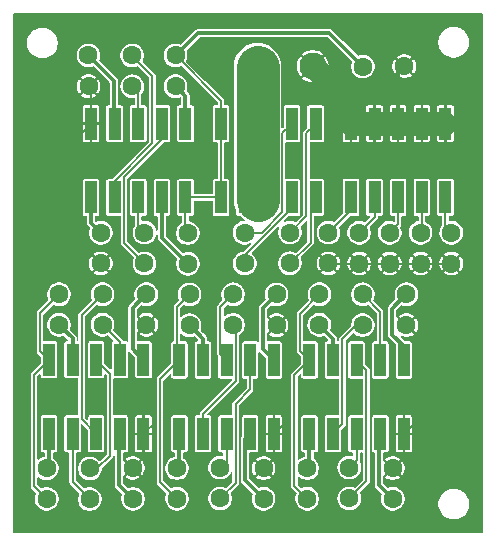
<source format=gbr>
%TF.GenerationSoftware,KiCad,Pcbnew,9.0.0*%
%TF.CreationDate,2025-03-10T21:20:54+01:00*%
%TF.ProjectId,connecteur,636f6e6e-6563-4746-9575-722e6b696361,rev?*%
%TF.SameCoordinates,Original*%
%TF.FileFunction,Copper,L4,Bot*%
%TF.FilePolarity,Positive*%
%FSLAX46Y46*%
G04 Gerber Fmt 4.6, Leading zero omitted, Abs format (unit mm)*
G04 Created by KiCad (PCBNEW 9.0.0) date 2025-03-10 21:20:54*
%MOMM*%
%LPD*%
G01*
G04 APERTURE LIST*
%TA.AperFunction,ComponentPad*%
%ADD10C,1.600000*%
%TD*%
%TA.AperFunction,ComponentPad*%
%ADD11C,2.300000*%
%TD*%
%TA.AperFunction,SMDPad,CuDef*%
%ADD12R,1.000000X2.750000*%
%TD*%
%TA.AperFunction,Conductor*%
%ADD13C,3.600000*%
%TD*%
%TA.AperFunction,Conductor*%
%ADD14C,0.150000*%
%TD*%
%TA.AperFunction,Conductor*%
%ADD15C,0.300000*%
%TD*%
%TA.AperFunction,Conductor*%
%ADD16C,2.000000*%
%TD*%
G04 APERTURE END LIST*
D10*
%TO.P,J8,1,Pin_1*%
%TO.N,ENC2_S2*%
X176950000Y-103620000D03*
%TD*%
%TO.P,J25,1,Pin_1*%
%TO.N,M4_2*%
X169640000Y-103630000D03*
%TD*%
%TO.P,J74,1,Pin_1*%
%TO.N,GND*%
X176630000Y-101020000D03*
%TD*%
%TO.P,J3,1,Pin_1*%
%TO.N,ENC1_S2*%
X175800000Y-118290000D03*
%TD*%
%TO.P,J9,1,Pin_1*%
%TO.N,M2_2*%
X180640000Y-103620000D03*
%TD*%
%TO.P,J36,1,Pin_1*%
%TO.N,ENC5_S2*%
X157420000Y-86010000D03*
%TD*%
%TO.P,J49,1,Pin_1*%
%TO.N,M6_2*%
X154770000Y-98410000D03*
%TD*%
%TO.P,J1,1,Pin_1*%
%TO.N,M1_1*%
X179480000Y-120940000D03*
%TD*%
%TO.P,J7,1,Pin_1*%
%TO.N,GND*%
X184430000Y-101020000D03*
%TD*%
D11*
%TO.P,J27,1,Pin_1*%
%TO.N,/+12V*%
X168050000Y-84200000D03*
%TD*%
D10*
%TO.P,J41,1,Pin_1*%
%TO.N,/MOSI_CON*%
X170770000Y-98400000D03*
%TD*%
%TO.P,J34,1,Pin_1*%
%TO.N,GND*%
X174030000Y-101010000D03*
%TD*%
%TO.P,J73,1,Pin_1*%
%TO.N,GND*%
X154760000Y-101010000D03*
%TD*%
%TO.P,J68,1,Pin_1*%
%TO.N,M8_1*%
X151220000Y-106210000D03*
%TD*%
%TO.P,J17,1,Pin_1*%
%TO.N,M3_2*%
X161210000Y-118340000D03*
%TD*%
D11*
%TO.P,J50,1,Pin_1*%
%TO.N,GND*%
X172700000Y-84300000D03*
%TD*%
D10*
%TO.P,J23,1,Pin_1*%
%TO.N,+5V*%
X176950000Y-84350000D03*
%TD*%
%TO.P,J40,1,Pin_1*%
%TO.N,M5_1*%
X153710000Y-83390000D03*
%TD*%
%TO.P,J65,1,Pin_1*%
%TO.N,GND*%
X179230000Y-101020000D03*
%TD*%
%TO.P,J63,1,Pin_1*%
%TO.N,+5V*%
X151220000Y-103610000D03*
%TD*%
%TO.P,J42,1,Pin_1*%
%TO.N,/MISO_CON*%
X170770000Y-101000000D03*
%TD*%
%TO.P,J76,1,Pin_1*%
%TO.N,GND*%
X181830000Y-101020000D03*
%TD*%
%TO.P,J69,1,Pin_1*%
%TO.N,ENC8_S1*%
X154910000Y-106210000D03*
%TD*%
%TO.P,J46,1,Pin_1*%
%TO.N,FSR2*%
X176630000Y-98410000D03*
%TD*%
%TO.P,J5,1,Pin_1*%
%TO.N,M1_2*%
X172230000Y-118340000D03*
%TD*%
%TO.P,J14,1,Pin_1*%
%TO.N,+5V*%
X161100000Y-83400000D03*
%TD*%
%TO.P,J60,1,Pin_1*%
%TO.N,GND*%
X168550000Y-118340000D03*
%TD*%
%TO.P,J6,1,Pin_1*%
%TO.N,+5V*%
X162280000Y-103640000D03*
%TD*%
%TO.P,J51,1,Pin_1*%
%TO.N,M6_1*%
X162140000Y-101040000D03*
%TD*%
%TO.P,J77,1,Pin_1*%
%TO.N,GND*%
X180450000Y-84300000D03*
%TD*%
%TO.P,J75,1,Pin_1*%
%TO.N,FSR5*%
X184430000Y-98420000D03*
%TD*%
%TO.P,J2,1,Pin_1*%
%TO.N,GND*%
X169640000Y-106240000D03*
%TD*%
%TO.P,J53,1,Pin_1*%
%TO.N,+5V*%
X162140000Y-98440000D03*
%TD*%
%TO.P,J58,1,Pin_1*%
%TO.N,ENC7_S2*%
X153840000Y-118360000D03*
%TD*%
%TO.P,J47,1,Pin_1*%
%TO.N,GND*%
X157470000Y-118330000D03*
%TD*%
%TO.P,J29,1,Pin_1*%
%TO.N,ENC4_S1*%
X165960000Y-106220000D03*
%TD*%
%TO.P,J12,1,Pin_1*%
%TO.N,ENC2_S1*%
X176950000Y-106230000D03*
%TD*%
%TO.P,J38,1,Pin_1*%
%TO.N,/NSS_CON*%
X166950000Y-101010000D03*
%TD*%
%TO.P,J39,1,Pin_1*%
%TO.N,M5_2*%
X161100000Y-86000000D03*
%TD*%
%TO.P,J59,1,Pin_1*%
%TO.N,M7_2*%
X150190000Y-118350000D03*
%TD*%
%TO.P,J52,1,Pin_1*%
%TO.N,ENC6_S1*%
X158460000Y-101010000D03*
%TD*%
%TO.P,J37,1,Pin_1*%
%TO.N,/SCK_CON*%
X166940000Y-98410000D03*
%TD*%
%TO.P,J48,1,Pin_1*%
%TO.N,ENC6_S2*%
X158460000Y-98400000D03*
%TD*%
%TO.P,J43,1,Pin_1*%
%TO.N,ENC5_S1*%
X157410000Y-83400000D03*
%TD*%
%TO.P,J21,1,Pin_1*%
%TO.N,GND*%
X179480000Y-118340000D03*
%TD*%
%TO.P,J55,1,Pin_1*%
%TO.N,FSR3*%
X179230000Y-98420000D03*
%TD*%
%TO.P,J61,1,Pin_1*%
%TO.N,M7_1*%
X157490000Y-120950000D03*
%TD*%
%TO.P,J22,1,Pin_1*%
%TO.N,ENC4_S2*%
X165960000Y-103620000D03*
%TD*%
%TO.P,J44,1,Pin_1*%
%TO.N,+5V*%
X150190000Y-120950000D03*
%TD*%
%TO.P,J18,1,Pin_1*%
%TO.N,M3_1*%
X168550000Y-120940000D03*
%TD*%
%TO.P,J30,1,Pin_1*%
%TO.N,+5V*%
X161210000Y-120940000D03*
%TD*%
%TO.P,J45,1,Pin_1*%
%TO.N,GND*%
X180640000Y-106230000D03*
%TD*%
%TO.P,J56,1,Pin_1*%
%TO.N,GND*%
X158600000Y-106210000D03*
%TD*%
%TO.P,J72,1,Pin_1*%
%TO.N,FSR1*%
X174030000Y-98400000D03*
%TD*%
%TO.P,J70,1,Pin_1*%
%TO.N,+5V*%
X172230000Y-120940000D03*
%TD*%
%TO.P,J15,1,Pin_1*%
%TO.N,GND*%
X153720000Y-86000000D03*
%TD*%
%TO.P,J66,1,Pin_1*%
%TO.N,ENC8_S2*%
X154910000Y-103610000D03*
%TD*%
%TO.P,J62,1,Pin_1*%
%TO.N,ENC7_S1*%
X153840000Y-120960000D03*
%TD*%
%TO.P,J19,1,Pin_1*%
%TO.N,ENC3_S1*%
X164860000Y-120910000D03*
%TD*%
%TO.P,J4,1,Pin_1*%
%TO.N,ENC1_S1*%
X175800000Y-120900000D03*
%TD*%
%TO.P,J11,1,Pin_1*%
%TO.N,M2_1*%
X173260000Y-106210000D03*
%TD*%
%TO.P,J16,1,Pin_1*%
%TO.N,ENC3_S2*%
X164860000Y-118300000D03*
%TD*%
%TO.P,J26,1,Pin_1*%
%TO.N,M4_1*%
X162280000Y-106240000D03*
%TD*%
%TO.P,J64,1,Pin_1*%
%TO.N,FSR4*%
X181830000Y-98420000D03*
%TD*%
%TO.P,J67,1,Pin_1*%
%TO.N,M8_2*%
X158600000Y-103610000D03*
%TD*%
%TO.P,J20,1,Pin_1*%
%TO.N,+5V*%
X173270000Y-103610000D03*
%TD*%
D12*
%TO.P,J54,1,Pin_1*%
%TO.N,FSR1*%
X175940000Y-95415000D03*
%TO.P,J54,2,Pin_2*%
%TO.N,GND*%
X175940000Y-89165000D03*
%TO.P,J54,3,Pin_3*%
%TO.N,FSR2*%
X177940000Y-95415000D03*
%TO.P,J54,4,Pin_4*%
%TO.N,GND*%
X177940000Y-89165000D03*
%TO.P,J54,5,Pin_5*%
%TO.N,FSR3*%
X179940000Y-95415000D03*
%TO.P,J54,6,Pin_6*%
%TO.N,GND*%
X179940000Y-89165000D03*
%TO.P,J54,7,Pin_7*%
%TO.N,FSR4*%
X181940000Y-95415000D03*
%TO.P,J54,8,Pin_8*%
%TO.N,GND*%
X181940000Y-89165000D03*
%TO.P,J54,9,Pin_9*%
%TO.N,FSR5*%
X183940000Y-95415000D03*
%TO.P,J54,10,Pin_10*%
%TO.N,GND*%
X183940000Y-89165000D03*
%TD*%
%TO.P,J13,1,Pin_1*%
%TO.N,M8_2*%
X158370000Y-109175000D03*
%TO.P,J13,2,Pin_2*%
%TO.N,GND*%
X158370000Y-115425000D03*
%TO.P,J13,3,Pin_3*%
%TO.N,ENC8_S1*%
X156370000Y-109175000D03*
%TO.P,J13,4,Pin_4*%
%TO.N,M7_1*%
X156370000Y-115425000D03*
%TO.P,J13,5,Pin_5*%
%TO.N,ENC7_S2*%
X154370000Y-109175000D03*
%TO.P,J13,6,Pin_6*%
%TO.N,ENC8_S2*%
X154370000Y-115425000D03*
%TO.P,J13,7,Pin_7*%
%TO.N,M8_1*%
X152370000Y-109175000D03*
%TO.P,J13,8,Pin_8*%
%TO.N,ENC7_S1*%
X152370000Y-115425000D03*
%TO.P,J13,9,Pin_9*%
%TO.N,+5V*%
X150370000Y-109175000D03*
%TO.P,J13,10,Pin_10*%
%TO.N,M7_2*%
X150370000Y-115425000D03*
%TD*%
%TO.P,J57,1,Pin_1*%
%TO.N,M2_2*%
X180420000Y-109185000D03*
%TO.P,J57,2,Pin_2*%
%TO.N,GND*%
X180420000Y-115435000D03*
%TO.P,J57,3,Pin_3*%
%TO.N,ENC2_S2*%
X178420000Y-109185000D03*
%TO.P,J57,4,Pin_4*%
%TO.N,M1_1*%
X178420000Y-115435000D03*
%TO.P,J57,5,Pin_5*%
%TO.N,ENC1_S1*%
X176420000Y-109185000D03*
%TO.P,J57,6,Pin_6*%
%TO.N,ENC1_S2*%
X176420000Y-115435000D03*
%TO.P,J57,7,Pin_7*%
%TO.N,M2_1*%
X174420000Y-109185000D03*
%TO.P,J57,8,Pin_8*%
%TO.N,ENC2_S1*%
X174420000Y-115435000D03*
%TO.P,J57,9,Pin_9*%
%TO.N,+5V*%
X172420000Y-109185000D03*
%TO.P,J57,10,Pin_10*%
%TO.N,M1_2*%
X172420000Y-115435000D03*
%TD*%
%TO.P,J10,1,Pin_1*%
%TO.N,M6_2*%
X153930000Y-95425000D03*
%TO.P,J10,2,Pin_2*%
%TO.N,GND*%
X153930000Y-89175000D03*
%TO.P,J10,3,Pin_3*%
%TO.N,ENC5_S1*%
X155930000Y-95425000D03*
%TO.P,J10,4,Pin_4*%
%TO.N,M5_1*%
X155930000Y-89175000D03*
%TO.P,J10,5,Pin_5*%
%TO.N,ENC6_S2*%
X157930000Y-95425000D03*
%TO.P,J10,6,Pin_6*%
%TO.N,ENC5_S2*%
X157930000Y-89175000D03*
%TO.P,J10,7,Pin_7*%
%TO.N,M6_1*%
X159930000Y-95425000D03*
%TO.P,J10,8,Pin_8*%
%TO.N,ENC6_S1*%
X159930000Y-89175000D03*
%TO.P,J10,9,Pin_9*%
%TO.N,+5V*%
X161930000Y-95425000D03*
%TO.P,J10,10,Pin_10*%
%TO.N,M5_2*%
X161930000Y-89175000D03*
%TD*%
%TO.P,J32,1,Pin_1*%
%TO.N,+5V*%
X164940000Y-95425000D03*
%TO.P,J32,2,Pin_2*%
X164940000Y-89175000D03*
%TO.P,J32,3,Pin_3*%
%TO.N,/+12V*%
X166940000Y-95425000D03*
%TO.P,J32,4,Pin_4*%
X166940000Y-89175000D03*
%TO.P,J32,5,Pin_5*%
X168940000Y-95425000D03*
%TO.P,J32,6,Pin_6*%
X168940000Y-89175000D03*
%TO.P,J32,7,Pin_7*%
%TO.N,/NSS_CON*%
X170940000Y-95425000D03*
%TO.P,J32,8,Pin_8*%
%TO.N,/SCK_CON*%
X170940000Y-89175000D03*
%TO.P,J32,9,Pin_9*%
%TO.N,/MISO_CON*%
X172940000Y-95425000D03*
%TO.P,J32,10,Pin_10*%
%TO.N,/MOSI_CON*%
X172940000Y-89175000D03*
%TD*%
%TO.P,J35,1,Pin_1*%
%TO.N,M4_2*%
X169410000Y-109185000D03*
%TO.P,J35,2,Pin_2*%
%TO.N,GND*%
X169410000Y-115435000D03*
%TO.P,J35,3,Pin_3*%
%TO.N,ENC3_S1*%
X167410000Y-109185000D03*
%TO.P,J35,4,Pin_4*%
%TO.N,M3_1*%
X167410000Y-115435000D03*
%TO.P,J35,5,Pin_5*%
%TO.N,ENC4_S2*%
X165410000Y-109185000D03*
%TO.P,J35,6,Pin_6*%
%TO.N,ENC3_S2*%
X165410000Y-115435000D03*
%TO.P,J35,7,Pin_7*%
%TO.N,M4_1*%
X163410000Y-109185000D03*
%TO.P,J35,8,Pin_8*%
%TO.N,ENC4_S1*%
X163410000Y-115435000D03*
%TO.P,J35,9,Pin_9*%
%TO.N,+5V*%
X161410000Y-109185000D03*
%TO.P,J35,10,Pin_10*%
%TO.N,M3_2*%
X161410000Y-115435000D03*
%TD*%
D13*
%TO.N,/+12V*%
X168040000Y-95610000D02*
X168030000Y-95610000D01*
X168040000Y-84340000D02*
X168040000Y-95280000D01*
X168040000Y-95280000D02*
X168040000Y-95610000D01*
D14*
%TO.N,/SCK_CON*%
X168380000Y-98410000D02*
X170115000Y-96675000D01*
X170115000Y-90000000D02*
X170940000Y-89175000D01*
X166950000Y-98410000D02*
X168380000Y-98410000D01*
X170115000Y-96675000D02*
X170115000Y-90000000D01*
%TO.N,/MOSI_CON*%
X170770000Y-98410000D02*
X172165000Y-97015000D01*
X172165000Y-89950000D02*
X172940000Y-89175000D01*
X172165000Y-97015000D02*
X172165000Y-89950000D01*
%TO.N,/NSS_CON*%
X166950000Y-101010000D02*
X166950000Y-100334974D01*
X170940000Y-96344974D02*
X170940000Y-95425000D01*
X166950000Y-100334974D02*
X170940000Y-96344974D01*
%TO.N,/MISO_CON*%
X172530000Y-99250000D02*
X172530000Y-95835000D01*
X172530000Y-95835000D02*
X172940000Y-95425000D01*
X170770000Y-101010000D02*
X172530000Y-99250000D01*
%TO.N,FSR2*%
X177940000Y-97110000D02*
X176630000Y-98420000D01*
X177940000Y-95415000D02*
X177940000Y-97110000D01*
%TO.N,FSR1*%
X175940000Y-95415000D02*
X175940000Y-96510000D01*
X175940000Y-96510000D02*
X174030000Y-98420000D01*
%TO.N,FSR5*%
X183940000Y-95415000D02*
X183940000Y-97930000D01*
X183940000Y-97930000D02*
X184430000Y-98420000D01*
%TO.N,FSR3*%
X179940000Y-95415000D02*
X179940000Y-97710000D01*
X179940000Y-97710000D02*
X179230000Y-98420000D01*
%TO.N,FSR4*%
X181940000Y-95415000D02*
X181940000Y-98310000D01*
X181940000Y-98310000D02*
X181830000Y-98420000D01*
%TO.N,ENC1_S1*%
X175799999Y-120900000D02*
X177250000Y-119449999D01*
X177250000Y-110015000D02*
X176420000Y-109185000D01*
X177250000Y-119449999D02*
X177250000Y-110015000D01*
D15*
%TO.N,M1_2*%
X172420000Y-118160000D02*
X172230000Y-118350000D01*
X172420000Y-115435000D02*
X172420000Y-118160000D01*
%TO.N,M1_1*%
X178420000Y-115435000D02*
X178330000Y-115525000D01*
X178330000Y-119790000D02*
X179480000Y-120940000D01*
X178330000Y-115525000D02*
X178330000Y-119790000D01*
D14*
%TO.N,GND*%
X153155000Y-99405000D02*
X153155000Y-89950000D01*
X184430000Y-101020000D02*
X181830000Y-101020000D01*
X153930000Y-89175000D02*
X153930000Y-86210000D01*
X158370000Y-117460000D02*
X157480000Y-118350000D01*
X180420000Y-115435000D02*
X180420000Y-117399999D01*
X170442928Y-114402072D02*
X169410000Y-115435000D01*
D16*
X172700000Y-84300000D02*
X175940000Y-87540000D01*
D14*
X153155000Y-89950000D02*
X153930000Y-89175000D01*
X159399999Y-107009999D02*
X159399999Y-114395001D01*
X181429999Y-114425001D02*
X180420000Y-115435000D01*
X180630000Y-106220000D02*
X181429999Y-107019999D01*
X180420000Y-117399999D02*
X179480000Y-118339999D01*
X154770000Y-101020000D02*
X153155000Y-99405000D01*
X176630000Y-101020000D02*
X179230000Y-101020000D01*
X169410000Y-115435000D02*
X169410000Y-117480000D01*
X159399999Y-114395001D02*
X158370000Y-115425000D01*
X153930000Y-86210000D02*
X153720000Y-86000000D01*
D15*
X179940000Y-84810000D02*
X180450000Y-84300000D01*
D16*
X183940000Y-89165000D02*
X175940000Y-89165000D01*
D14*
X158370000Y-115425000D02*
X158370000Y-117460000D01*
X170442928Y-107022928D02*
X170442928Y-114402072D01*
X158600000Y-106210000D02*
X159399999Y-107009999D01*
X181429999Y-107019999D02*
X181429999Y-114425001D01*
D15*
X179940000Y-89165000D02*
X179940000Y-84810000D01*
D14*
X176630000Y-101020000D02*
X174415000Y-101020000D01*
X169410000Y-117480000D02*
X168550000Y-118340000D01*
X179230000Y-101020000D02*
X181830000Y-101020000D01*
D16*
X175940000Y-87540000D02*
X175940000Y-89165000D01*
D14*
X169642929Y-106222929D02*
X170442928Y-107022928D01*
%TO.N,ENC1_S2*%
X176420000Y-115435000D02*
X176420000Y-117680000D01*
X176420000Y-117680000D02*
X175799999Y-118300001D01*
%TO.N,+5V*%
X164940000Y-89175000D02*
X164940000Y-95425000D01*
X159780000Y-110815000D02*
X161410000Y-109185000D01*
X164940000Y-95425000D02*
X161930000Y-95425000D01*
X171620000Y-105260000D02*
X171620000Y-108385000D01*
X161930000Y-98230000D02*
X162140000Y-98440000D01*
X171620000Y-108385000D02*
X172420000Y-109185000D01*
X159780000Y-119510000D02*
X159780000Y-110815000D01*
X171155000Y-119875000D02*
X171155000Y-110450000D01*
X161205000Y-108980000D02*
X161410000Y-109185000D01*
X171155000Y-110450000D02*
X172420000Y-109185000D01*
X149115000Y-110430000D02*
X150370000Y-109175000D01*
X164940000Y-89175000D02*
X164940000Y-87240000D01*
D15*
X174100000Y-81500000D02*
X163000000Y-81500000D01*
D14*
X149620000Y-108425000D02*
X150370000Y-109175000D01*
X150190000Y-120950000D02*
X149115000Y-119875000D01*
D15*
X176950000Y-84350000D02*
X174100000Y-81500000D01*
D14*
X162280000Y-103640000D02*
X161205000Y-104715000D01*
X149115000Y-119875000D02*
X149115000Y-110430000D01*
X151220000Y-103610000D02*
X149620000Y-105210000D01*
X173260000Y-103620000D02*
X171620000Y-105260000D01*
D15*
X163000000Y-81500000D02*
X161100000Y-83400000D01*
D14*
X161210000Y-120940000D02*
X159780000Y-119510000D01*
X161930000Y-95425000D02*
X161930000Y-98230000D01*
X161205000Y-104715000D02*
X161205000Y-108980000D01*
X164940000Y-87240000D02*
X161100000Y-83400000D01*
X149620000Y-105210000D02*
X149620000Y-108425000D01*
X172230000Y-120950000D02*
X171155000Y-119875000D01*
D15*
%TO.N,M8_1*%
X152370000Y-109175000D02*
X152370000Y-107360000D01*
X152370000Y-107360000D02*
X151220000Y-106210000D01*
D14*
%TO.N,ENC7_S2*%
X154480000Y-118360000D02*
X155560000Y-117280000D01*
X153840000Y-118360000D02*
X154480000Y-118360000D01*
X155560000Y-117280000D02*
X155560000Y-110365000D01*
X155560000Y-110365000D02*
X154370000Y-109175000D01*
%TO.N,ENC8_S2*%
X153145000Y-114200000D02*
X154370000Y-115425000D01*
X154910000Y-103620000D02*
X153145000Y-105385000D01*
X153145000Y-105385000D02*
X153145000Y-114200000D01*
%TO.N,ENC7_S1*%
X153840000Y-120960000D02*
X152370000Y-119490000D01*
X152370000Y-119490000D02*
X152370000Y-115425000D01*
D15*
%TO.N,M7_1*%
X157490000Y-120950000D02*
X156330000Y-119790000D01*
X156330000Y-119790000D02*
X156330000Y-115465000D01*
X156330000Y-115465000D02*
X156370000Y-115425000D01*
%TO.N,M8_2*%
X158370000Y-109175000D02*
X157450000Y-108255000D01*
X157450000Y-108255000D02*
X157450000Y-104760000D01*
X157450000Y-104760000D02*
X158600000Y-103610000D01*
D14*
%TO.N,ENC8_S1*%
X156370000Y-107670000D02*
X154910000Y-106210000D01*
X156370000Y-109175000D02*
X156370000Y-107670000D01*
D15*
%TO.N,M7_2*%
X150370000Y-115425000D02*
X150370000Y-118170000D01*
X150370000Y-118170000D02*
X150190000Y-118350000D01*
%TO.N,M2_2*%
X179420000Y-107030000D02*
X180420000Y-108030000D01*
X180420000Y-108030000D02*
X180420000Y-109185000D01*
X179420000Y-104830000D02*
X179420000Y-107030000D01*
X180630000Y-103620000D02*
X179420000Y-104830000D01*
D14*
%TO.N,ENC2_S1*%
X175220000Y-107390000D02*
X175220000Y-114635000D01*
X175220000Y-114635000D02*
X174420000Y-115435000D01*
X176940000Y-106220000D02*
X176390000Y-106220000D01*
X176390000Y-106220000D02*
X175220000Y-107390000D01*
%TO.N,ENC2_S2*%
X178420000Y-105100000D02*
X176940000Y-103620000D01*
X178420000Y-109185000D02*
X178420000Y-105100000D01*
D15*
%TO.N,M2_1*%
X174420000Y-107380000D02*
X173260000Y-106220000D01*
X174420000Y-109185000D02*
X174420000Y-107380000D01*
D14*
%TO.N,ENC4_S2*%
X164885000Y-104695000D02*
X164885000Y-108660000D01*
X165960000Y-103620000D02*
X164885000Y-104695000D01*
X164885000Y-108660000D02*
X165410000Y-109185000D01*
%TO.N,ENC3_S1*%
X164860000Y-120900000D02*
X166185000Y-119575000D01*
X166185000Y-119575000D02*
X166185000Y-112895000D01*
X167410000Y-111670000D02*
X167410000Y-109185000D01*
X166185000Y-112895000D02*
X167410000Y-111670000D01*
D15*
%TO.N,M4_1*%
X163410000Y-109185000D02*
X163410000Y-107370000D01*
X163410000Y-107370000D02*
X162280000Y-106240000D01*
%TO.N,M4_2*%
X169642929Y-103632929D02*
X168492929Y-104782929D01*
X168492929Y-108267929D02*
X169410000Y-109185000D01*
X168492929Y-104782929D02*
X168492929Y-108267929D01*
%TO.N,M3_1*%
X166980000Y-115865000D02*
X166980000Y-119370000D01*
X166980000Y-119370000D02*
X168550000Y-120940000D01*
X167410000Y-115435000D02*
X166980000Y-115865000D01*
D14*
%TO.N,ENC3_S2*%
X165410000Y-115435000D02*
X165410000Y-117750000D01*
X165410000Y-117750000D02*
X164860000Y-118300000D01*
D15*
%TO.N,M3_2*%
X161410000Y-118140000D02*
X161210000Y-118340000D01*
X161410000Y-115435000D02*
X161410000Y-118140000D01*
D14*
%TO.N,ENC4_S1*%
X165960000Y-106220000D02*
X166185000Y-106445000D01*
X166185000Y-106445000D02*
X166185000Y-110965000D01*
X166185000Y-110965000D02*
X163410000Y-113740000D01*
X163410000Y-113740000D02*
X163410000Y-115435000D01*
D15*
%TO.N,M5_2*%
X161930000Y-86830000D02*
X161100000Y-86000000D01*
X161930000Y-89175000D02*
X161930000Y-86830000D01*
%TO.N,M5_1*%
X155850000Y-85530000D02*
X155850000Y-89095000D01*
X155850000Y-89095000D02*
X155930000Y-89175000D01*
X153710000Y-83390000D02*
X155850000Y-85530000D01*
D14*
%TO.N,ENC5_S2*%
X157930000Y-89175000D02*
X157930000Y-86520000D01*
X157930000Y-86520000D02*
X157410000Y-86000000D01*
%TO.N,ENC5_S1*%
X159130000Y-90810000D02*
X159130000Y-85130000D01*
X155930000Y-95425000D02*
X155930000Y-94010000D01*
X155930000Y-94010000D02*
X159130000Y-90810000D01*
X159130000Y-85130000D02*
X157410000Y-83410000D01*
D15*
%TO.N,M6_2*%
X153930000Y-97560000D02*
X154770000Y-98400000D01*
X153930000Y-95425000D02*
X153930000Y-97560000D01*
D14*
%TO.N,ENC6_S1*%
X156730000Y-93704974D02*
X156730000Y-99280000D01*
X156730000Y-99280000D02*
X158460000Y-101010000D01*
X159930000Y-90504974D02*
X156730000Y-93704974D01*
X159930000Y-89175000D02*
X159930000Y-90504974D01*
D15*
%TO.N,M6_1*%
X159930000Y-98830000D02*
X162140000Y-101040000D01*
X159930000Y-95425000D02*
X159930000Y-98830000D01*
D14*
%TO.N,ENC6_S2*%
X157930000Y-97880000D02*
X158460000Y-98410000D01*
X157930000Y-95425000D02*
X157930000Y-97880000D01*
%TD*%
%TA.AperFunction,Conductor*%
%TO.N,GND*%
G36*
X187077826Y-79862174D02*
G01*
X187099500Y-79914500D01*
X187099500Y-123765500D01*
X187077826Y-123817826D01*
X187025500Y-123839500D01*
X147374500Y-123839500D01*
X147322174Y-123817826D01*
X147300500Y-123765500D01*
X147300500Y-110375200D01*
X148839500Y-110375200D01*
X148839500Y-119929800D01*
X148872781Y-120010146D01*
X148878258Y-120023368D01*
X148878259Y-120023372D01*
X148881441Y-120031055D01*
X148881442Y-120031057D01*
X149275172Y-120424787D01*
X149296846Y-120477113D01*
X149291213Y-120505431D01*
X149227950Y-120658160D01*
X149227947Y-120658170D01*
X149189500Y-120851460D01*
X149189500Y-121048539D01*
X149227947Y-121241829D01*
X149227950Y-121241839D01*
X149303367Y-121423913D01*
X149412860Y-121587781D01*
X149552218Y-121727139D01*
X149716086Y-121836632D01*
X149894420Y-121910500D01*
X149898165Y-121912051D01*
X150091459Y-121950500D01*
X150091461Y-121950500D01*
X150288539Y-121950500D01*
X150288541Y-121950500D01*
X150481835Y-121912051D01*
X150663914Y-121836632D01*
X150827782Y-121727139D01*
X150967139Y-121587782D01*
X151076632Y-121423914D01*
X151152051Y-121241835D01*
X151190500Y-121048541D01*
X151190500Y-120851459D01*
X151152051Y-120658165D01*
X151131340Y-120608165D01*
X151076632Y-120476086D01*
X150967139Y-120312218D01*
X150827781Y-120172860D01*
X150663913Y-120063367D01*
X150481839Y-119987950D01*
X150481829Y-119987947D01*
X150352388Y-119962200D01*
X150288541Y-119949500D01*
X150091459Y-119949500D01*
X150041186Y-119959500D01*
X149898170Y-119987947D01*
X149898160Y-119987950D01*
X149745431Y-120051213D01*
X149688794Y-120051213D01*
X149664787Y-120035172D01*
X149539115Y-119909500D01*
X149412174Y-119782558D01*
X149390500Y-119730232D01*
X149390500Y-119144073D01*
X149412174Y-119091747D01*
X149464500Y-119070073D01*
X149516826Y-119091747D01*
X149552218Y-119127139D01*
X149716086Y-119236632D01*
X149777448Y-119262049D01*
X149898165Y-119312051D01*
X150091459Y-119350500D01*
X150091461Y-119350500D01*
X150288539Y-119350500D01*
X150288541Y-119350500D01*
X150481835Y-119312051D01*
X150663914Y-119236632D01*
X150827782Y-119127139D01*
X150967139Y-118987782D01*
X151076632Y-118823914D01*
X151152051Y-118641835D01*
X151190500Y-118448541D01*
X151190500Y-118251459D01*
X151152051Y-118058165D01*
X151141624Y-118032993D01*
X151076632Y-117876086D01*
X150967139Y-117712218D01*
X150967138Y-117712217D01*
X150906190Y-117651269D01*
X150827782Y-117572861D01*
X150753386Y-117523151D01*
X150721922Y-117476059D01*
X150720500Y-117461623D01*
X150720500Y-117074500D01*
X150742174Y-117022174D01*
X150794500Y-117000500D01*
X150889746Y-117000500D01*
X150889748Y-117000500D01*
X150948231Y-116988867D01*
X151014552Y-116944552D01*
X151058867Y-116878231D01*
X151070500Y-116819748D01*
X151070500Y-114030252D01*
X151058867Y-113971769D01*
X151014552Y-113905448D01*
X150992343Y-113890608D01*
X150948232Y-113861133D01*
X150948233Y-113861133D01*
X150912949Y-113854115D01*
X150889748Y-113849500D01*
X149850252Y-113849500D01*
X149827051Y-113854115D01*
X149791767Y-113861133D01*
X149725449Y-113905447D01*
X149725447Y-113905449D01*
X149681133Y-113971767D01*
X149669500Y-114030253D01*
X149669500Y-116819746D01*
X149681133Y-116878232D01*
X149710608Y-116922343D01*
X149725448Y-116944552D01*
X149740411Y-116954550D01*
X149791767Y-116988866D01*
X149791768Y-116988866D01*
X149791769Y-116988867D01*
X149850252Y-117000500D01*
X149945500Y-117000500D01*
X149997826Y-117022174D01*
X150019500Y-117074500D01*
X150019500Y-117303083D01*
X149997826Y-117355409D01*
X149959937Y-117375661D01*
X149898169Y-117387947D01*
X149898162Y-117387949D01*
X149716086Y-117463367D01*
X149552218Y-117572860D01*
X149552217Y-117572862D01*
X149516826Y-117608253D01*
X149464500Y-117629927D01*
X149412174Y-117608253D01*
X149390500Y-117555927D01*
X149390500Y-110574767D01*
X149412174Y-110522441D01*
X149543174Y-110391441D01*
X149595500Y-110369767D01*
X149647826Y-110391441D01*
X149669500Y-110443767D01*
X149669500Y-110569748D01*
X149674477Y-110594767D01*
X149681133Y-110628232D01*
X149701654Y-110658942D01*
X149725448Y-110694552D01*
X149740411Y-110704550D01*
X149791767Y-110738866D01*
X149791768Y-110738866D01*
X149791769Y-110738867D01*
X149850252Y-110750500D01*
X149850254Y-110750500D01*
X150889746Y-110750500D01*
X150889748Y-110750500D01*
X150948231Y-110738867D01*
X151014552Y-110694552D01*
X151058867Y-110628231D01*
X151070500Y-110569748D01*
X151070500Y-107780252D01*
X151058867Y-107721769D01*
X151014552Y-107655448D01*
X150959725Y-107618813D01*
X150948232Y-107611133D01*
X150948233Y-107611133D01*
X150918989Y-107605316D01*
X150889748Y-107599500D01*
X150889746Y-107599500D01*
X149969500Y-107599500D01*
X149917174Y-107577826D01*
X149895500Y-107525500D01*
X149895500Y-106111459D01*
X150219500Y-106111459D01*
X150219500Y-106308541D01*
X150232200Y-106372388D01*
X150257947Y-106501829D01*
X150257950Y-106501839D01*
X150333367Y-106683913D01*
X150442860Y-106847781D01*
X150582218Y-106987139D01*
X150746086Y-107096632D01*
X150927008Y-107171572D01*
X150928165Y-107172051D01*
X151121459Y-107210500D01*
X151121461Y-107210500D01*
X151318539Y-107210500D01*
X151318541Y-107210500D01*
X151511835Y-107172051D01*
X151589567Y-107139853D01*
X151646205Y-107139853D01*
X151670212Y-107155894D01*
X151987492Y-107473174D01*
X152009166Y-107525500D01*
X151987492Y-107577826D01*
X151935166Y-107599500D01*
X151850252Y-107599500D01*
X151821010Y-107605316D01*
X151791767Y-107611133D01*
X151725449Y-107655447D01*
X151725447Y-107655449D01*
X151681133Y-107721767D01*
X151681133Y-107721769D01*
X151669500Y-107780252D01*
X151669500Y-110569748D01*
X151674477Y-110594767D01*
X151681133Y-110628232D01*
X151701654Y-110658942D01*
X151725448Y-110694552D01*
X151740411Y-110704550D01*
X151791767Y-110738866D01*
X151791768Y-110738866D01*
X151791769Y-110738867D01*
X151850252Y-110750500D01*
X152795500Y-110750500D01*
X152847826Y-110772174D01*
X152869500Y-110824500D01*
X152869500Y-113775500D01*
X152847826Y-113827826D01*
X152795500Y-113849500D01*
X151850252Y-113849500D01*
X151827051Y-113854115D01*
X151791767Y-113861133D01*
X151725449Y-113905447D01*
X151725447Y-113905449D01*
X151681133Y-113971767D01*
X151669500Y-114030253D01*
X151669500Y-116819746D01*
X151681133Y-116878232D01*
X151710608Y-116922343D01*
X151725448Y-116944552D01*
X151740411Y-116954550D01*
X151791767Y-116988866D01*
X151791768Y-116988866D01*
X151791769Y-116988867D01*
X151850252Y-117000500D01*
X152020500Y-117000500D01*
X152072826Y-117022174D01*
X152094500Y-117074500D01*
X152094500Y-119544800D01*
X152102785Y-119564801D01*
X152129708Y-119629798D01*
X152129708Y-119629800D01*
X152136442Y-119646057D01*
X152925172Y-120434787D01*
X152946846Y-120487113D01*
X152941213Y-120515431D01*
X152877950Y-120668160D01*
X152877947Y-120668170D01*
X152845850Y-120829535D01*
X152839500Y-120861459D01*
X152839500Y-121058541D01*
X152842867Y-121075466D01*
X152877947Y-121251829D01*
X152877950Y-121251839D01*
X152953367Y-121433913D01*
X153062860Y-121597781D01*
X153202218Y-121737139D01*
X153366086Y-121846632D01*
X153499875Y-121902049D01*
X153548165Y-121922051D01*
X153741459Y-121960500D01*
X153741461Y-121960500D01*
X153938539Y-121960500D01*
X153938541Y-121960500D01*
X154131835Y-121922051D01*
X154313914Y-121846632D01*
X154477782Y-121737139D01*
X154617139Y-121597782D01*
X154726632Y-121433914D01*
X154802051Y-121251835D01*
X154840500Y-121058541D01*
X154840500Y-120861459D01*
X154802051Y-120668165D01*
X154793768Y-120648169D01*
X154726632Y-120486086D01*
X154617139Y-120322218D01*
X154477781Y-120182860D01*
X154313913Y-120073367D01*
X154131839Y-119997950D01*
X154131829Y-119997947D01*
X154002388Y-119972200D01*
X153938541Y-119959500D01*
X153741459Y-119959500D01*
X153686662Y-119970399D01*
X153548170Y-119997947D01*
X153548160Y-119997950D01*
X153395431Y-120061213D01*
X153338794Y-120061213D01*
X153314787Y-120045172D01*
X152667174Y-119397559D01*
X152645500Y-119345233D01*
X152645500Y-118261460D01*
X152839500Y-118261460D01*
X152839500Y-118458539D01*
X152877947Y-118651829D01*
X152877950Y-118651839D01*
X152953367Y-118833913D01*
X153062860Y-118997781D01*
X153202218Y-119137139D01*
X153366086Y-119246632D01*
X153507557Y-119305231D01*
X153548165Y-119322051D01*
X153741459Y-119360500D01*
X153741461Y-119360500D01*
X153938539Y-119360500D01*
X153938541Y-119360500D01*
X154131835Y-119322051D01*
X154313914Y-119246632D01*
X154477782Y-119137139D01*
X154617139Y-118997782D01*
X154726632Y-118833914D01*
X154802051Y-118651835D01*
X154840500Y-118458541D01*
X154840500Y-118419767D01*
X154862174Y-118367441D01*
X155308354Y-117921261D01*
X155793558Y-117436058D01*
X155835500Y-117334800D01*
X155835500Y-117334799D01*
X155837133Y-117330857D01*
X155877181Y-117290808D01*
X155933818Y-117290808D01*
X155973867Y-117330856D01*
X155979500Y-117359175D01*
X155979500Y-119836146D01*
X155996476Y-119899500D01*
X155999156Y-119909500D01*
X156003386Y-119925289D01*
X156049530Y-120005212D01*
X156544105Y-120499787D01*
X156565779Y-120552113D01*
X156560147Y-120580429D01*
X156527949Y-120658165D01*
X156527948Y-120658168D01*
X156527948Y-120658169D01*
X156527947Y-120658170D01*
X156489500Y-120851460D01*
X156489500Y-121048539D01*
X156527947Y-121241829D01*
X156527950Y-121241839D01*
X156603367Y-121423913D01*
X156712860Y-121587781D01*
X156852218Y-121727139D01*
X157016086Y-121836632D01*
X157194420Y-121910500D01*
X157198165Y-121912051D01*
X157391459Y-121950500D01*
X157391461Y-121950500D01*
X157588539Y-121950500D01*
X157588541Y-121950500D01*
X157781835Y-121912051D01*
X157963914Y-121836632D01*
X158127782Y-121727139D01*
X158267139Y-121587782D01*
X158376632Y-121423914D01*
X158452051Y-121241835D01*
X158490500Y-121048541D01*
X158490500Y-120851459D01*
X158452051Y-120658165D01*
X158431340Y-120608165D01*
X158376632Y-120476086D01*
X158267139Y-120312218D01*
X158127781Y-120172860D01*
X157963913Y-120063367D01*
X157781839Y-119987950D01*
X157781829Y-119987947D01*
X157652388Y-119962200D01*
X157588541Y-119949500D01*
X157391459Y-119949500D01*
X157341186Y-119959500D01*
X157198170Y-119987947D01*
X157198169Y-119987948D01*
X157198168Y-119987948D01*
X157198165Y-119987949D01*
X157120430Y-120020146D01*
X157063793Y-120020146D01*
X157039787Y-120004105D01*
X156702174Y-119666492D01*
X156680500Y-119614166D01*
X156680500Y-119008730D01*
X156702174Y-118956404D01*
X157052210Y-118606367D01*
X157069901Y-118637007D01*
X157162993Y-118730099D01*
X157193631Y-118747788D01*
X156833815Y-119107604D01*
X156833815Y-119107605D01*
X156996324Y-119216190D01*
X157178306Y-119291569D01*
X157178317Y-119291572D01*
X157371510Y-119330000D01*
X157568490Y-119330000D01*
X157761682Y-119291572D01*
X157761693Y-119291569D01*
X157943675Y-119216190D01*
X158106183Y-119107605D01*
X158106183Y-119107604D01*
X157746367Y-118747788D01*
X157777007Y-118730099D01*
X157870099Y-118637007D01*
X157887788Y-118606367D01*
X158247604Y-118966183D01*
X158247605Y-118966183D01*
X158356190Y-118803675D01*
X158431569Y-118621693D01*
X158431572Y-118621682D01*
X158470000Y-118428490D01*
X158470000Y-118231509D01*
X158431572Y-118038317D01*
X158431569Y-118038306D01*
X158356190Y-117856324D01*
X158247604Y-117693815D01*
X157887788Y-118053631D01*
X157870099Y-118022993D01*
X157777007Y-117929901D01*
X157746366Y-117912210D01*
X158106183Y-117552394D01*
X157943672Y-117443808D01*
X157943673Y-117443808D01*
X157761693Y-117368430D01*
X157761682Y-117368427D01*
X157568490Y-117330000D01*
X157371510Y-117330000D01*
X157178317Y-117368427D01*
X157178306Y-117368430D01*
X156996322Y-117443810D01*
X156833815Y-117552394D01*
X157193632Y-117912211D01*
X157162993Y-117929901D01*
X157069901Y-118022993D01*
X157052211Y-118053632D01*
X156702174Y-117703595D01*
X156680500Y-117651269D01*
X156680500Y-117074500D01*
X156702174Y-117022174D01*
X156754500Y-117000500D01*
X156889746Y-117000500D01*
X156889748Y-117000500D01*
X156948231Y-116988867D01*
X157014552Y-116944552D01*
X157058867Y-116878231D01*
X157070500Y-116819748D01*
X157070500Y-116819697D01*
X157670000Y-116819697D01*
X157681603Y-116878035D01*
X157725807Y-116944191D01*
X157725808Y-116944192D01*
X157791964Y-116988396D01*
X157850303Y-117000000D01*
X158270000Y-117000000D01*
X158470000Y-117000000D01*
X158889697Y-117000000D01*
X158948035Y-116988396D01*
X159014191Y-116944192D01*
X159014192Y-116944191D01*
X159058396Y-116878035D01*
X159070000Y-116819697D01*
X159070000Y-115525000D01*
X158470000Y-115525000D01*
X158470000Y-117000000D01*
X158270000Y-117000000D01*
X158270000Y-115525000D01*
X157670000Y-115525000D01*
X157670000Y-116819697D01*
X157070500Y-116819697D01*
X157070500Y-114030302D01*
X157670000Y-114030302D01*
X157670000Y-115325000D01*
X158270000Y-115325000D01*
X158470000Y-115325000D01*
X159070000Y-115325000D01*
X159070000Y-114030302D01*
X159058396Y-113971964D01*
X159014192Y-113905808D01*
X159014191Y-113905807D01*
X158948035Y-113861603D01*
X158889697Y-113850000D01*
X158470000Y-113850000D01*
X158470000Y-115325000D01*
X158270000Y-115325000D01*
X158270000Y-113850000D01*
X157850303Y-113850000D01*
X157791964Y-113861603D01*
X157725808Y-113905807D01*
X157725807Y-113905808D01*
X157681603Y-113971964D01*
X157670000Y-114030302D01*
X157070500Y-114030302D01*
X157070500Y-114030252D01*
X157058867Y-113971769D01*
X157014552Y-113905448D01*
X156992343Y-113890608D01*
X156948232Y-113861133D01*
X156948233Y-113861133D01*
X156912949Y-113854115D01*
X156889748Y-113849500D01*
X155909500Y-113849500D01*
X155857174Y-113827826D01*
X155835500Y-113775500D01*
X155835500Y-110824500D01*
X155857174Y-110772174D01*
X155886082Y-110760200D01*
X159504500Y-110760200D01*
X159504500Y-119564800D01*
X159512955Y-119585212D01*
X159536247Y-119641443D01*
X159546442Y-119666056D01*
X159546443Y-119666058D01*
X160295171Y-120414787D01*
X160316845Y-120467113D01*
X160311212Y-120495431D01*
X160247950Y-120648160D01*
X160247947Y-120648170D01*
X160217457Y-120801459D01*
X160209500Y-120841459D01*
X160209500Y-121038541D01*
X160216843Y-121075455D01*
X160247947Y-121231829D01*
X160247950Y-121231839D01*
X160323367Y-121413913D01*
X160432860Y-121577781D01*
X160572218Y-121717139D01*
X160736086Y-121826632D01*
X160914420Y-121900500D01*
X160918165Y-121902051D01*
X161111459Y-121940500D01*
X161111461Y-121940500D01*
X161308539Y-121940500D01*
X161308541Y-121940500D01*
X161501835Y-121902051D01*
X161683914Y-121826632D01*
X161847782Y-121717139D01*
X161987139Y-121577782D01*
X162096632Y-121413914D01*
X162172051Y-121231835D01*
X162210500Y-121038541D01*
X162210500Y-120841459D01*
X162172051Y-120648165D01*
X162101199Y-120477113D01*
X162096632Y-120466086D01*
X161987139Y-120302218D01*
X161847781Y-120162860D01*
X161683913Y-120053367D01*
X161501839Y-119977950D01*
X161501829Y-119977947D01*
X161372388Y-119952200D01*
X161308541Y-119939500D01*
X161111459Y-119939500D01*
X161061186Y-119949500D01*
X160918170Y-119977947D01*
X160918160Y-119977950D01*
X160765431Y-120041212D01*
X160708794Y-120041212D01*
X160684787Y-120025171D01*
X160077174Y-119417558D01*
X160055500Y-119365232D01*
X160055500Y-118241459D01*
X160209500Y-118241459D01*
X160209500Y-118438541D01*
X160222200Y-118502388D01*
X160247947Y-118631829D01*
X160247950Y-118631839D01*
X160323367Y-118813913D01*
X160432860Y-118977781D01*
X160572218Y-119117139D01*
X160736086Y-119226632D01*
X160917008Y-119301572D01*
X160918165Y-119302051D01*
X161111459Y-119340500D01*
X161111461Y-119340500D01*
X161308539Y-119340500D01*
X161308541Y-119340500D01*
X161501835Y-119302051D01*
X161683914Y-119226632D01*
X161847782Y-119117139D01*
X161987139Y-118977782D01*
X162096632Y-118813914D01*
X162172051Y-118631835D01*
X162210500Y-118438541D01*
X162210500Y-118241459D01*
X162202543Y-118201459D01*
X163859500Y-118201459D01*
X163859500Y-118398541D01*
X163871435Y-118458541D01*
X163897947Y-118591829D01*
X163897950Y-118591839D01*
X163973367Y-118773913D01*
X164076179Y-118927781D01*
X164082861Y-118937782D01*
X164222218Y-119077139D01*
X164386086Y-119186632D01*
X164568165Y-119262051D01*
X164761459Y-119300500D01*
X164761461Y-119300500D01*
X164958539Y-119300500D01*
X164958541Y-119300500D01*
X165151835Y-119262051D01*
X165333914Y-119186632D01*
X165497782Y-119077139D01*
X165637139Y-118937782D01*
X165746632Y-118773914D01*
X165767133Y-118724420D01*
X165807181Y-118684371D01*
X165863818Y-118684371D01*
X165903867Y-118724419D01*
X165909500Y-118752738D01*
X165909500Y-119430232D01*
X165887826Y-119482558D01*
X165378141Y-119992242D01*
X165325815Y-120013916D01*
X165297497Y-120008283D01*
X165151839Y-119947950D01*
X165151829Y-119947947D01*
X165022388Y-119922200D01*
X164958541Y-119909500D01*
X164761459Y-119909500D01*
X164706662Y-119920399D01*
X164568170Y-119947947D01*
X164568160Y-119947950D01*
X164386086Y-120023367D01*
X164222218Y-120132860D01*
X164222217Y-120132862D01*
X164082862Y-120272217D01*
X164082860Y-120272218D01*
X163973367Y-120436086D01*
X163897950Y-120618160D01*
X163897947Y-120618170D01*
X163889991Y-120658170D01*
X163859500Y-120811459D01*
X163859500Y-121008541D01*
X163867456Y-121048539D01*
X163897947Y-121201829D01*
X163897950Y-121201839D01*
X163973367Y-121383913D01*
X164076179Y-121537781D01*
X164082861Y-121547782D01*
X164222218Y-121687139D01*
X164386086Y-121796632D01*
X164568165Y-121872051D01*
X164761459Y-121910500D01*
X164761461Y-121910500D01*
X164958539Y-121910500D01*
X164958541Y-121910500D01*
X165151835Y-121872051D01*
X165333914Y-121796632D01*
X165497782Y-121687139D01*
X165637139Y-121547782D01*
X165746632Y-121383914D01*
X165822051Y-121201835D01*
X165860500Y-121008541D01*
X165860500Y-120811459D01*
X165822051Y-120618165D01*
X165817909Y-120608165D01*
X165755858Y-120458359D01*
X165755858Y-120401722D01*
X165771899Y-120377715D01*
X166070114Y-120079500D01*
X166418557Y-119731058D01*
X166445481Y-119666058D01*
X166460500Y-119629800D01*
X166460500Y-115818853D01*
X166629500Y-115818853D01*
X166629500Y-119416143D01*
X166653253Y-119504794D01*
X166653384Y-119505284D01*
X166653387Y-119505290D01*
X166699530Y-119585212D01*
X167604105Y-120489787D01*
X167625779Y-120542113D01*
X167620147Y-120570429D01*
X167587949Y-120648165D01*
X167587948Y-120648168D01*
X167587948Y-120648169D01*
X167587947Y-120648170D01*
X167557457Y-120801459D01*
X167549500Y-120841459D01*
X167549500Y-121038541D01*
X167556843Y-121075455D01*
X167587947Y-121231829D01*
X167587950Y-121231839D01*
X167663367Y-121413913D01*
X167772860Y-121577781D01*
X167912218Y-121717139D01*
X168076086Y-121826632D01*
X168254420Y-121900500D01*
X168258165Y-121902051D01*
X168451459Y-121940500D01*
X168451461Y-121940500D01*
X168648539Y-121940500D01*
X168648541Y-121940500D01*
X168841835Y-121902051D01*
X169023914Y-121826632D01*
X169187782Y-121717139D01*
X169327139Y-121577782D01*
X169436632Y-121413914D01*
X169512051Y-121231835D01*
X169550500Y-121038541D01*
X169550500Y-120841459D01*
X169512051Y-120648165D01*
X169441199Y-120477113D01*
X169436632Y-120466086D01*
X169327139Y-120302218D01*
X169187781Y-120162860D01*
X169023913Y-120053367D01*
X168841839Y-119977950D01*
X168841829Y-119977947D01*
X168712388Y-119952200D01*
X168648541Y-119939500D01*
X168451459Y-119939500D01*
X168401186Y-119949500D01*
X168258170Y-119977947D01*
X168258169Y-119977948D01*
X168258168Y-119977948D01*
X168258165Y-119977949D01*
X168180430Y-120010146D01*
X168123793Y-120010146D01*
X168099787Y-119994105D01*
X167352174Y-119246492D01*
X167330500Y-119194166D01*
X167330500Y-118241509D01*
X167550000Y-118241509D01*
X167550000Y-118438490D01*
X167588427Y-118631682D01*
X167588430Y-118631693D01*
X167663808Y-118813673D01*
X167772394Y-118976183D01*
X168132210Y-118616366D01*
X168149901Y-118647007D01*
X168242993Y-118740099D01*
X168273631Y-118757788D01*
X167913815Y-119117604D01*
X167913815Y-119117605D01*
X168076324Y-119226190D01*
X168258306Y-119301569D01*
X168258317Y-119301572D01*
X168451510Y-119340000D01*
X168648490Y-119340000D01*
X168841682Y-119301572D01*
X168841693Y-119301569D01*
X169023675Y-119226190D01*
X169186183Y-119117605D01*
X169186183Y-119117604D01*
X168826367Y-118757788D01*
X168857007Y-118740099D01*
X168950099Y-118647007D01*
X168967788Y-118616367D01*
X169327604Y-118976183D01*
X169327605Y-118976183D01*
X169436190Y-118813675D01*
X169511569Y-118631693D01*
X169511572Y-118631682D01*
X169550000Y-118438490D01*
X169550000Y-118241509D01*
X169511572Y-118048317D01*
X169511569Y-118048306D01*
X169436190Y-117866324D01*
X169327604Y-117703815D01*
X168967788Y-118063631D01*
X168950099Y-118032993D01*
X168857007Y-117939901D01*
X168826366Y-117922210D01*
X169186183Y-117562394D01*
X169023672Y-117453808D01*
X169023673Y-117453808D01*
X168841693Y-117378430D01*
X168841682Y-117378427D01*
X168648490Y-117340000D01*
X168451510Y-117340000D01*
X168258317Y-117378427D01*
X168258306Y-117378430D01*
X168076322Y-117453810D01*
X167913815Y-117562394D01*
X168273632Y-117922211D01*
X168242993Y-117939901D01*
X168149901Y-118032993D01*
X168132211Y-118063632D01*
X167772394Y-117703815D01*
X167663810Y-117866322D01*
X167588430Y-118048306D01*
X167588427Y-118048317D01*
X167550000Y-118241509D01*
X167330500Y-118241509D01*
X167330500Y-117084500D01*
X167352174Y-117032174D01*
X167404500Y-117010500D01*
X167929746Y-117010500D01*
X167929748Y-117010500D01*
X167988231Y-116998867D01*
X168054552Y-116954552D01*
X168098867Y-116888231D01*
X168110500Y-116829748D01*
X168110500Y-116829697D01*
X168710000Y-116829697D01*
X168721603Y-116888035D01*
X168765807Y-116954191D01*
X168765808Y-116954192D01*
X168831964Y-116998396D01*
X168890303Y-117010000D01*
X169310000Y-117010000D01*
X169510000Y-117010000D01*
X169929697Y-117010000D01*
X169988035Y-116998396D01*
X170054191Y-116954192D01*
X170054192Y-116954191D01*
X170098396Y-116888035D01*
X170110000Y-116829697D01*
X170110000Y-115535000D01*
X169510000Y-115535000D01*
X169510000Y-117010000D01*
X169310000Y-117010000D01*
X169310000Y-115535000D01*
X168710000Y-115535000D01*
X168710000Y-116829697D01*
X168110500Y-116829697D01*
X168110500Y-114040302D01*
X168710000Y-114040302D01*
X168710000Y-115335000D01*
X169310000Y-115335000D01*
X169510000Y-115335000D01*
X170110000Y-115335000D01*
X170110000Y-114040302D01*
X170098396Y-113981964D01*
X170054192Y-113915808D01*
X170054191Y-113915807D01*
X169988035Y-113871603D01*
X169929697Y-113860000D01*
X169510000Y-113860000D01*
X169510000Y-115335000D01*
X169310000Y-115335000D01*
X169310000Y-113860000D01*
X168890303Y-113860000D01*
X168831964Y-113871603D01*
X168765808Y-113915807D01*
X168765807Y-113915808D01*
X168721603Y-113981964D01*
X168710000Y-114040302D01*
X168110500Y-114040302D01*
X168110500Y-114040252D01*
X168098867Y-113981769D01*
X168092315Y-113971964D01*
X168084027Y-113959560D01*
X168054552Y-113915448D01*
X168032343Y-113900608D01*
X167988232Y-113871133D01*
X167988233Y-113871133D01*
X167958989Y-113865316D01*
X167929748Y-113859500D01*
X166890252Y-113859500D01*
X166861010Y-113865316D01*
X166831767Y-113871133D01*
X166765449Y-113915447D01*
X166765447Y-113915449D01*
X166721133Y-113981767D01*
X166709500Y-114040253D01*
X166709500Y-115612691D01*
X166699586Y-115649691D01*
X166681965Y-115680212D01*
X166653386Y-115729710D01*
X166653384Y-115729715D01*
X166629500Y-115818853D01*
X166460500Y-115818853D01*
X166460500Y-113039767D01*
X166482174Y-112987441D01*
X166808172Y-112661443D01*
X167643558Y-111826058D01*
X167685500Y-111724800D01*
X167685500Y-111615200D01*
X167685500Y-110834500D01*
X167707174Y-110782174D01*
X167759500Y-110760500D01*
X167929746Y-110760500D01*
X167929748Y-110760500D01*
X167988231Y-110748867D01*
X168054552Y-110704552D01*
X168098867Y-110638231D01*
X168110500Y-110579748D01*
X168110500Y-108559833D01*
X168132174Y-108507507D01*
X168184500Y-108485833D01*
X168236824Y-108507506D01*
X168545375Y-108816056D01*
X168687826Y-108958507D01*
X168709500Y-109010833D01*
X168709500Y-110579748D01*
X168717255Y-110618736D01*
X168721133Y-110638232D01*
X168750608Y-110682343D01*
X168765448Y-110704552D01*
X168809560Y-110734027D01*
X168831767Y-110748866D01*
X168831768Y-110748866D01*
X168831769Y-110748867D01*
X168890252Y-110760500D01*
X168890254Y-110760500D01*
X169929746Y-110760500D01*
X169929748Y-110760500D01*
X169988231Y-110748867D01*
X170054552Y-110704552D01*
X170098867Y-110638231D01*
X170110500Y-110579748D01*
X170110500Y-110395200D01*
X170879500Y-110395200D01*
X170879500Y-119929800D01*
X170912781Y-120010146D01*
X170918258Y-120023368D01*
X170918259Y-120023372D01*
X170921441Y-120031055D01*
X170921442Y-120031057D01*
X171312243Y-120421858D01*
X171333917Y-120474184D01*
X171328284Y-120502502D01*
X171267950Y-120648160D01*
X171267947Y-120648170D01*
X171237457Y-120801459D01*
X171229500Y-120841459D01*
X171229500Y-121038541D01*
X171236843Y-121075455D01*
X171267947Y-121231829D01*
X171267950Y-121231839D01*
X171343367Y-121413913D01*
X171452860Y-121577781D01*
X171592218Y-121717139D01*
X171756086Y-121826632D01*
X171934420Y-121900500D01*
X171938165Y-121902051D01*
X172131459Y-121940500D01*
X172131461Y-121940500D01*
X172328539Y-121940500D01*
X172328541Y-121940500D01*
X172521835Y-121902051D01*
X172703914Y-121826632D01*
X172867782Y-121717139D01*
X173007139Y-121577782D01*
X173116632Y-121413914D01*
X173192051Y-121231835D01*
X173230500Y-121038541D01*
X173230500Y-120841459D01*
X173192051Y-120648165D01*
X173121199Y-120477113D01*
X173116632Y-120466086D01*
X173007139Y-120302218D01*
X172867781Y-120162860D01*
X172703913Y-120053367D01*
X172521839Y-119977950D01*
X172521829Y-119977947D01*
X172392388Y-119952200D01*
X172328541Y-119939500D01*
X172131459Y-119939500D01*
X172081186Y-119949500D01*
X171938170Y-119977947D01*
X171938160Y-119977950D01*
X171778359Y-120044141D01*
X171721722Y-120044141D01*
X171697715Y-120028100D01*
X171579115Y-119909500D01*
X171452174Y-119782558D01*
X171430500Y-119730232D01*
X171430500Y-119134073D01*
X171452174Y-119081747D01*
X171504500Y-119060073D01*
X171556826Y-119081747D01*
X171592218Y-119117139D01*
X171756086Y-119226632D01*
X171937008Y-119301572D01*
X171938165Y-119302051D01*
X172131459Y-119340500D01*
X172131461Y-119340500D01*
X172328539Y-119340500D01*
X172328541Y-119340500D01*
X172521835Y-119302051D01*
X172703914Y-119226632D01*
X172867782Y-119117139D01*
X173007139Y-118977782D01*
X173116632Y-118813914D01*
X173192051Y-118631835D01*
X173230500Y-118438541D01*
X173230500Y-118241459D01*
X173222543Y-118201459D01*
X173220554Y-118191459D01*
X174799500Y-118191459D01*
X174799500Y-118388541D01*
X174811435Y-118448541D01*
X174837947Y-118581829D01*
X174837950Y-118581839D01*
X174913367Y-118763913D01*
X175022860Y-118927781D01*
X175162218Y-119067139D01*
X175326086Y-119176632D01*
X175445730Y-119226190D01*
X175508165Y-119252051D01*
X175701459Y-119290500D01*
X175701461Y-119290500D01*
X175898539Y-119290500D01*
X175898541Y-119290500D01*
X176091835Y-119252051D01*
X176273914Y-119176632D01*
X176437782Y-119067139D01*
X176577139Y-118927782D01*
X176686632Y-118763914D01*
X176762051Y-118581835D01*
X176800500Y-118388541D01*
X176800500Y-118191459D01*
X176762051Y-117998165D01*
X176762049Y-117998160D01*
X176685961Y-117814465D01*
X176685961Y-117757828D01*
X176695500Y-117734800D01*
X176695500Y-117625200D01*
X176695500Y-117084500D01*
X176717174Y-117032174D01*
X176769500Y-117010500D01*
X176900500Y-117010500D01*
X176952826Y-117032174D01*
X176974500Y-117084500D01*
X176974500Y-119305231D01*
X176952826Y-119357557D01*
X176325211Y-119985171D01*
X176272885Y-120006845D01*
X176244567Y-120001212D01*
X176091839Y-119937950D01*
X176091829Y-119937947D01*
X175962388Y-119912200D01*
X175898541Y-119899500D01*
X175701459Y-119899500D01*
X175651186Y-119909500D01*
X175508170Y-119937947D01*
X175508160Y-119937950D01*
X175326086Y-120013367D01*
X175162218Y-120122860D01*
X175162217Y-120122862D01*
X175022862Y-120262217D01*
X175022860Y-120262218D01*
X174913367Y-120426086D01*
X174837950Y-120608160D01*
X174837947Y-120608170D01*
X174805850Y-120769535D01*
X174799500Y-120801459D01*
X174799500Y-120998541D01*
X174811435Y-121058541D01*
X174837947Y-121191829D01*
X174837950Y-121191839D01*
X174913367Y-121373913D01*
X174985825Y-121482353D01*
X175022861Y-121537782D01*
X175162218Y-121677139D01*
X175326086Y-121786632D01*
X175508165Y-121862051D01*
X175701459Y-121900500D01*
X175701461Y-121900500D01*
X175898539Y-121900500D01*
X175898541Y-121900500D01*
X176091835Y-121862051D01*
X176273914Y-121786632D01*
X176437782Y-121677139D01*
X176577139Y-121537782D01*
X176686632Y-121373914D01*
X176762051Y-121191835D01*
X176800500Y-120998541D01*
X176800500Y-120801459D01*
X176762051Y-120608165D01*
X176698786Y-120455428D01*
X176698786Y-120398793D01*
X176714824Y-120374789D01*
X177483557Y-119606058D01*
X177500646Y-119564800D01*
X177525500Y-119504799D01*
X177525500Y-114040253D01*
X177719500Y-114040253D01*
X177719500Y-116829746D01*
X177731133Y-116888232D01*
X177760608Y-116932343D01*
X177775448Y-116954552D01*
X177819560Y-116984027D01*
X177841767Y-116998866D01*
X177841768Y-116998866D01*
X177841769Y-116998867D01*
X177900252Y-117010500D01*
X177905500Y-117010500D01*
X177957826Y-117032174D01*
X177979500Y-117084500D01*
X177979500Y-119836146D01*
X177996476Y-119899500D01*
X177999156Y-119909500D01*
X178003386Y-119925289D01*
X178049530Y-120005212D01*
X178534105Y-120489787D01*
X178555779Y-120542113D01*
X178550147Y-120570429D01*
X178517949Y-120648165D01*
X178517948Y-120648168D01*
X178517948Y-120648169D01*
X178517947Y-120648170D01*
X178487457Y-120801459D01*
X178479500Y-120841459D01*
X178479500Y-121038541D01*
X178486843Y-121075455D01*
X178517947Y-121231829D01*
X178517950Y-121231839D01*
X178593367Y-121413913D01*
X178702860Y-121577781D01*
X178842218Y-121717139D01*
X179006086Y-121826632D01*
X179184420Y-121900500D01*
X179188165Y-121902051D01*
X179381459Y-121940500D01*
X179381461Y-121940500D01*
X179578539Y-121940500D01*
X179578541Y-121940500D01*
X179771835Y-121902051D01*
X179953914Y-121826632D01*
X180117782Y-121717139D01*
X180257139Y-121577782D01*
X180366632Y-121413914D01*
X180423076Y-121277646D01*
X183349500Y-121277646D01*
X183349500Y-121482353D01*
X183381522Y-121684531D01*
X183381525Y-121684544D01*
X183444777Y-121879213D01*
X183537712Y-122061610D01*
X183611406Y-122163040D01*
X183658034Y-122227219D01*
X183802781Y-122371966D01*
X183894695Y-122438745D01*
X183968389Y-122492287D01*
X184056300Y-122537079D01*
X184150781Y-122585220D01*
X184150783Y-122585220D01*
X184150786Y-122585222D01*
X184345455Y-122648474D01*
X184345461Y-122648475D01*
X184345466Y-122648477D01*
X184446557Y-122664488D01*
X184547646Y-122680500D01*
X184547648Y-122680500D01*
X184752354Y-122680500D01*
X184833224Y-122667690D01*
X184954534Y-122648477D01*
X184954541Y-122648474D01*
X184954544Y-122648474D01*
X185149213Y-122585222D01*
X185149213Y-122585221D01*
X185149219Y-122585220D01*
X185331610Y-122492287D01*
X185497219Y-122371966D01*
X185641966Y-122227219D01*
X185762287Y-122061610D01*
X185855220Y-121879219D01*
X185907883Y-121717139D01*
X185918474Y-121684544D01*
X185918474Y-121684541D01*
X185918477Y-121684534D01*
X185950500Y-121482352D01*
X185950500Y-121277648D01*
X185944828Y-121241839D01*
X185918477Y-121075468D01*
X185918474Y-121075455D01*
X185855222Y-120880786D01*
X185855220Y-120880783D01*
X185855220Y-120880781D01*
X185807079Y-120786300D01*
X185762287Y-120698389D01*
X185696735Y-120608165D01*
X185641966Y-120532781D01*
X185497219Y-120388034D01*
X185433040Y-120341406D01*
X185331610Y-120267712D01*
X185149213Y-120174777D01*
X184954544Y-120111525D01*
X184954531Y-120111522D01*
X184752354Y-120079500D01*
X184752352Y-120079500D01*
X184547648Y-120079500D01*
X184547646Y-120079500D01*
X184345468Y-120111522D01*
X184345455Y-120111525D01*
X184150786Y-120174777D01*
X183968389Y-120267712D01*
X183821015Y-120374786D01*
X183802781Y-120388034D01*
X183658034Y-120532781D01*
X183658031Y-120532784D01*
X183658031Y-120532785D01*
X183537712Y-120698389D01*
X183444777Y-120880786D01*
X183381525Y-121075455D01*
X183381522Y-121075468D01*
X183349500Y-121277646D01*
X180423076Y-121277646D01*
X180442051Y-121231835D01*
X180480500Y-121038541D01*
X180480500Y-120841459D01*
X180442051Y-120648165D01*
X180371199Y-120477113D01*
X180366632Y-120466086D01*
X180257139Y-120302218D01*
X180117781Y-120162860D01*
X179953913Y-120053367D01*
X179771839Y-119977950D01*
X179771829Y-119977947D01*
X179642388Y-119952200D01*
X179578541Y-119939500D01*
X179381459Y-119939500D01*
X179331186Y-119949500D01*
X179188170Y-119977947D01*
X179188169Y-119977948D01*
X179188168Y-119977948D01*
X179188165Y-119977949D01*
X179110430Y-120010146D01*
X179053793Y-120010146D01*
X179029787Y-119994105D01*
X178702174Y-119666492D01*
X178680500Y-119614166D01*
X178680500Y-119028730D01*
X178702174Y-118976404D01*
X179062210Y-118616367D01*
X179079901Y-118647007D01*
X179172993Y-118740099D01*
X179203631Y-118757788D01*
X178843815Y-119117604D01*
X178843815Y-119117605D01*
X179006324Y-119226190D01*
X179188306Y-119301569D01*
X179188317Y-119301572D01*
X179381510Y-119340000D01*
X179578490Y-119340000D01*
X179771682Y-119301572D01*
X179771693Y-119301569D01*
X179953675Y-119226190D01*
X180116183Y-119117605D01*
X180116183Y-119117604D01*
X179756367Y-118757788D01*
X179787007Y-118740099D01*
X179880099Y-118647007D01*
X179897788Y-118616367D01*
X180257604Y-118976183D01*
X180257605Y-118976183D01*
X180366190Y-118813675D01*
X180441569Y-118631693D01*
X180441572Y-118631682D01*
X180480000Y-118438490D01*
X180480000Y-118241509D01*
X180441572Y-118048317D01*
X180441569Y-118048306D01*
X180366190Y-117866324D01*
X180257604Y-117703815D01*
X179897788Y-118063631D01*
X179880099Y-118032993D01*
X179787007Y-117939901D01*
X179756366Y-117922210D01*
X180116183Y-117562394D01*
X179953672Y-117453808D01*
X179953673Y-117453808D01*
X179771693Y-117378430D01*
X179771682Y-117378427D01*
X179578490Y-117340000D01*
X179381510Y-117340000D01*
X179188317Y-117378427D01*
X179188306Y-117378430D01*
X179006322Y-117453810D01*
X178843815Y-117562394D01*
X179203632Y-117922211D01*
X179172993Y-117939901D01*
X179079901Y-118032993D01*
X179062210Y-118063632D01*
X178702174Y-117703596D01*
X178680500Y-117651270D01*
X178680500Y-117084500D01*
X178702174Y-117032174D01*
X178754500Y-117010500D01*
X178939746Y-117010500D01*
X178939748Y-117010500D01*
X178998231Y-116998867D01*
X179064552Y-116954552D01*
X179108867Y-116888231D01*
X179120500Y-116829748D01*
X179120500Y-116829697D01*
X179720000Y-116829697D01*
X179731603Y-116888035D01*
X179775807Y-116954191D01*
X179775808Y-116954192D01*
X179841964Y-116998396D01*
X179900303Y-117010000D01*
X180320000Y-117010000D01*
X180520000Y-117010000D01*
X180939697Y-117010000D01*
X180998035Y-116998396D01*
X181064191Y-116954192D01*
X181064192Y-116954191D01*
X181108396Y-116888035D01*
X181120000Y-116829697D01*
X181120000Y-115535000D01*
X180520000Y-115535000D01*
X180520000Y-117010000D01*
X180320000Y-117010000D01*
X180320000Y-115535000D01*
X179720000Y-115535000D01*
X179720000Y-116829697D01*
X179120500Y-116829697D01*
X179120500Y-114040302D01*
X179720000Y-114040302D01*
X179720000Y-115335000D01*
X180320000Y-115335000D01*
X180520000Y-115335000D01*
X181120000Y-115335000D01*
X181120000Y-114040302D01*
X181108396Y-113981964D01*
X181064192Y-113915808D01*
X181064191Y-113915807D01*
X180998035Y-113871603D01*
X180939697Y-113860000D01*
X180520000Y-113860000D01*
X180520000Y-115335000D01*
X180320000Y-115335000D01*
X180320000Y-113860000D01*
X179900303Y-113860000D01*
X179841964Y-113871603D01*
X179775808Y-113915807D01*
X179775807Y-113915808D01*
X179731603Y-113981964D01*
X179720000Y-114040302D01*
X179120500Y-114040302D01*
X179120500Y-114040252D01*
X179108867Y-113981769D01*
X179102315Y-113971964D01*
X179094027Y-113959560D01*
X179064552Y-113915448D01*
X179042343Y-113900608D01*
X178998232Y-113871133D01*
X178998233Y-113871133D01*
X178968989Y-113865316D01*
X178939748Y-113859500D01*
X177900252Y-113859500D01*
X177871010Y-113865316D01*
X177841767Y-113871133D01*
X177775449Y-113915447D01*
X177775447Y-113915449D01*
X177731133Y-113981767D01*
X177719500Y-114040253D01*
X177525500Y-114040253D01*
X177525500Y-109960200D01*
X177483557Y-109858942D01*
X177483557Y-109858941D01*
X177142174Y-109517558D01*
X177120500Y-109465232D01*
X177120500Y-107790253D01*
X177118511Y-107780252D01*
X177108867Y-107731769D01*
X177064552Y-107665448D01*
X177037316Y-107647249D01*
X176998232Y-107621133D01*
X176998233Y-107621133D01*
X176960063Y-107613541D01*
X176939748Y-107609500D01*
X175900252Y-107609500D01*
X175879937Y-107613541D01*
X175841767Y-107621133D01*
X175775449Y-107665447D01*
X175775447Y-107665449D01*
X175731133Y-107731767D01*
X175731133Y-107731769D01*
X175719500Y-107790252D01*
X175719500Y-110579748D01*
X175727255Y-110618736D01*
X175731133Y-110638232D01*
X175760608Y-110682343D01*
X175775448Y-110704552D01*
X175819560Y-110734027D01*
X175841767Y-110748866D01*
X175841768Y-110748866D01*
X175841769Y-110748867D01*
X175900252Y-110760500D01*
X175900254Y-110760500D01*
X176900500Y-110760500D01*
X176952826Y-110782174D01*
X176974500Y-110834500D01*
X176974500Y-113785500D01*
X176952826Y-113837826D01*
X176900500Y-113859500D01*
X175900252Y-113859500D01*
X175871010Y-113865316D01*
X175841767Y-113871133D01*
X175775449Y-113915447D01*
X175775447Y-113915449D01*
X175731133Y-113981767D01*
X175719500Y-114040253D01*
X175719500Y-116829746D01*
X175731133Y-116888232D01*
X175760608Y-116932343D01*
X175775448Y-116954552D01*
X175819560Y-116984027D01*
X175841767Y-116998866D01*
X175841768Y-116998866D01*
X175841769Y-116998867D01*
X175900252Y-117010500D01*
X176070500Y-117010500D01*
X176122826Y-117032174D01*
X176144500Y-117084500D01*
X176144500Y-117248255D01*
X176122826Y-117300581D01*
X176070500Y-117322255D01*
X176056063Y-117320833D01*
X175974544Y-117304618D01*
X175898541Y-117289500D01*
X175701459Y-117289500D01*
X175665479Y-117296657D01*
X175508170Y-117327947D01*
X175508160Y-117327950D01*
X175326086Y-117403367D01*
X175162218Y-117512860D01*
X175162217Y-117512862D01*
X175022862Y-117652217D01*
X175022860Y-117652218D01*
X174913367Y-117816086D01*
X174837950Y-117998160D01*
X174837947Y-117998170D01*
X174810331Y-118137007D01*
X174799500Y-118191459D01*
X173220554Y-118191459D01*
X173192052Y-118048170D01*
X173192051Y-118048169D01*
X173192051Y-118048165D01*
X173181624Y-118022993D01*
X173116632Y-117866086D01*
X173007139Y-117702218D01*
X173007138Y-117702217D01*
X172956190Y-117651269D01*
X172867782Y-117562861D01*
X172867083Y-117562394D01*
X172803388Y-117519834D01*
X172771922Y-117472741D01*
X172770500Y-117458305D01*
X172770500Y-117084500D01*
X172792174Y-117032174D01*
X172844500Y-117010500D01*
X172939746Y-117010500D01*
X172939748Y-117010500D01*
X172998231Y-116998867D01*
X173064552Y-116954552D01*
X173108867Y-116888231D01*
X173120500Y-116829748D01*
X173120500Y-114040252D01*
X173108867Y-113981769D01*
X173102315Y-113971964D01*
X173094027Y-113959560D01*
X173064552Y-113915448D01*
X173042343Y-113900608D01*
X172998232Y-113871133D01*
X172998233Y-113871133D01*
X172968989Y-113865316D01*
X172939748Y-113859500D01*
X171900252Y-113859500D01*
X171871010Y-113865316D01*
X171841767Y-113871133D01*
X171775449Y-113915447D01*
X171775447Y-113915449D01*
X171731133Y-113981767D01*
X171719500Y-114040253D01*
X171719500Y-116829746D01*
X171731133Y-116888232D01*
X171760608Y-116932343D01*
X171775448Y-116954552D01*
X171819560Y-116984027D01*
X171841767Y-116998866D01*
X171841768Y-116998866D01*
X171841769Y-116998867D01*
X171900252Y-117010500D01*
X171995500Y-117010500D01*
X172047826Y-117032174D01*
X172069500Y-117084500D01*
X172069500Y-117291094D01*
X172047826Y-117343420D01*
X172009937Y-117363672D01*
X171938170Y-117377947D01*
X171938160Y-117377950D01*
X171756086Y-117453367D01*
X171592218Y-117562860D01*
X171592217Y-117562862D01*
X171556826Y-117598253D01*
X171504500Y-117619927D01*
X171452174Y-117598253D01*
X171430500Y-117545927D01*
X171430500Y-110594767D01*
X171452174Y-110542441D01*
X171593174Y-110401441D01*
X171645500Y-110379767D01*
X171697826Y-110401441D01*
X171719500Y-110453767D01*
X171719500Y-110579748D01*
X171727255Y-110618736D01*
X171731133Y-110638232D01*
X171760608Y-110682343D01*
X171775448Y-110704552D01*
X171819560Y-110734027D01*
X171841767Y-110748866D01*
X171841768Y-110748866D01*
X171841769Y-110748867D01*
X171900252Y-110760500D01*
X171900254Y-110760500D01*
X172939746Y-110760500D01*
X172939748Y-110760500D01*
X172998231Y-110748867D01*
X173064552Y-110704552D01*
X173108867Y-110638231D01*
X173120500Y-110579748D01*
X173120500Y-107790252D01*
X173108867Y-107731769D01*
X173064552Y-107665448D01*
X173037316Y-107647249D01*
X172998232Y-107621133D01*
X172998233Y-107621133D01*
X172960063Y-107613541D01*
X172939748Y-107609500D01*
X171969500Y-107609500D01*
X171917174Y-107587826D01*
X171895500Y-107535500D01*
X171895500Y-106111459D01*
X172259500Y-106111459D01*
X172259500Y-106308541D01*
X172272200Y-106372388D01*
X172297947Y-106501829D01*
X172297950Y-106501839D01*
X172373367Y-106683913D01*
X172482860Y-106847781D01*
X172622218Y-106987139D01*
X172786086Y-107096632D01*
X172967008Y-107171572D01*
X172968165Y-107172051D01*
X173161459Y-107210500D01*
X173161461Y-107210500D01*
X173358539Y-107210500D01*
X173358541Y-107210500D01*
X173551835Y-107172051D01*
X173622496Y-107142782D01*
X173679134Y-107142782D01*
X173703141Y-107158823D01*
X174027492Y-107483174D01*
X174049166Y-107535500D01*
X174027492Y-107587826D01*
X173975166Y-107609500D01*
X173900252Y-107609500D01*
X173879937Y-107613541D01*
X173841767Y-107621133D01*
X173775449Y-107665447D01*
X173775447Y-107665449D01*
X173731133Y-107731767D01*
X173731133Y-107731769D01*
X173719500Y-107790252D01*
X173719500Y-110579748D01*
X173727255Y-110618736D01*
X173731133Y-110638232D01*
X173760608Y-110682343D01*
X173775448Y-110704552D01*
X173819560Y-110734027D01*
X173841767Y-110748866D01*
X173841768Y-110748866D01*
X173841769Y-110748867D01*
X173900252Y-110760500D01*
X173900254Y-110760500D01*
X174870500Y-110760500D01*
X174922826Y-110782174D01*
X174944500Y-110834500D01*
X174944500Y-113785500D01*
X174922826Y-113837826D01*
X174870500Y-113859500D01*
X173900252Y-113859500D01*
X173871010Y-113865316D01*
X173841767Y-113871133D01*
X173775449Y-113915447D01*
X173775447Y-113915449D01*
X173731133Y-113981767D01*
X173719500Y-114040253D01*
X173719500Y-116829746D01*
X173731133Y-116888232D01*
X173760608Y-116932343D01*
X173775448Y-116954552D01*
X173819560Y-116984027D01*
X173841767Y-116998866D01*
X173841768Y-116998866D01*
X173841769Y-116998867D01*
X173900252Y-117010500D01*
X173900254Y-117010500D01*
X174939746Y-117010500D01*
X174939748Y-117010500D01*
X174998231Y-116998867D01*
X175064552Y-116954552D01*
X175108867Y-116888231D01*
X175120500Y-116829748D01*
X175120500Y-115154766D01*
X175142173Y-115102441D01*
X175453557Y-114791058D01*
X175495500Y-114689800D01*
X175495500Y-114580200D01*
X175495500Y-107534766D01*
X175517173Y-107482441D01*
X176100021Y-106899592D01*
X176152346Y-106877919D01*
X176204672Y-106899593D01*
X176312218Y-107007139D01*
X176476086Y-107116632D01*
X176657008Y-107191572D01*
X176658165Y-107192051D01*
X176851459Y-107230500D01*
X176851461Y-107230500D01*
X177048539Y-107230500D01*
X177048541Y-107230500D01*
X177241835Y-107192051D01*
X177423914Y-107116632D01*
X177587782Y-107007139D01*
X177727139Y-106867782D01*
X177836632Y-106703914D01*
X177912051Y-106521835D01*
X177950500Y-106328541D01*
X177950500Y-106131459D01*
X177912051Y-105938165D01*
X177836632Y-105756086D01*
X177727139Y-105592218D01*
X177587782Y-105452861D01*
X177587084Y-105452394D01*
X177423913Y-105343367D01*
X177241839Y-105267950D01*
X177241829Y-105267947D01*
X177101327Y-105240000D01*
X177048541Y-105229500D01*
X176851459Y-105229500D01*
X176801186Y-105239500D01*
X176658170Y-105267947D01*
X176658160Y-105267950D01*
X176476086Y-105343367D01*
X176312218Y-105452860D01*
X176312217Y-105452862D01*
X176172862Y-105592217D01*
X176172860Y-105592218D01*
X176063367Y-105756086D01*
X175987950Y-105938160D01*
X175987947Y-105938170D01*
X175949500Y-106131460D01*
X175949500Y-106240233D01*
X175927826Y-106292559D01*
X174986442Y-107233943D01*
X174944500Y-107335200D01*
X174944500Y-107535500D01*
X174922826Y-107587826D01*
X174870500Y-107609500D01*
X174844500Y-107609500D01*
X174792174Y-107587826D01*
X174770500Y-107535500D01*
X174770500Y-107333854D01*
X174770499Y-107333853D01*
X174767820Y-107323856D01*
X174746614Y-107244712D01*
X174744182Y-107240500D01*
X174743893Y-107240000D01*
X174716209Y-107192049D01*
X174700470Y-107164788D01*
X174202965Y-106667283D01*
X174181291Y-106614957D01*
X174186924Y-106586638D01*
X174189853Y-106579567D01*
X174222051Y-106501835D01*
X174260500Y-106308541D01*
X174260500Y-106111459D01*
X174222051Y-105918165D01*
X174146632Y-105736086D01*
X174037139Y-105572218D01*
X173897782Y-105432861D01*
X173897084Y-105432394D01*
X173733913Y-105323367D01*
X173551839Y-105247950D01*
X173551829Y-105247947D01*
X173422388Y-105222200D01*
X173358541Y-105209500D01*
X173161459Y-105209500D01*
X173111186Y-105219500D01*
X172968170Y-105247947D01*
X172968160Y-105247950D01*
X172786086Y-105323367D01*
X172622218Y-105432860D01*
X172622217Y-105432862D01*
X172482862Y-105572217D01*
X172482860Y-105572218D01*
X172373367Y-105736086D01*
X172297950Y-105918160D01*
X172297947Y-105918170D01*
X172272320Y-106047007D01*
X172259500Y-106111459D01*
X171895500Y-106111459D01*
X171895500Y-105404767D01*
X171917174Y-105352441D01*
X172325676Y-104943939D01*
X172744787Y-104524827D01*
X172797112Y-104503154D01*
X172825430Y-104508787D01*
X172978160Y-104572049D01*
X172978165Y-104572051D01*
X173171459Y-104610500D01*
X173171461Y-104610500D01*
X173368539Y-104610500D01*
X173368541Y-104610500D01*
X173561835Y-104572051D01*
X173743914Y-104496632D01*
X173907782Y-104387139D01*
X174047139Y-104247782D01*
X174156632Y-104083914D01*
X174232051Y-103901835D01*
X174270500Y-103708541D01*
X174270500Y-103521459D01*
X175949500Y-103521459D01*
X175949500Y-103718541D01*
X175962200Y-103782388D01*
X175987947Y-103911829D01*
X175987950Y-103911839D01*
X176063367Y-104093913D01*
X176172860Y-104257781D01*
X176312218Y-104397139D01*
X176476086Y-104506632D01*
X176612084Y-104562964D01*
X176658165Y-104582051D01*
X176851459Y-104620500D01*
X176851461Y-104620500D01*
X177048539Y-104620500D01*
X177048541Y-104620500D01*
X177241835Y-104582051D01*
X177372322Y-104528002D01*
X177387498Y-104521716D01*
X177444135Y-104521716D01*
X177468142Y-104537757D01*
X178122826Y-105192441D01*
X178144500Y-105244767D01*
X178144500Y-107535500D01*
X178122826Y-107587826D01*
X178070500Y-107609500D01*
X177900252Y-107609500D01*
X177879937Y-107613541D01*
X177841767Y-107621133D01*
X177775449Y-107665447D01*
X177775447Y-107665449D01*
X177731133Y-107731767D01*
X177731133Y-107731769D01*
X177719500Y-107790252D01*
X177719500Y-110579748D01*
X177727255Y-110618736D01*
X177731133Y-110638232D01*
X177760608Y-110682343D01*
X177775448Y-110704552D01*
X177819560Y-110734027D01*
X177841767Y-110748866D01*
X177841768Y-110748866D01*
X177841769Y-110748867D01*
X177900252Y-110760500D01*
X177900254Y-110760500D01*
X178939746Y-110760500D01*
X178939748Y-110760500D01*
X178998231Y-110748867D01*
X179064552Y-110704552D01*
X179108867Y-110638231D01*
X179120500Y-110579748D01*
X179120500Y-107790252D01*
X179108867Y-107731769D01*
X179064552Y-107665448D01*
X179037316Y-107647249D01*
X178998232Y-107621133D01*
X178998233Y-107621133D01*
X178960063Y-107613541D01*
X178939748Y-107609500D01*
X178939746Y-107609500D01*
X178769500Y-107609500D01*
X178717174Y-107587826D01*
X178695500Y-107535500D01*
X178695500Y-105045200D01*
X178679193Y-105005833D01*
X178653557Y-104943942D01*
X178653557Y-104943941D01*
X178493469Y-104783853D01*
X179069500Y-104783853D01*
X179069500Y-107076143D01*
X179087892Y-107144787D01*
X179093385Y-107165285D01*
X179093386Y-107165289D01*
X179139530Y-107245212D01*
X179697826Y-107803508D01*
X179719500Y-107855834D01*
X179719500Y-110579748D01*
X179727255Y-110618736D01*
X179731133Y-110638232D01*
X179760608Y-110682343D01*
X179775448Y-110704552D01*
X179819560Y-110734027D01*
X179841767Y-110748866D01*
X179841768Y-110748866D01*
X179841769Y-110748867D01*
X179900252Y-110760500D01*
X179900254Y-110760500D01*
X180939746Y-110760500D01*
X180939748Y-110760500D01*
X180998231Y-110748867D01*
X181064552Y-110704552D01*
X181108867Y-110638231D01*
X181120500Y-110579748D01*
X181120500Y-107790252D01*
X181108867Y-107731769D01*
X181064552Y-107665448D01*
X181037316Y-107647249D01*
X180998232Y-107621133D01*
X180998233Y-107621133D01*
X180960063Y-107613541D01*
X180939748Y-107609500D01*
X180939746Y-107609500D01*
X180525834Y-107609500D01*
X180473508Y-107587826D01*
X180148646Y-107262964D01*
X180126972Y-107210638D01*
X180148646Y-107158312D01*
X180200972Y-107136638D01*
X180229291Y-107142271D01*
X180348310Y-107191570D01*
X180348317Y-107191572D01*
X180541510Y-107230000D01*
X180738490Y-107230000D01*
X180931682Y-107191572D01*
X180931693Y-107191569D01*
X181113675Y-107116190D01*
X181276183Y-107007605D01*
X181276183Y-107007604D01*
X180916367Y-106647788D01*
X180947007Y-106630099D01*
X181040099Y-106537007D01*
X181057788Y-106506367D01*
X181417604Y-106866183D01*
X181417605Y-106866183D01*
X181526190Y-106703675D01*
X181601569Y-106521693D01*
X181601572Y-106521682D01*
X181640000Y-106328490D01*
X181640000Y-106131509D01*
X181601572Y-105938317D01*
X181601569Y-105938306D01*
X181526190Y-105756324D01*
X181417604Y-105593815D01*
X181057788Y-105953631D01*
X181040099Y-105922993D01*
X180947007Y-105829901D01*
X180916366Y-105812210D01*
X181276183Y-105452394D01*
X181113672Y-105343808D01*
X181113673Y-105343808D01*
X180931693Y-105268430D01*
X180931682Y-105268427D01*
X180738490Y-105230000D01*
X180541510Y-105230000D01*
X180348317Y-105268427D01*
X180348306Y-105268430D01*
X180166322Y-105343810D01*
X180003815Y-105452394D01*
X180363632Y-105812211D01*
X180332993Y-105829901D01*
X180239901Y-105922993D01*
X180222211Y-105953632D01*
X179862393Y-105593814D01*
X179851752Y-105594863D01*
X179848062Y-105593743D01*
X179844500Y-105595219D01*
X179821439Y-105585667D01*
X179797554Y-105578421D01*
X179795736Y-105575020D01*
X179792174Y-105573545D01*
X179782622Y-105550484D01*
X179770856Y-105528471D01*
X179770500Y-105521219D01*
X179770500Y-105005833D01*
X179792174Y-104953507D01*
X179961828Y-104783853D01*
X180182717Y-104562963D01*
X180235042Y-104541290D01*
X180263355Y-104546922D01*
X180348165Y-104582051D01*
X180541459Y-104620500D01*
X180541461Y-104620500D01*
X180738539Y-104620500D01*
X180738541Y-104620500D01*
X180931835Y-104582051D01*
X181113914Y-104506632D01*
X181277782Y-104397139D01*
X181417139Y-104257782D01*
X181526632Y-104093914D01*
X181602051Y-103911835D01*
X181640500Y-103718541D01*
X181640500Y-103521459D01*
X181602051Y-103328165D01*
X181526632Y-103146086D01*
X181417139Y-102982218D01*
X181277782Y-102842861D01*
X181262818Y-102832862D01*
X181113913Y-102733367D01*
X180931839Y-102657950D01*
X180931829Y-102657947D01*
X180802388Y-102632200D01*
X180738541Y-102619500D01*
X180541459Y-102619500D01*
X180491186Y-102629500D01*
X180348170Y-102657947D01*
X180348160Y-102657950D01*
X180166086Y-102733367D01*
X180002218Y-102842860D01*
X180002217Y-102842862D01*
X179862862Y-102982217D01*
X179862860Y-102982218D01*
X179753367Y-103146086D01*
X179677950Y-103328160D01*
X179677947Y-103328170D01*
X179645850Y-103489535D01*
X179639500Y-103521459D01*
X179639500Y-103718541D01*
X179652200Y-103782388D01*
X179677947Y-103911829D01*
X179677950Y-103911839D01*
X179707217Y-103982496D01*
X179707217Y-104039133D01*
X179691176Y-104063140D01*
X179139530Y-104614787D01*
X179093386Y-104694710D01*
X179093384Y-104694715D01*
X179069500Y-104783853D01*
X178493469Y-104783853D01*
X178237617Y-104528002D01*
X177861899Y-104152284D01*
X177840225Y-104099958D01*
X177845858Y-104071640D01*
X177860536Y-104036204D01*
X177912051Y-103911835D01*
X177950500Y-103718541D01*
X177950500Y-103521459D01*
X177912051Y-103328165D01*
X177836632Y-103146086D01*
X177727139Y-102982218D01*
X177587782Y-102842861D01*
X177572818Y-102832862D01*
X177423913Y-102733367D01*
X177241839Y-102657950D01*
X177241829Y-102657947D01*
X177112388Y-102632200D01*
X177048541Y-102619500D01*
X176851459Y-102619500D01*
X176801186Y-102629500D01*
X176658170Y-102657947D01*
X176658160Y-102657950D01*
X176476086Y-102733367D01*
X176312218Y-102842860D01*
X176312217Y-102842862D01*
X176172862Y-102982217D01*
X176172860Y-102982218D01*
X176063367Y-103146086D01*
X175987950Y-103328160D01*
X175987947Y-103328170D01*
X175955850Y-103489535D01*
X175949500Y-103521459D01*
X174270500Y-103521459D01*
X174270500Y-103511459D01*
X174232051Y-103318165D01*
X174156632Y-103136086D01*
X174047139Y-102972218D01*
X173907782Y-102832861D01*
X173788813Y-102753368D01*
X173743913Y-102723367D01*
X173561839Y-102647950D01*
X173561829Y-102647947D01*
X173432388Y-102622200D01*
X173368541Y-102609500D01*
X173171459Y-102609500D01*
X173121186Y-102619500D01*
X172978170Y-102647947D01*
X172978160Y-102647950D01*
X172796086Y-102723367D01*
X172632218Y-102832860D01*
X172632217Y-102832862D01*
X172492862Y-102972217D01*
X172492860Y-102972218D01*
X172383367Y-103136086D01*
X172307950Y-103318160D01*
X172307947Y-103318170D01*
X172275850Y-103479535D01*
X172269500Y-103511459D01*
X172269500Y-103708541D01*
X172282200Y-103772388D01*
X172307947Y-103901829D01*
X172307950Y-103901839D01*
X172371212Y-104054567D01*
X172371212Y-104111204D01*
X172355171Y-104135211D01*
X171463942Y-105026443D01*
X171386442Y-105103943D01*
X171344500Y-105205200D01*
X171344500Y-108439800D01*
X171361069Y-108479800D01*
X171386442Y-108541057D01*
X171697826Y-108852441D01*
X171719500Y-108904767D01*
X171719500Y-109465232D01*
X171697826Y-109517558D01*
X170998942Y-110216443D01*
X170921442Y-110293943D01*
X170890035Y-110369767D01*
X170879500Y-110395200D01*
X170110500Y-110395200D01*
X170110500Y-107790252D01*
X170098867Y-107731769D01*
X170054552Y-107665448D01*
X170027316Y-107647249D01*
X169988232Y-107621133D01*
X169988233Y-107621133D01*
X169950063Y-107613541D01*
X169929748Y-107609500D01*
X168917429Y-107609500D01*
X168865103Y-107587826D01*
X168843429Y-107535500D01*
X168843429Y-106925800D01*
X168865103Y-106873474D01*
X169222210Y-106516366D01*
X169239901Y-106547007D01*
X169332993Y-106640099D01*
X169363631Y-106657788D01*
X169003815Y-107017604D01*
X169003815Y-107017605D01*
X169166324Y-107126190D01*
X169348306Y-107201569D01*
X169348317Y-107201572D01*
X169541510Y-107240000D01*
X169738490Y-107240000D01*
X169931682Y-107201572D01*
X169931693Y-107201569D01*
X170113675Y-107126190D01*
X170276183Y-107017605D01*
X170276183Y-107017604D01*
X169916367Y-106657788D01*
X169947007Y-106640099D01*
X170040099Y-106547007D01*
X170057788Y-106516367D01*
X170417604Y-106876183D01*
X170417605Y-106876183D01*
X170526190Y-106713675D01*
X170601569Y-106531693D01*
X170601572Y-106531682D01*
X170640000Y-106338490D01*
X170640000Y-106141509D01*
X170601572Y-105948317D01*
X170601569Y-105948306D01*
X170526190Y-105766324D01*
X170417604Y-105603815D01*
X170057788Y-105963631D01*
X170040099Y-105932993D01*
X169947007Y-105839901D01*
X169916366Y-105822210D01*
X170276183Y-105462394D01*
X170113672Y-105353808D01*
X170113673Y-105353808D01*
X169931693Y-105278430D01*
X169931682Y-105278427D01*
X169738490Y-105240000D01*
X169541510Y-105240000D01*
X169348317Y-105278427D01*
X169348306Y-105278430D01*
X169166322Y-105353810D01*
X169003815Y-105462394D01*
X169363632Y-105822211D01*
X169332993Y-105839901D01*
X169239901Y-105932993D01*
X169222210Y-105963632D01*
X168865103Y-105606525D01*
X168843429Y-105554199D01*
X168843429Y-104958762D01*
X168865102Y-104906437D01*
X169193930Y-104577608D01*
X169246255Y-104555935D01*
X169274569Y-104561567D01*
X169348165Y-104592051D01*
X169541459Y-104630500D01*
X169541461Y-104630500D01*
X169738539Y-104630500D01*
X169738541Y-104630500D01*
X169931835Y-104592051D01*
X170113914Y-104516632D01*
X170277782Y-104407139D01*
X170417139Y-104267782D01*
X170526632Y-104103914D01*
X170602051Y-103921835D01*
X170640500Y-103728541D01*
X170640500Y-103531459D01*
X170602051Y-103338165D01*
X170526632Y-103156086D01*
X170417139Y-102992218D01*
X170277782Y-102852861D01*
X170262818Y-102842862D01*
X170113913Y-102743367D01*
X169931839Y-102667950D01*
X169931829Y-102667947D01*
X169802388Y-102642200D01*
X169738541Y-102629500D01*
X169541459Y-102629500D01*
X169491186Y-102639500D01*
X169348170Y-102667947D01*
X169348160Y-102667950D01*
X169166086Y-102743367D01*
X169002218Y-102852860D01*
X169002217Y-102852862D01*
X168862862Y-102992217D01*
X168862860Y-102992218D01*
X168753367Y-103156086D01*
X168677950Y-103338160D01*
X168677947Y-103338170D01*
X168639500Y-103531460D01*
X168639500Y-103728539D01*
X168677947Y-103921829D01*
X168677950Y-103921839D01*
X168711862Y-104003709D01*
X168711862Y-104060346D01*
X168695821Y-104084353D01*
X168212459Y-104567716D01*
X168170611Y-104640200D01*
X168166316Y-104647638D01*
X168166313Y-104647645D01*
X168142429Y-104736782D01*
X168142429Y-107585721D01*
X168120755Y-107638047D01*
X168068429Y-107659721D01*
X168027316Y-107647249D01*
X167988232Y-107621133D01*
X167988233Y-107621133D01*
X167950063Y-107613541D01*
X167929748Y-107609500D01*
X166890252Y-107609500D01*
X166869937Y-107613541D01*
X166831767Y-107621133D01*
X166765449Y-107665447D01*
X166765447Y-107665449D01*
X166721133Y-107731767D01*
X166721133Y-107731769D01*
X166709500Y-107790252D01*
X166709500Y-110579748D01*
X166717255Y-110618736D01*
X166721133Y-110638232D01*
X166750608Y-110682343D01*
X166765448Y-110704552D01*
X166809560Y-110734027D01*
X166831767Y-110748866D01*
X166831768Y-110748866D01*
X166831769Y-110748867D01*
X166890252Y-110760500D01*
X167060500Y-110760500D01*
X167112826Y-110782174D01*
X167134500Y-110834500D01*
X167134500Y-111525232D01*
X167112826Y-111577558D01*
X166028942Y-112661443D01*
X165951442Y-112738943D01*
X165909500Y-112840200D01*
X165909500Y-113785500D01*
X165887826Y-113837826D01*
X165835500Y-113859500D01*
X164890252Y-113859500D01*
X164861010Y-113865316D01*
X164831767Y-113871133D01*
X164765449Y-113915447D01*
X164765447Y-113915449D01*
X164721133Y-113981767D01*
X164709500Y-114040253D01*
X164709500Y-116829746D01*
X164721133Y-116888232D01*
X164750608Y-116932343D01*
X164765448Y-116954552D01*
X164809560Y-116984027D01*
X164831767Y-116998866D01*
X164831768Y-116998866D01*
X164831769Y-116998867D01*
X164890252Y-117010500D01*
X165060500Y-117010500D01*
X165112826Y-117032174D01*
X165134500Y-117084500D01*
X165134500Y-117244331D01*
X165112826Y-117296657D01*
X165060500Y-117318331D01*
X165046064Y-117316909D01*
X164976554Y-117303083D01*
X164958541Y-117299500D01*
X164761459Y-117299500D01*
X164706662Y-117310399D01*
X164568170Y-117337947D01*
X164568160Y-117337950D01*
X164386086Y-117413367D01*
X164222218Y-117522860D01*
X164222217Y-117522862D01*
X164082862Y-117662217D01*
X164082860Y-117662218D01*
X163973367Y-117826086D01*
X163897950Y-118008160D01*
X163897947Y-118008170D01*
X163872320Y-118137007D01*
X163859500Y-118201459D01*
X162202543Y-118201459D01*
X162172052Y-118048170D01*
X162172051Y-118048169D01*
X162172051Y-118048165D01*
X162161624Y-118022993D01*
X162096632Y-117866086D01*
X161987139Y-117702218D01*
X161847781Y-117562860D01*
X161793388Y-117526516D01*
X161761922Y-117479424D01*
X161760500Y-117464987D01*
X161760500Y-117084500D01*
X161782174Y-117032174D01*
X161834500Y-117010500D01*
X161929746Y-117010500D01*
X161929748Y-117010500D01*
X161988231Y-116998867D01*
X162054552Y-116954552D01*
X162098867Y-116888231D01*
X162110500Y-116829748D01*
X162110500Y-114040253D01*
X162709500Y-114040253D01*
X162709500Y-116829746D01*
X162721133Y-116888232D01*
X162750608Y-116932343D01*
X162765448Y-116954552D01*
X162809560Y-116984027D01*
X162831767Y-116998866D01*
X162831768Y-116998866D01*
X162831769Y-116998867D01*
X162890252Y-117010500D01*
X162890254Y-117010500D01*
X163929746Y-117010500D01*
X163929748Y-117010500D01*
X163988231Y-116998867D01*
X164054552Y-116954552D01*
X164098867Y-116888231D01*
X164110500Y-116829748D01*
X164110500Y-114040252D01*
X164098867Y-113981769D01*
X164092315Y-113971964D01*
X164084027Y-113959560D01*
X164054552Y-113915448D01*
X164032343Y-113900608D01*
X163988232Y-113871133D01*
X163988233Y-113871133D01*
X163958989Y-113865316D01*
X163929748Y-113859500D01*
X163929746Y-113859500D01*
X163858767Y-113859500D01*
X163806441Y-113837826D01*
X163784767Y-113785500D01*
X163806441Y-113733174D01*
X164878172Y-112661443D01*
X166418558Y-111121058D01*
X166460500Y-111019800D01*
X166460500Y-110910200D01*
X166460500Y-107128421D01*
X166482174Y-107076095D01*
X166493388Y-107066892D01*
X166597782Y-106997139D01*
X166737139Y-106857782D01*
X166846632Y-106693914D01*
X166922051Y-106511835D01*
X166960500Y-106318541D01*
X166960500Y-106121459D01*
X166922051Y-105928165D01*
X166911624Y-105902993D01*
X166846632Y-105746086D01*
X166737139Y-105582218D01*
X166597781Y-105442860D01*
X166433913Y-105333367D01*
X166251839Y-105257950D01*
X166251829Y-105257947D01*
X166111327Y-105230000D01*
X166058541Y-105219500D01*
X165861459Y-105219500D01*
X165811186Y-105229500D01*
X165668170Y-105257947D01*
X165668160Y-105257950D01*
X165486086Y-105333367D01*
X165322218Y-105442860D01*
X165322217Y-105442862D01*
X165286826Y-105478253D01*
X165234500Y-105499927D01*
X165182174Y-105478253D01*
X165160500Y-105425927D01*
X165160500Y-104839766D01*
X165182173Y-104787441D01*
X165434787Y-104534826D01*
X165487112Y-104513153D01*
X165515426Y-104518785D01*
X165668165Y-104582051D01*
X165861459Y-104620500D01*
X165861461Y-104620500D01*
X166058539Y-104620500D01*
X166058541Y-104620500D01*
X166251835Y-104582051D01*
X166433914Y-104506632D01*
X166597782Y-104397139D01*
X166737139Y-104257782D01*
X166846632Y-104093914D01*
X166922051Y-103911835D01*
X166960500Y-103718541D01*
X166960500Y-103521459D01*
X166922051Y-103328165D01*
X166846632Y-103146086D01*
X166737139Y-102982218D01*
X166597782Y-102842861D01*
X166582818Y-102832862D01*
X166433913Y-102733367D01*
X166251839Y-102657950D01*
X166251829Y-102657947D01*
X166122388Y-102632200D01*
X166058541Y-102619500D01*
X165861459Y-102619500D01*
X165811186Y-102629500D01*
X165668170Y-102657947D01*
X165668160Y-102657950D01*
X165486086Y-102733367D01*
X165322218Y-102842860D01*
X165322217Y-102842862D01*
X165182862Y-102982217D01*
X165182860Y-102982218D01*
X165073367Y-103146086D01*
X164997950Y-103328160D01*
X164997947Y-103328170D01*
X164965850Y-103489535D01*
X164959500Y-103521459D01*
X164959500Y-103718541D01*
X164972200Y-103782388D01*
X164997947Y-103911829D01*
X164997950Y-103911839D01*
X165061212Y-104064568D01*
X165061212Y-104121205D01*
X165045171Y-104145212D01*
X164728942Y-104461443D01*
X164651442Y-104538943D01*
X164620026Y-104614788D01*
X164609500Y-104640200D01*
X164609500Y-108714800D01*
X164651443Y-108816058D01*
X164687826Y-108852441D01*
X164709500Y-108904766D01*
X164709500Y-110579748D01*
X164717255Y-110618736D01*
X164721133Y-110638232D01*
X164750608Y-110682343D01*
X164765448Y-110704552D01*
X164809560Y-110734027D01*
X164831767Y-110748866D01*
X164831768Y-110748866D01*
X164831769Y-110748867D01*
X164890252Y-110760500D01*
X165821232Y-110760500D01*
X165873558Y-110782174D01*
X165895232Y-110834500D01*
X165873558Y-110886826D01*
X163253942Y-113506443D01*
X163176442Y-113583943D01*
X163134500Y-113685200D01*
X163134500Y-113785500D01*
X163112826Y-113837826D01*
X163060500Y-113859500D01*
X162890252Y-113859500D01*
X162861010Y-113865316D01*
X162831767Y-113871133D01*
X162765449Y-113915447D01*
X162765447Y-113915449D01*
X162721133Y-113981767D01*
X162709500Y-114040253D01*
X162110500Y-114040253D01*
X162110500Y-114040252D01*
X162098867Y-113981769D01*
X162092315Y-113971964D01*
X162084027Y-113959560D01*
X162054552Y-113915448D01*
X162032343Y-113900608D01*
X161988232Y-113871133D01*
X161988233Y-113871133D01*
X161958989Y-113865316D01*
X161929748Y-113859500D01*
X160890252Y-113859500D01*
X160861010Y-113865316D01*
X160831767Y-113871133D01*
X160765449Y-113915447D01*
X160765447Y-113915449D01*
X160721133Y-113981767D01*
X160709500Y-114040253D01*
X160709500Y-116829746D01*
X160721133Y-116888232D01*
X160750608Y-116932343D01*
X160765448Y-116954552D01*
X160809560Y-116984027D01*
X160831767Y-116998866D01*
X160831768Y-116998866D01*
X160831769Y-116998867D01*
X160890252Y-117010500D01*
X160985500Y-117010500D01*
X161037826Y-117032174D01*
X161059500Y-117084500D01*
X161059500Y-117289105D01*
X161037826Y-117341431D01*
X160999937Y-117361683D01*
X160918170Y-117377947D01*
X160918160Y-117377950D01*
X160736086Y-117453367D01*
X160572218Y-117562860D01*
X160572217Y-117562862D01*
X160432862Y-117702217D01*
X160432860Y-117702218D01*
X160323367Y-117866086D01*
X160247950Y-118048160D01*
X160247947Y-118048170D01*
X160218030Y-118198578D01*
X160209500Y-118241459D01*
X160055500Y-118241459D01*
X160055500Y-110959767D01*
X160077174Y-110907441D01*
X160583174Y-110401441D01*
X160635500Y-110379767D01*
X160687826Y-110401441D01*
X160709500Y-110453767D01*
X160709500Y-110579748D01*
X160717255Y-110618736D01*
X160721133Y-110638232D01*
X160750608Y-110682343D01*
X160765448Y-110704552D01*
X160809560Y-110734027D01*
X160831767Y-110748866D01*
X160831768Y-110748866D01*
X160831769Y-110748867D01*
X160890252Y-110760500D01*
X160890254Y-110760500D01*
X161929746Y-110760500D01*
X161929748Y-110760500D01*
X161988231Y-110748867D01*
X162054552Y-110704552D01*
X162098867Y-110638231D01*
X162110500Y-110579748D01*
X162110500Y-107790252D01*
X162098867Y-107731769D01*
X162054552Y-107665448D01*
X162027316Y-107647249D01*
X161988232Y-107621133D01*
X161988233Y-107621133D01*
X161950063Y-107613541D01*
X161929748Y-107609500D01*
X161929746Y-107609500D01*
X161554500Y-107609500D01*
X161502174Y-107587826D01*
X161480500Y-107535500D01*
X161480500Y-107034073D01*
X161502174Y-106981747D01*
X161554500Y-106960073D01*
X161606826Y-106981747D01*
X161642218Y-107017139D01*
X161806086Y-107126632D01*
X161987008Y-107201572D01*
X161988165Y-107202051D01*
X162181459Y-107240500D01*
X162181461Y-107240500D01*
X162378539Y-107240500D01*
X162378541Y-107240500D01*
X162571835Y-107202051D01*
X162649567Y-107169853D01*
X162706205Y-107169853D01*
X162730212Y-107185894D01*
X163027493Y-107483174D01*
X163049167Y-107535500D01*
X163027493Y-107587826D01*
X162975167Y-107609500D01*
X162890252Y-107609500D01*
X162869937Y-107613541D01*
X162831767Y-107621133D01*
X162765449Y-107665447D01*
X162765447Y-107665449D01*
X162721133Y-107731767D01*
X162721133Y-107731769D01*
X162709500Y-107790252D01*
X162709500Y-110579748D01*
X162717255Y-110618736D01*
X162721133Y-110638232D01*
X162750608Y-110682343D01*
X162765448Y-110704552D01*
X162809560Y-110734027D01*
X162831767Y-110748866D01*
X162831768Y-110748866D01*
X162831769Y-110748867D01*
X162890252Y-110760500D01*
X162890254Y-110760500D01*
X163929746Y-110760500D01*
X163929748Y-110760500D01*
X163988231Y-110748867D01*
X164054552Y-110704552D01*
X164098867Y-110638231D01*
X164110500Y-110579748D01*
X164110500Y-107790252D01*
X164098867Y-107731769D01*
X164054552Y-107665448D01*
X164027316Y-107647249D01*
X163988232Y-107621133D01*
X163988233Y-107621133D01*
X163950063Y-107613541D01*
X163929748Y-107609500D01*
X163929746Y-107609500D01*
X163834500Y-107609500D01*
X163782174Y-107587826D01*
X163760500Y-107535500D01*
X163760500Y-107323854D01*
X163760499Y-107323853D01*
X163757820Y-107313856D01*
X163740623Y-107249673D01*
X163736615Y-107234715D01*
X163736613Y-107234710D01*
X163690471Y-107154791D01*
X163690470Y-107154790D01*
X163690469Y-107154788D01*
X163625212Y-107089531D01*
X163434411Y-106898730D01*
X163225894Y-106690212D01*
X163204220Y-106637886D01*
X163209853Y-106609567D01*
X163210549Y-106607886D01*
X163242051Y-106531835D01*
X163280500Y-106338541D01*
X163280500Y-106141459D01*
X163242051Y-105948165D01*
X163231624Y-105922993D01*
X163166632Y-105766086D01*
X163057139Y-105602218D01*
X162917781Y-105462860D01*
X162753913Y-105353367D01*
X162571839Y-105277950D01*
X162571829Y-105277947D01*
X162442388Y-105252200D01*
X162378541Y-105239500D01*
X162181459Y-105239500D01*
X162126662Y-105250399D01*
X161988170Y-105277947D01*
X161988160Y-105277950D01*
X161806086Y-105353367D01*
X161642218Y-105462860D01*
X161642217Y-105462862D01*
X161606826Y-105498253D01*
X161554500Y-105519927D01*
X161502174Y-105498253D01*
X161480500Y-105445927D01*
X161480500Y-104859766D01*
X161502173Y-104807441D01*
X161754787Y-104554826D01*
X161807112Y-104533153D01*
X161835426Y-104538785D01*
X161988165Y-104602051D01*
X162181459Y-104640500D01*
X162181461Y-104640500D01*
X162378539Y-104640500D01*
X162378541Y-104640500D01*
X162571835Y-104602051D01*
X162753914Y-104526632D01*
X162917782Y-104417139D01*
X163057139Y-104277782D01*
X163166632Y-104113914D01*
X163242051Y-103931835D01*
X163280500Y-103738541D01*
X163280500Y-103541459D01*
X163242051Y-103348165D01*
X163166632Y-103166086D01*
X163057139Y-103002218D01*
X162917782Y-102862861D01*
X162902818Y-102852862D01*
X162753913Y-102753367D01*
X162571839Y-102677950D01*
X162571829Y-102677947D01*
X162442388Y-102652200D01*
X162378541Y-102639500D01*
X162181459Y-102639500D01*
X162126662Y-102650399D01*
X161988170Y-102677947D01*
X161988160Y-102677950D01*
X161806086Y-102753367D01*
X161642218Y-102862860D01*
X161642217Y-102862862D01*
X161502862Y-103002217D01*
X161502860Y-103002218D01*
X161393367Y-103166086D01*
X161317950Y-103348160D01*
X161317947Y-103348170D01*
X161279500Y-103541460D01*
X161279500Y-103738539D01*
X161317947Y-103931829D01*
X161317950Y-103931839D01*
X161381212Y-104084568D01*
X161381212Y-104141205D01*
X161365171Y-104165212D01*
X161048942Y-104481443D01*
X160971442Y-104558943D01*
X160929500Y-104660200D01*
X160929500Y-107540963D01*
X160907826Y-107593289D01*
X160869937Y-107613541D01*
X160831767Y-107621133D01*
X160765449Y-107665447D01*
X160765447Y-107665449D01*
X160721133Y-107731767D01*
X160709500Y-107790253D01*
X160709500Y-109465232D01*
X160687826Y-109517558D01*
X159623942Y-110581443D01*
X159546442Y-110658943D01*
X159509734Y-110747565D01*
X159504500Y-110760200D01*
X155886082Y-110760200D01*
X155909500Y-110750500D01*
X156889746Y-110750500D01*
X156889748Y-110750500D01*
X156948231Y-110738867D01*
X157014552Y-110694552D01*
X157058867Y-110628231D01*
X157070500Y-110569748D01*
X157070500Y-108549834D01*
X157092174Y-108497508D01*
X157144500Y-108475834D01*
X157196826Y-108497508D01*
X157647826Y-108948508D01*
X157669500Y-109000834D01*
X157669500Y-110569748D01*
X157674477Y-110594767D01*
X157681133Y-110628232D01*
X157701654Y-110658942D01*
X157725448Y-110694552D01*
X157740411Y-110704550D01*
X157791767Y-110738866D01*
X157791768Y-110738866D01*
X157791769Y-110738867D01*
X157850252Y-110750500D01*
X157850254Y-110750500D01*
X158889746Y-110750500D01*
X158889748Y-110750500D01*
X158948231Y-110738867D01*
X159014552Y-110694552D01*
X159058867Y-110628231D01*
X159070500Y-110569748D01*
X159070500Y-107780252D01*
X159058867Y-107721769D01*
X159014552Y-107655448D01*
X158959725Y-107618813D01*
X158948232Y-107611133D01*
X158948233Y-107611133D01*
X158918989Y-107605316D01*
X158889748Y-107599500D01*
X157874500Y-107599500D01*
X157822174Y-107577826D01*
X157800500Y-107525500D01*
X157800500Y-106898730D01*
X157822174Y-106846404D01*
X158182210Y-106486367D01*
X158199901Y-106517007D01*
X158292993Y-106610099D01*
X158323631Y-106627788D01*
X157963815Y-106987604D01*
X157963815Y-106987605D01*
X158126324Y-107096190D01*
X158308306Y-107171569D01*
X158308317Y-107171572D01*
X158501510Y-107210000D01*
X158698490Y-107210000D01*
X158891682Y-107171572D01*
X158891693Y-107171569D01*
X159073675Y-107096190D01*
X159236183Y-106987605D01*
X159236183Y-106987604D01*
X158876367Y-106627788D01*
X158907007Y-106610099D01*
X159000099Y-106517007D01*
X159017788Y-106486367D01*
X159377604Y-106846183D01*
X159377605Y-106846183D01*
X159486190Y-106683675D01*
X159561569Y-106501693D01*
X159561572Y-106501682D01*
X159600000Y-106308490D01*
X159600000Y-106111509D01*
X159561572Y-105918317D01*
X159561569Y-105918306D01*
X159486190Y-105736324D01*
X159377604Y-105573815D01*
X159017788Y-105933631D01*
X159000099Y-105902993D01*
X158907007Y-105809901D01*
X158876366Y-105792210D01*
X159236183Y-105432394D01*
X159073672Y-105323808D01*
X159073673Y-105323808D01*
X158891693Y-105248430D01*
X158891682Y-105248427D01*
X158698490Y-105210000D01*
X158501510Y-105210000D01*
X158308317Y-105248427D01*
X158308306Y-105248430D01*
X158126322Y-105323810D01*
X157963815Y-105432394D01*
X158323632Y-105792211D01*
X158292993Y-105809901D01*
X158199901Y-105902993D01*
X158182210Y-105933632D01*
X157822174Y-105573596D01*
X157800500Y-105521270D01*
X157800500Y-104935833D01*
X157822173Y-104883508D01*
X158149788Y-104555892D01*
X158202113Y-104534219D01*
X158230427Y-104539851D01*
X158308165Y-104572051D01*
X158501459Y-104610500D01*
X158501461Y-104610500D01*
X158698539Y-104610500D01*
X158698541Y-104610500D01*
X158891835Y-104572051D01*
X159073914Y-104496632D01*
X159237782Y-104387139D01*
X159377139Y-104247782D01*
X159486632Y-104083914D01*
X159562051Y-103901835D01*
X159600500Y-103708541D01*
X159600500Y-103511459D01*
X159562051Y-103318165D01*
X159486632Y-103136086D01*
X159377139Y-102972218D01*
X159237782Y-102832861D01*
X159118813Y-102753368D01*
X159073913Y-102723367D01*
X158891839Y-102647950D01*
X158891829Y-102647947D01*
X158762388Y-102622200D01*
X158698541Y-102609500D01*
X158501459Y-102609500D01*
X158451186Y-102619500D01*
X158308170Y-102647947D01*
X158308160Y-102647950D01*
X158126086Y-102723367D01*
X157962218Y-102832860D01*
X157962217Y-102832862D01*
X157822862Y-102972217D01*
X157822860Y-102972218D01*
X157713367Y-103136086D01*
X157637950Y-103318160D01*
X157637947Y-103318170D01*
X157605850Y-103479535D01*
X157599500Y-103511459D01*
X157599500Y-103708541D01*
X157612200Y-103772388D01*
X157637947Y-103901829D01*
X157637950Y-103901839D01*
X157670146Y-103979567D01*
X157670146Y-104036204D01*
X157654105Y-104060211D01*
X157169530Y-104544787D01*
X157131591Y-104610500D01*
X157123387Y-104624709D01*
X157123384Y-104624716D01*
X157099500Y-104713853D01*
X157099500Y-107573763D01*
X157077826Y-107626089D01*
X157025500Y-107647763D01*
X156984388Y-107635292D01*
X156948231Y-107611133D01*
X156948233Y-107611133D01*
X156918989Y-107605316D01*
X156889748Y-107599500D01*
X156889746Y-107599500D01*
X156688443Y-107599500D01*
X156636117Y-107577826D01*
X156620076Y-107553819D01*
X156603558Y-107513943D01*
X156603557Y-107513941D01*
X155824828Y-106735212D01*
X155803154Y-106682886D01*
X155808786Y-106654570D01*
X155872051Y-106501835D01*
X155910500Y-106308541D01*
X155910500Y-106111459D01*
X155872051Y-105918165D01*
X155796632Y-105736086D01*
X155687139Y-105572218D01*
X155547782Y-105432861D01*
X155547084Y-105432394D01*
X155383913Y-105323367D01*
X155201839Y-105247950D01*
X155201829Y-105247947D01*
X155072388Y-105222200D01*
X155008541Y-105209500D01*
X154811459Y-105209500D01*
X154761186Y-105219500D01*
X154618170Y-105247947D01*
X154618160Y-105247950D01*
X154436086Y-105323367D01*
X154272218Y-105432860D01*
X154272217Y-105432862D01*
X154132862Y-105572217D01*
X154132860Y-105572218D01*
X154023367Y-105736086D01*
X153947950Y-105918160D01*
X153947947Y-105918170D01*
X153922320Y-106047007D01*
X153909500Y-106111459D01*
X153909500Y-106308541D01*
X153922200Y-106372388D01*
X153947947Y-106501829D01*
X153947950Y-106501839D01*
X154023367Y-106683913D01*
X154132860Y-106847781D01*
X154272218Y-106987139D01*
X154436086Y-107096632D01*
X154617008Y-107171572D01*
X154618165Y-107172051D01*
X154811459Y-107210500D01*
X154811461Y-107210500D01*
X155008539Y-107210500D01*
X155008541Y-107210500D01*
X155201835Y-107172051D01*
X155354569Y-107108787D01*
X155411205Y-107108787D01*
X155435212Y-107124828D01*
X155805787Y-107495403D01*
X155827461Y-107547729D01*
X155805787Y-107600055D01*
X155794575Y-107609257D01*
X155725448Y-107655448D01*
X155725447Y-107655449D01*
X155681133Y-107721767D01*
X155669500Y-107780253D01*
X155669500Y-109906232D01*
X155647826Y-109958558D01*
X155595500Y-109980232D01*
X155543174Y-109958558D01*
X155092174Y-109507558D01*
X155070500Y-109455232D01*
X155070500Y-107780253D01*
X155060856Y-107731769D01*
X155058867Y-107721769D01*
X155014552Y-107655448D01*
X154959725Y-107618813D01*
X154948232Y-107611133D01*
X154948233Y-107611133D01*
X154918989Y-107605316D01*
X154889748Y-107599500D01*
X153850252Y-107599500D01*
X153821010Y-107605316D01*
X153791767Y-107611133D01*
X153725449Y-107655447D01*
X153725447Y-107655449D01*
X153681133Y-107721767D01*
X153681133Y-107721769D01*
X153669500Y-107780252D01*
X153669500Y-110569748D01*
X153674477Y-110594767D01*
X153681133Y-110628232D01*
X153701654Y-110658942D01*
X153725448Y-110694552D01*
X153740411Y-110704550D01*
X153791767Y-110738866D01*
X153791768Y-110738866D01*
X153791769Y-110738867D01*
X153850252Y-110750500D01*
X153850254Y-110750500D01*
X154889746Y-110750500D01*
X154889748Y-110750500D01*
X154948231Y-110738867D01*
X155014552Y-110694552D01*
X155058867Y-110628231D01*
X155070500Y-110569748D01*
X155070500Y-110443767D01*
X155092174Y-110391441D01*
X155144500Y-110369767D01*
X155196826Y-110391441D01*
X155262826Y-110457441D01*
X155284500Y-110509767D01*
X155284500Y-117135232D01*
X155262826Y-117187558D01*
X154724917Y-117725466D01*
X154672591Y-117747140D01*
X154620265Y-117725466D01*
X154619090Y-117724169D01*
X154477781Y-117582860D01*
X154313913Y-117473367D01*
X154131839Y-117397950D01*
X154131829Y-117397947D01*
X154002388Y-117372200D01*
X153938541Y-117359500D01*
X153741459Y-117359500D01*
X153686662Y-117370399D01*
X153548170Y-117397947D01*
X153548160Y-117397950D01*
X153366086Y-117473367D01*
X153202218Y-117582860D01*
X153202217Y-117582862D01*
X153062862Y-117722217D01*
X153062860Y-117722218D01*
X152953367Y-117886086D01*
X152877950Y-118068160D01*
X152877947Y-118068170D01*
X152849286Y-118212260D01*
X152845458Y-118231509D01*
X152839500Y-118261460D01*
X152645500Y-118261460D01*
X152645500Y-117074500D01*
X152667174Y-117022174D01*
X152719500Y-117000500D01*
X152889746Y-117000500D01*
X152889748Y-117000500D01*
X152948231Y-116988867D01*
X153014552Y-116944552D01*
X153058867Y-116878231D01*
X153070500Y-116819748D01*
X153070500Y-114693767D01*
X153092174Y-114641441D01*
X153144500Y-114619767D01*
X153196826Y-114641441D01*
X153647826Y-115092441D01*
X153669500Y-115144767D01*
X153669500Y-116819746D01*
X153681133Y-116878232D01*
X153710608Y-116922343D01*
X153725448Y-116944552D01*
X153740411Y-116954550D01*
X153791767Y-116988866D01*
X153791768Y-116988866D01*
X153791769Y-116988867D01*
X153850252Y-117000500D01*
X153850254Y-117000500D01*
X154889746Y-117000500D01*
X154889748Y-117000500D01*
X154948231Y-116988867D01*
X155014552Y-116944552D01*
X155058867Y-116878231D01*
X155070500Y-116819748D01*
X155070500Y-114030252D01*
X155058867Y-113971769D01*
X155014552Y-113905448D01*
X154992343Y-113890608D01*
X154948232Y-113861133D01*
X154948233Y-113861133D01*
X154912949Y-113854115D01*
X154889748Y-113849500D01*
X153850252Y-113849500D01*
X153827051Y-113854115D01*
X153791767Y-113861133D01*
X153725449Y-113905447D01*
X153725447Y-113905449D01*
X153681133Y-113971767D01*
X153669500Y-114030253D01*
X153669500Y-114156232D01*
X153647826Y-114208558D01*
X153595500Y-114230232D01*
X153543174Y-114208558D01*
X153442174Y-114107558D01*
X153420500Y-114055232D01*
X153420500Y-105529766D01*
X153442173Y-105477441D01*
X154391857Y-104527756D01*
X154444182Y-104506083D01*
X154472500Y-104511716D01*
X154618160Y-104572049D01*
X154618165Y-104572051D01*
X154811459Y-104610500D01*
X154811461Y-104610500D01*
X155008539Y-104610500D01*
X155008541Y-104610500D01*
X155201835Y-104572051D01*
X155383914Y-104496632D01*
X155547782Y-104387139D01*
X155687139Y-104247782D01*
X155796632Y-104083914D01*
X155872051Y-103901835D01*
X155910500Y-103708541D01*
X155910500Y-103511459D01*
X155872051Y-103318165D01*
X155796632Y-103136086D01*
X155687139Y-102972218D01*
X155547782Y-102832861D01*
X155428813Y-102753368D01*
X155383913Y-102723367D01*
X155201839Y-102647950D01*
X155201829Y-102647947D01*
X155072388Y-102622200D01*
X155008541Y-102609500D01*
X154811459Y-102609500D01*
X154761186Y-102619500D01*
X154618170Y-102647947D01*
X154618160Y-102647950D01*
X154436086Y-102723367D01*
X154272218Y-102832860D01*
X154272217Y-102832862D01*
X154132862Y-102972217D01*
X154132860Y-102972218D01*
X154023367Y-103136086D01*
X153947950Y-103318160D01*
X153947947Y-103318170D01*
X153915850Y-103479535D01*
X153909500Y-103511459D01*
X153909500Y-103708541D01*
X153922200Y-103772388D01*
X153947947Y-103901829D01*
X153947950Y-103901839D01*
X154014141Y-104061639D01*
X154014141Y-104118276D01*
X153998100Y-104142283D01*
X152988942Y-105151443D01*
X152911442Y-105228943D01*
X152869500Y-105330200D01*
X152869500Y-107525500D01*
X152847826Y-107577826D01*
X152795500Y-107599500D01*
X152794500Y-107599500D01*
X152742174Y-107577826D01*
X152720500Y-107525500D01*
X152720500Y-107313854D01*
X152720499Y-107313853D01*
X152706863Y-107262964D01*
X152696614Y-107224712D01*
X152688409Y-107210500D01*
X152650470Y-107144788D01*
X152165894Y-106660212D01*
X152144220Y-106607886D01*
X152149853Y-106579567D01*
X152167482Y-106537007D01*
X152182051Y-106501835D01*
X152220500Y-106308541D01*
X152220500Y-106111459D01*
X152182051Y-105918165D01*
X152106632Y-105736086D01*
X151997139Y-105572218D01*
X151857782Y-105432861D01*
X151857084Y-105432394D01*
X151693913Y-105323367D01*
X151511839Y-105247950D01*
X151511829Y-105247947D01*
X151382388Y-105222200D01*
X151318541Y-105209500D01*
X151121459Y-105209500D01*
X151071186Y-105219500D01*
X150928170Y-105247947D01*
X150928160Y-105247950D01*
X150746086Y-105323367D01*
X150582218Y-105432860D01*
X150582217Y-105432862D01*
X150442862Y-105572217D01*
X150442860Y-105572218D01*
X150333367Y-105736086D01*
X150257950Y-105918160D01*
X150257947Y-105918170D01*
X150232320Y-106047007D01*
X150219500Y-106111459D01*
X149895500Y-106111459D01*
X149895500Y-105354767D01*
X149917174Y-105302441D01*
X150291504Y-104928111D01*
X150694787Y-104524827D01*
X150747112Y-104503154D01*
X150775430Y-104508787D01*
X150928160Y-104572049D01*
X150928165Y-104572051D01*
X151121459Y-104610500D01*
X151121461Y-104610500D01*
X151318539Y-104610500D01*
X151318541Y-104610500D01*
X151511835Y-104572051D01*
X151693914Y-104496632D01*
X151857782Y-104387139D01*
X151997139Y-104247782D01*
X152106632Y-104083914D01*
X152182051Y-103901835D01*
X152220500Y-103708541D01*
X152220500Y-103511459D01*
X152182051Y-103318165D01*
X152106632Y-103136086D01*
X151997139Y-102972218D01*
X151857782Y-102832861D01*
X151738813Y-102753368D01*
X151693913Y-102723367D01*
X151511839Y-102647950D01*
X151511829Y-102647947D01*
X151382388Y-102622200D01*
X151318541Y-102609500D01*
X151121459Y-102609500D01*
X151071186Y-102619500D01*
X150928170Y-102647947D01*
X150928160Y-102647950D01*
X150746086Y-102723367D01*
X150582218Y-102832860D01*
X150582217Y-102832862D01*
X150442862Y-102972217D01*
X150442860Y-102972218D01*
X150333367Y-103136086D01*
X150257950Y-103318160D01*
X150257947Y-103318170D01*
X150225850Y-103479535D01*
X150219500Y-103511459D01*
X150219500Y-103708541D01*
X150232200Y-103772388D01*
X150257947Y-103901829D01*
X150257950Y-103901839D01*
X150321212Y-104054567D01*
X150321212Y-104111204D01*
X150305171Y-104135211D01*
X149463942Y-104976443D01*
X149386442Y-105053943D01*
X149344500Y-105155200D01*
X149344500Y-108479800D01*
X149372915Y-108548398D01*
X149372915Y-108548399D01*
X149386441Y-108581055D01*
X149386444Y-108581059D01*
X149647826Y-108842441D01*
X149669500Y-108894767D01*
X149669500Y-109455233D01*
X149647826Y-109507559D01*
X148881442Y-110273943D01*
X148873158Y-110293943D01*
X148839500Y-110375200D01*
X147300500Y-110375200D01*
X147300500Y-100911509D01*
X153760000Y-100911509D01*
X153760000Y-101108490D01*
X153798427Y-101301682D01*
X153798430Y-101301693D01*
X153873808Y-101483673D01*
X153982394Y-101646183D01*
X154342210Y-101286366D01*
X154359901Y-101317007D01*
X154452993Y-101410099D01*
X154483631Y-101427788D01*
X154123815Y-101787604D01*
X154123815Y-101787605D01*
X154286324Y-101896190D01*
X154468306Y-101971569D01*
X154468317Y-101971572D01*
X154661510Y-102010000D01*
X154858490Y-102010000D01*
X155051682Y-101971572D01*
X155051693Y-101971569D01*
X155233675Y-101896190D01*
X155396183Y-101787605D01*
X155396183Y-101787604D01*
X155036367Y-101427788D01*
X155067007Y-101410099D01*
X155160099Y-101317007D01*
X155177788Y-101286367D01*
X155537604Y-101646183D01*
X155537605Y-101646183D01*
X155646190Y-101483675D01*
X155721569Y-101301693D01*
X155721572Y-101301682D01*
X155760000Y-101108490D01*
X155760000Y-100911509D01*
X155721572Y-100718317D01*
X155721569Y-100718306D01*
X155646190Y-100536324D01*
X155537604Y-100373815D01*
X155177788Y-100733631D01*
X155160099Y-100702993D01*
X155067007Y-100609901D01*
X155036366Y-100592210D01*
X155396183Y-100232394D01*
X155233672Y-100123808D01*
X155233673Y-100123808D01*
X155051693Y-100048430D01*
X155051682Y-100048427D01*
X154858490Y-100010000D01*
X154661510Y-100010000D01*
X154468317Y-100048427D01*
X154468306Y-100048430D01*
X154286322Y-100123810D01*
X154123815Y-100232394D01*
X154483632Y-100592211D01*
X154452993Y-100609901D01*
X154359901Y-100702993D01*
X154342211Y-100733632D01*
X153982394Y-100373815D01*
X153873810Y-100536322D01*
X153798430Y-100718306D01*
X153798427Y-100718317D01*
X153760000Y-100911509D01*
X147300500Y-100911509D01*
X147300500Y-94030253D01*
X153229500Y-94030253D01*
X153229500Y-96819746D01*
X153241133Y-96878232D01*
X153256270Y-96900885D01*
X153285448Y-96944552D01*
X153329560Y-96974027D01*
X153351767Y-96988866D01*
X153351768Y-96988866D01*
X153351769Y-96988867D01*
X153410252Y-97000500D01*
X153505500Y-97000500D01*
X153557826Y-97022174D01*
X153579500Y-97074500D01*
X153579500Y-97606146D01*
X153603384Y-97695284D01*
X153603386Y-97695289D01*
X153649530Y-97775212D01*
X153827034Y-97952716D01*
X153848708Y-98005042D01*
X153843075Y-98033360D01*
X153807950Y-98118160D01*
X153807947Y-98118170D01*
X153787219Y-98222379D01*
X153769500Y-98311459D01*
X153769500Y-98508541D01*
X153782200Y-98572388D01*
X153807947Y-98701829D01*
X153807950Y-98701839D01*
X153883367Y-98883913D01*
X153991144Y-99045212D01*
X153992861Y-99047782D01*
X154132218Y-99187139D01*
X154296086Y-99296632D01*
X154478165Y-99372051D01*
X154671459Y-99410500D01*
X154671461Y-99410500D01*
X154868539Y-99410500D01*
X154868541Y-99410500D01*
X155061835Y-99372051D01*
X155243914Y-99296632D01*
X155407782Y-99187139D01*
X155547139Y-99047782D01*
X155656632Y-98883914D01*
X155732051Y-98701835D01*
X155770500Y-98508541D01*
X155770500Y-98311459D01*
X155732051Y-98118165D01*
X155727908Y-98108164D01*
X155656632Y-97936086D01*
X155547139Y-97772218D01*
X155407781Y-97632860D01*
X155243913Y-97523367D01*
X155061839Y-97447950D01*
X155061829Y-97447947D01*
X154920151Y-97419766D01*
X154868541Y-97409500D01*
X154671459Y-97409500D01*
X154621186Y-97419500D01*
X154478170Y-97447947D01*
X154478168Y-97447948D01*
X154478166Y-97447948D01*
X154478165Y-97447949D01*
X154478163Y-97447950D01*
X154407501Y-97477218D01*
X154392782Y-97477217D01*
X154379184Y-97482850D01*
X154365583Y-97477216D01*
X154350864Y-97477216D01*
X154326858Y-97461176D01*
X154302174Y-97436492D01*
X154280500Y-97384166D01*
X154280500Y-97074500D01*
X154302174Y-97022174D01*
X154354500Y-97000500D01*
X154449746Y-97000500D01*
X154449748Y-97000500D01*
X154508231Y-96988867D01*
X154574552Y-96944552D01*
X154618867Y-96878231D01*
X154630500Y-96819748D01*
X154630500Y-94030253D01*
X155229500Y-94030253D01*
X155229500Y-96819746D01*
X155241133Y-96878232D01*
X155256270Y-96900885D01*
X155285448Y-96944552D01*
X155329560Y-96974027D01*
X155351767Y-96988866D01*
X155351768Y-96988866D01*
X155351769Y-96988867D01*
X155410252Y-97000500D01*
X155410254Y-97000500D01*
X156380500Y-97000500D01*
X156432826Y-97022174D01*
X156454500Y-97074500D01*
X156454500Y-99334800D01*
X156484016Y-99406056D01*
X156489998Y-99420497D01*
X156489998Y-99420498D01*
X156496443Y-99436058D01*
X156496444Y-99436059D01*
X157545171Y-100484787D01*
X157566845Y-100537113D01*
X157561212Y-100565431D01*
X157497950Y-100718160D01*
X157497947Y-100718170D01*
X157468030Y-100868578D01*
X157459500Y-100911459D01*
X157459500Y-101108541D01*
X157470019Y-101161421D01*
X157497947Y-101301829D01*
X157497950Y-101301839D01*
X157573367Y-101483913D01*
X157682860Y-101647781D01*
X157822218Y-101787139D01*
X157986086Y-101896632D01*
X158167008Y-101971572D01*
X158168165Y-101972051D01*
X158361459Y-102010500D01*
X158361461Y-102010500D01*
X158558539Y-102010500D01*
X158558541Y-102010500D01*
X158751835Y-101972051D01*
X158933914Y-101896632D01*
X159097782Y-101787139D01*
X159237139Y-101647782D01*
X159346632Y-101483914D01*
X159422051Y-101301835D01*
X159460500Y-101108541D01*
X159460500Y-100911459D01*
X159422051Y-100718165D01*
X159390549Y-100642113D01*
X159346632Y-100536086D01*
X159237139Y-100372218D01*
X159097781Y-100232860D01*
X158933913Y-100123367D01*
X158751839Y-100047950D01*
X158751829Y-100047947D01*
X158611327Y-100020000D01*
X158558541Y-100009500D01*
X158361459Y-100009500D01*
X158308673Y-100020000D01*
X158168170Y-100047947D01*
X158168160Y-100047950D01*
X158015431Y-100111212D01*
X157958794Y-100111212D01*
X157934787Y-100095171D01*
X157027174Y-99187558D01*
X157005500Y-99135232D01*
X157005500Y-94030253D01*
X157229500Y-94030253D01*
X157229500Y-96819746D01*
X157241133Y-96878232D01*
X157256270Y-96900885D01*
X157285448Y-96944552D01*
X157329560Y-96974027D01*
X157351767Y-96988866D01*
X157351768Y-96988866D01*
X157351769Y-96988867D01*
X157410252Y-97000500D01*
X157580500Y-97000500D01*
X157632826Y-97022174D01*
X157654500Y-97074500D01*
X157654500Y-97782215D01*
X157642029Y-97823327D01*
X157573367Y-97926086D01*
X157497950Y-98108160D01*
X157497947Y-98108170D01*
X157479541Y-98200705D01*
X157459500Y-98301459D01*
X157459500Y-98498541D01*
X157467456Y-98538539D01*
X157497947Y-98691829D01*
X157497950Y-98691839D01*
X157573367Y-98873913D01*
X157586732Y-98893914D01*
X157682861Y-99037782D01*
X157822218Y-99177139D01*
X157986086Y-99286632D01*
X158168165Y-99362051D01*
X158361459Y-99400500D01*
X158361461Y-99400500D01*
X158558539Y-99400500D01*
X158558541Y-99400500D01*
X158751835Y-99362051D01*
X158933914Y-99286632D01*
X159097782Y-99177139D01*
X159237139Y-99037782D01*
X159346632Y-98873914D01*
X159422051Y-98691835D01*
X159432922Y-98637182D01*
X159464388Y-98590091D01*
X159519937Y-98579042D01*
X159567029Y-98610508D01*
X159579500Y-98651620D01*
X159579500Y-98876144D01*
X159589620Y-98913913D01*
X159600391Y-98954111D01*
X159603386Y-98965287D01*
X159603386Y-98965288D01*
X159649530Y-99045212D01*
X161194105Y-100589787D01*
X161215779Y-100642113D01*
X161210147Y-100670429D01*
X161177949Y-100748165D01*
X161177948Y-100748168D01*
X161177948Y-100748169D01*
X161177947Y-100748170D01*
X161164255Y-100817007D01*
X161145458Y-100911509D01*
X161139500Y-100941460D01*
X161139500Y-101138539D01*
X161177947Y-101331829D01*
X161177950Y-101331839D01*
X161253367Y-101513913D01*
X161362860Y-101677781D01*
X161502218Y-101817139D01*
X161666086Y-101926632D01*
X161844420Y-102000500D01*
X161848165Y-102002051D01*
X162041459Y-102040500D01*
X162041461Y-102040500D01*
X162238539Y-102040500D01*
X162238541Y-102040500D01*
X162431835Y-102002051D01*
X162613914Y-101926632D01*
X162777782Y-101817139D01*
X162917139Y-101677782D01*
X163026632Y-101513914D01*
X163102051Y-101331835D01*
X163140500Y-101138541D01*
X163140500Y-100941459D01*
X163102051Y-100748165D01*
X163026632Y-100566086D01*
X162917139Y-100402218D01*
X162777782Y-100262861D01*
X162732886Y-100232862D01*
X162613913Y-100153367D01*
X162431839Y-100077950D01*
X162431829Y-100077947D01*
X162302388Y-100052200D01*
X162238541Y-100039500D01*
X162041459Y-100039500D01*
X161986662Y-100050399D01*
X161848170Y-100077947D01*
X161848169Y-100077948D01*
X161848168Y-100077948D01*
X161848165Y-100077949D01*
X161770430Y-100110146D01*
X161713793Y-100110146D01*
X161689787Y-100094105D01*
X160302174Y-98706492D01*
X160280500Y-98654166D01*
X160280500Y-97074500D01*
X160302174Y-97022174D01*
X160354500Y-97000500D01*
X160449746Y-97000500D01*
X160449748Y-97000500D01*
X160508231Y-96988867D01*
X160574552Y-96944552D01*
X160618867Y-96878231D01*
X160630500Y-96819748D01*
X160630500Y-94030252D01*
X160618867Y-93971769D01*
X160574552Y-93905448D01*
X160552343Y-93890608D01*
X160508232Y-93861133D01*
X160508233Y-93861133D01*
X160478989Y-93855316D01*
X160449748Y-93849500D01*
X159410252Y-93849500D01*
X159381010Y-93855316D01*
X159351767Y-93861133D01*
X159285449Y-93905447D01*
X159285447Y-93905449D01*
X159241133Y-93971767D01*
X159229500Y-94030253D01*
X159229500Y-96819746D01*
X159241133Y-96878232D01*
X159256270Y-96900885D01*
X159285448Y-96944552D01*
X159329560Y-96974027D01*
X159351767Y-96988866D01*
X159351768Y-96988866D01*
X159351769Y-96988867D01*
X159410252Y-97000500D01*
X159505500Y-97000500D01*
X159557826Y-97022174D01*
X159579500Y-97074500D01*
X159579500Y-98148379D01*
X159557826Y-98200705D01*
X159505500Y-98222379D01*
X159453174Y-98200705D01*
X159432922Y-98162816D01*
X159422052Y-98108170D01*
X159422051Y-98108169D01*
X159422051Y-98108165D01*
X159346632Y-97926086D01*
X159237139Y-97762218D01*
X159097782Y-97622861D01*
X159079283Y-97610500D01*
X158933913Y-97513367D01*
X158751839Y-97437950D01*
X158751829Y-97437947D01*
X158622388Y-97412200D01*
X158558541Y-97399500D01*
X158361459Y-97399500D01*
X158293936Y-97412931D01*
X158238388Y-97401882D01*
X158206922Y-97354789D01*
X158205500Y-97340353D01*
X158205500Y-97074500D01*
X158227174Y-97022174D01*
X158279500Y-97000500D01*
X158449746Y-97000500D01*
X158449748Y-97000500D01*
X158508231Y-96988867D01*
X158574552Y-96944552D01*
X158618867Y-96878231D01*
X158630500Y-96819748D01*
X158630500Y-94030252D01*
X158618867Y-93971769D01*
X158574552Y-93905448D01*
X158552343Y-93890608D01*
X158508232Y-93861133D01*
X158508233Y-93861133D01*
X158478989Y-93855316D01*
X158449748Y-93849500D01*
X157410252Y-93849500D01*
X157381010Y-93855316D01*
X157351767Y-93861133D01*
X157285449Y-93905447D01*
X157285447Y-93905449D01*
X157241133Y-93971767D01*
X157229500Y-94030253D01*
X157005500Y-94030253D01*
X157005500Y-93849741D01*
X157027174Y-93797415D01*
X160052416Y-90772174D01*
X160104742Y-90750500D01*
X160449746Y-90750500D01*
X160449748Y-90750500D01*
X160508231Y-90738867D01*
X160574552Y-90694552D01*
X160618867Y-90628231D01*
X160630500Y-90569748D01*
X160630500Y-87780252D01*
X160618867Y-87721769D01*
X160612315Y-87711964D01*
X160604027Y-87699560D01*
X160574552Y-87655448D01*
X160552343Y-87640608D01*
X160508232Y-87611133D01*
X160508233Y-87611133D01*
X160478989Y-87605316D01*
X160449748Y-87599500D01*
X159479500Y-87599500D01*
X159427174Y-87577826D01*
X159405500Y-87525500D01*
X159405500Y-85901459D01*
X160099500Y-85901459D01*
X160099500Y-86098541D01*
X160112200Y-86162388D01*
X160137947Y-86291829D01*
X160137950Y-86291839D01*
X160213367Y-86473913D01*
X160322860Y-86637781D01*
X160462218Y-86777139D01*
X160626086Y-86886632D01*
X160807008Y-86961572D01*
X160808165Y-86962051D01*
X161001459Y-87000500D01*
X161001461Y-87000500D01*
X161198539Y-87000500D01*
X161198541Y-87000500D01*
X161391835Y-86962051D01*
X161469571Y-86929852D01*
X161484287Y-86929852D01*
X161497886Y-86924219D01*
X161511485Y-86929852D01*
X161526204Y-86929852D01*
X161550212Y-86945893D01*
X161557826Y-86953507D01*
X161579500Y-87005833D01*
X161579500Y-87525500D01*
X161557826Y-87577826D01*
X161505500Y-87599500D01*
X161410252Y-87599500D01*
X161381010Y-87605316D01*
X161351767Y-87611133D01*
X161285449Y-87655447D01*
X161285447Y-87655449D01*
X161241133Y-87721767D01*
X161229500Y-87780253D01*
X161229500Y-90569746D01*
X161241133Y-90628232D01*
X161265857Y-90665232D01*
X161285448Y-90694552D01*
X161329560Y-90724027D01*
X161351767Y-90738866D01*
X161351768Y-90738866D01*
X161351769Y-90738867D01*
X161410252Y-90750500D01*
X161410254Y-90750500D01*
X162449746Y-90750500D01*
X162449748Y-90750500D01*
X162508231Y-90738867D01*
X162574552Y-90694552D01*
X162618867Y-90628231D01*
X162630500Y-90569748D01*
X162630500Y-87780252D01*
X162618867Y-87721769D01*
X162612315Y-87711964D01*
X162604027Y-87699560D01*
X162574552Y-87655448D01*
X162552343Y-87640608D01*
X162508232Y-87611133D01*
X162508233Y-87611133D01*
X162478989Y-87605316D01*
X162449748Y-87599500D01*
X162449746Y-87599500D01*
X162354500Y-87599500D01*
X162302174Y-87577826D01*
X162280500Y-87525500D01*
X162280500Y-86783854D01*
X162280499Y-86783853D01*
X162256615Y-86694715D01*
X162256613Y-86694710D01*
X162210471Y-86614791D01*
X162210470Y-86614790D01*
X162210469Y-86614788D01*
X162145212Y-86549531D01*
X162045893Y-86450212D01*
X162024219Y-86397886D01*
X162029850Y-86369573D01*
X162062051Y-86291835D01*
X162100500Y-86098541D01*
X162100500Y-85901459D01*
X162062051Y-85708165D01*
X162061085Y-85705834D01*
X161986632Y-85526086D01*
X161877139Y-85362218D01*
X161737781Y-85222860D01*
X161573913Y-85113367D01*
X161391839Y-85037950D01*
X161391829Y-85037947D01*
X161262388Y-85012200D01*
X161198541Y-84999500D01*
X161001459Y-84999500D01*
X160951186Y-85009500D01*
X160808170Y-85037947D01*
X160808160Y-85037950D01*
X160626086Y-85113367D01*
X160462218Y-85222860D01*
X160462217Y-85222862D01*
X160322862Y-85362217D01*
X160322860Y-85362218D01*
X160213367Y-85526086D01*
X160137950Y-85708160D01*
X160137947Y-85708170D01*
X160108030Y-85858578D01*
X160099500Y-85901459D01*
X159405500Y-85901459D01*
X159405500Y-85075200D01*
X159363557Y-84973942D01*
X159363556Y-84973940D01*
X158882609Y-84492993D01*
X158321898Y-83932283D01*
X158300225Y-83879958D01*
X158305858Y-83851640D01*
X158327248Y-83800000D01*
X158372051Y-83691835D01*
X158410500Y-83498541D01*
X158410500Y-83301460D01*
X160099500Y-83301460D01*
X160099500Y-83498539D01*
X160137947Y-83691829D01*
X160137950Y-83691839D01*
X160213367Y-83873913D01*
X160316179Y-84027781D01*
X160322861Y-84037782D01*
X160462218Y-84177139D01*
X160626086Y-84286632D01*
X160808165Y-84362051D01*
X161001459Y-84400500D01*
X161001461Y-84400500D01*
X161198539Y-84400500D01*
X161198541Y-84400500D01*
X161391835Y-84362051D01*
X161544569Y-84298787D01*
X161601206Y-84298787D01*
X161625213Y-84314828D01*
X164642826Y-87332441D01*
X164664500Y-87384767D01*
X164664500Y-87525500D01*
X164642826Y-87577826D01*
X164590500Y-87599500D01*
X164420252Y-87599500D01*
X164391010Y-87605316D01*
X164361767Y-87611133D01*
X164295449Y-87655447D01*
X164295447Y-87655449D01*
X164251133Y-87721767D01*
X164239500Y-87780253D01*
X164239500Y-90569746D01*
X164251133Y-90628232D01*
X164275857Y-90665232D01*
X164295448Y-90694552D01*
X164339560Y-90724027D01*
X164361767Y-90738866D01*
X164361768Y-90738866D01*
X164361769Y-90738867D01*
X164420252Y-90750500D01*
X164590500Y-90750500D01*
X164642826Y-90772174D01*
X164664500Y-90824500D01*
X164664500Y-93775500D01*
X164642826Y-93827826D01*
X164590500Y-93849500D01*
X164420252Y-93849500D01*
X164391010Y-93855316D01*
X164361767Y-93861133D01*
X164295449Y-93905447D01*
X164295447Y-93905449D01*
X164251133Y-93971767D01*
X164239500Y-94030253D01*
X164239500Y-95075500D01*
X164217826Y-95127826D01*
X164165500Y-95149500D01*
X162704500Y-95149500D01*
X162652174Y-95127826D01*
X162630500Y-95075500D01*
X162630500Y-94030253D01*
X162628511Y-94020252D01*
X162618867Y-93971769D01*
X162574552Y-93905448D01*
X162552343Y-93890608D01*
X162508232Y-93861133D01*
X162508233Y-93861133D01*
X162478989Y-93855316D01*
X162449748Y-93849500D01*
X161410252Y-93849500D01*
X161381010Y-93855316D01*
X161351767Y-93861133D01*
X161285449Y-93905447D01*
X161285447Y-93905449D01*
X161241133Y-93971767D01*
X161229500Y-94030253D01*
X161229500Y-96819746D01*
X161241133Y-96878232D01*
X161256270Y-96900885D01*
X161285448Y-96944552D01*
X161329560Y-96974027D01*
X161351767Y-96988866D01*
X161351768Y-96988866D01*
X161351769Y-96988867D01*
X161410252Y-97000500D01*
X161580500Y-97000500D01*
X161632826Y-97022174D01*
X161654500Y-97074500D01*
X161654500Y-97521555D01*
X161632826Y-97573881D01*
X161621612Y-97583084D01*
X161502221Y-97662858D01*
X161502220Y-97662859D01*
X161362861Y-97802217D01*
X161362860Y-97802218D01*
X161253367Y-97966086D01*
X161177950Y-98148160D01*
X161177947Y-98148170D01*
X161139500Y-98341460D01*
X161139500Y-98538539D01*
X161177947Y-98731829D01*
X161177950Y-98731839D01*
X161253367Y-98913913D01*
X161362860Y-99077781D01*
X161502218Y-99217139D01*
X161666086Y-99326632D01*
X161844420Y-99400500D01*
X161848165Y-99402051D01*
X162041459Y-99440500D01*
X162041461Y-99440500D01*
X162238539Y-99440500D01*
X162238541Y-99440500D01*
X162431835Y-99402051D01*
X162613914Y-99326632D01*
X162777782Y-99217139D01*
X162917139Y-99077782D01*
X163026632Y-98913914D01*
X163102051Y-98731835D01*
X163140500Y-98538541D01*
X163140500Y-98341459D01*
X163134533Y-98311459D01*
X165939500Y-98311459D01*
X165939500Y-98508541D01*
X165952200Y-98572388D01*
X165977947Y-98701829D01*
X165977950Y-98701839D01*
X166053367Y-98883913D01*
X166161144Y-99045212D01*
X166162861Y-99047782D01*
X166302218Y-99187139D01*
X166466086Y-99296632D01*
X166648165Y-99372051D01*
X166841459Y-99410500D01*
X166841461Y-99410500D01*
X167038539Y-99410500D01*
X167038541Y-99410500D01*
X167231835Y-99372051D01*
X167385706Y-99308316D01*
X167442342Y-99308316D01*
X167482390Y-99348364D01*
X167482390Y-99405002D01*
X167466349Y-99429009D01*
X166907533Y-99987826D01*
X166855207Y-100009500D01*
X166851459Y-100009500D01*
X166798673Y-100020000D01*
X166658170Y-100047947D01*
X166658160Y-100047950D01*
X166476086Y-100123367D01*
X166312218Y-100232860D01*
X166312217Y-100232862D01*
X166172862Y-100372217D01*
X166172860Y-100372218D01*
X166063367Y-100536086D01*
X165987950Y-100718160D01*
X165987947Y-100718170D01*
X165958030Y-100868578D01*
X165949500Y-100911459D01*
X165949500Y-101108541D01*
X165960019Y-101161421D01*
X165987947Y-101301829D01*
X165987950Y-101301839D01*
X166063367Y-101483913D01*
X166172860Y-101647781D01*
X166312218Y-101787139D01*
X166476086Y-101896632D01*
X166657008Y-101971572D01*
X166658165Y-101972051D01*
X166851459Y-102010500D01*
X166851461Y-102010500D01*
X167048539Y-102010500D01*
X167048541Y-102010500D01*
X167241835Y-101972051D01*
X167423914Y-101896632D01*
X167587782Y-101787139D01*
X167727139Y-101647782D01*
X167836632Y-101483914D01*
X167912051Y-101301835D01*
X167950500Y-101108541D01*
X167950500Y-100911459D01*
X167912051Y-100718165D01*
X167880549Y-100642113D01*
X167836632Y-100536086D01*
X167727139Y-100372218D01*
X167587783Y-100232862D01*
X167587778Y-100232858D01*
X167575201Y-100224454D01*
X167543736Y-100177361D01*
X167554786Y-100121813D01*
X167563983Y-100110605D01*
X169715673Y-97958916D01*
X169767998Y-97937243D01*
X169820324Y-97958917D01*
X169841998Y-98011243D01*
X169836365Y-98039561D01*
X169807950Y-98108160D01*
X169807947Y-98108170D01*
X169789541Y-98200705D01*
X169769500Y-98301459D01*
X169769500Y-98498541D01*
X169777456Y-98538539D01*
X169807947Y-98691829D01*
X169807950Y-98691839D01*
X169883367Y-98873913D01*
X169896732Y-98893914D01*
X169992861Y-99037782D01*
X170132218Y-99177139D01*
X170296086Y-99286632D01*
X170478165Y-99362051D01*
X170671459Y-99400500D01*
X170671461Y-99400500D01*
X170868539Y-99400500D01*
X170868541Y-99400500D01*
X171061835Y-99362051D01*
X171243914Y-99286632D01*
X171407782Y-99177139D01*
X171547139Y-99037782D01*
X171656632Y-98873914D01*
X171732051Y-98691835D01*
X171770500Y-98498541D01*
X171770500Y-98301459D01*
X171732051Y-98108165D01*
X171703635Y-98039561D01*
X171671716Y-97962500D01*
X171671716Y-97905863D01*
X171687754Y-97881859D01*
X172128175Y-97441439D01*
X172180500Y-97419766D01*
X172232826Y-97441440D01*
X172254500Y-97493766D01*
X172254500Y-99105232D01*
X172232826Y-99157558D01*
X171302283Y-100088100D01*
X171249957Y-100109774D01*
X171221639Y-100104141D01*
X171061839Y-100037950D01*
X171061829Y-100037947D01*
X170921327Y-100010000D01*
X170868541Y-99999500D01*
X170671459Y-99999500D01*
X170621186Y-100009500D01*
X170478170Y-100037947D01*
X170478160Y-100037950D01*
X170296086Y-100113367D01*
X170132218Y-100222860D01*
X170132217Y-100222862D01*
X169992862Y-100362217D01*
X169992860Y-100362218D01*
X169883367Y-100526086D01*
X169807950Y-100708160D01*
X169807947Y-100708170D01*
X169769500Y-100901460D01*
X169769500Y-101098539D01*
X169807947Y-101291829D01*
X169807950Y-101291839D01*
X169883367Y-101473913D01*
X169914162Y-101520000D01*
X169992861Y-101637782D01*
X170132218Y-101777139D01*
X170296086Y-101886632D01*
X170478165Y-101962051D01*
X170671459Y-102000500D01*
X170671461Y-102000500D01*
X170868539Y-102000500D01*
X170868541Y-102000500D01*
X171061835Y-101962051D01*
X171243914Y-101886632D01*
X171407782Y-101777139D01*
X171547139Y-101637782D01*
X171656632Y-101473914D01*
X171732051Y-101291835D01*
X171770500Y-101098541D01*
X171770500Y-100911509D01*
X173030000Y-100911509D01*
X173030000Y-101108490D01*
X173068427Y-101301682D01*
X173068430Y-101301693D01*
X173143808Y-101483673D01*
X173252394Y-101646183D01*
X173612210Y-101286366D01*
X173629901Y-101317007D01*
X173722993Y-101410099D01*
X173753631Y-101427788D01*
X173393815Y-101787604D01*
X173393815Y-101787605D01*
X173556324Y-101896190D01*
X173738306Y-101971569D01*
X173738317Y-101971572D01*
X173931510Y-102010000D01*
X174128490Y-102010000D01*
X174321682Y-101971572D01*
X174321693Y-101971569D01*
X174503675Y-101896190D01*
X174666183Y-101787605D01*
X174666183Y-101787604D01*
X174306367Y-101427788D01*
X174337007Y-101410099D01*
X174430099Y-101317007D01*
X174447788Y-101286367D01*
X174807604Y-101646183D01*
X174807605Y-101646183D01*
X174916190Y-101483675D01*
X174991569Y-101301693D01*
X174991572Y-101301682D01*
X175030000Y-101108490D01*
X175030000Y-100921509D01*
X175630000Y-100921509D01*
X175630000Y-101118490D01*
X175668427Y-101311682D01*
X175668430Y-101311693D01*
X175743808Y-101493673D01*
X175852394Y-101656183D01*
X176212210Y-101296366D01*
X176229901Y-101327007D01*
X176322993Y-101420099D01*
X176353631Y-101437788D01*
X175993815Y-101797604D01*
X175993815Y-101797605D01*
X176156324Y-101906190D01*
X176338306Y-101981569D01*
X176338317Y-101981572D01*
X176531510Y-102020000D01*
X176728490Y-102020000D01*
X176921682Y-101981572D01*
X176921693Y-101981569D01*
X177103675Y-101906190D01*
X177266183Y-101797605D01*
X177266183Y-101797604D01*
X176906367Y-101437788D01*
X176937007Y-101420099D01*
X177030099Y-101327007D01*
X177047788Y-101296367D01*
X177407604Y-101656183D01*
X177407605Y-101656183D01*
X177516190Y-101493675D01*
X177591569Y-101311693D01*
X177591572Y-101311682D01*
X177630000Y-101118490D01*
X177630000Y-100921509D01*
X178230000Y-100921509D01*
X178230000Y-101118490D01*
X178268427Y-101311682D01*
X178268430Y-101311693D01*
X178343808Y-101493673D01*
X178452394Y-101656183D01*
X178812210Y-101296366D01*
X178829901Y-101327007D01*
X178922993Y-101420099D01*
X178953631Y-101437788D01*
X178593815Y-101797604D01*
X178593815Y-101797605D01*
X178756324Y-101906190D01*
X178938306Y-101981569D01*
X178938317Y-101981572D01*
X179131510Y-102020000D01*
X179328490Y-102020000D01*
X179521682Y-101981572D01*
X179521693Y-101981569D01*
X179703675Y-101906190D01*
X179866183Y-101797605D01*
X179866183Y-101797604D01*
X179506367Y-101437788D01*
X179537007Y-101420099D01*
X179630099Y-101327007D01*
X179647788Y-101296367D01*
X180007604Y-101656183D01*
X180007605Y-101656183D01*
X180116190Y-101493675D01*
X180191569Y-101311693D01*
X180191572Y-101311682D01*
X180230000Y-101118490D01*
X180230000Y-100921509D01*
X180830000Y-100921509D01*
X180830000Y-101118490D01*
X180868427Y-101311682D01*
X180868430Y-101311693D01*
X180943808Y-101493673D01*
X181052394Y-101656183D01*
X181412210Y-101296366D01*
X181429901Y-101327007D01*
X181522993Y-101420099D01*
X181553631Y-101437788D01*
X181193815Y-101797604D01*
X181193815Y-101797605D01*
X181356324Y-101906190D01*
X181538306Y-101981569D01*
X181538317Y-101981572D01*
X181731510Y-102020000D01*
X181928490Y-102020000D01*
X182121682Y-101981572D01*
X182121693Y-101981569D01*
X182303675Y-101906190D01*
X182466183Y-101797605D01*
X182466183Y-101797604D01*
X182106367Y-101437788D01*
X182137007Y-101420099D01*
X182230099Y-101327007D01*
X182247788Y-101296367D01*
X182607604Y-101656183D01*
X182607605Y-101656183D01*
X182716190Y-101493675D01*
X182791569Y-101311693D01*
X182791572Y-101311682D01*
X182830000Y-101118490D01*
X182830000Y-100921509D01*
X183430000Y-100921509D01*
X183430000Y-101118490D01*
X183468427Y-101311682D01*
X183468430Y-101311693D01*
X183543808Y-101493673D01*
X183652394Y-101656183D01*
X184012210Y-101296366D01*
X184029901Y-101327007D01*
X184122993Y-101420099D01*
X184153631Y-101437788D01*
X183793815Y-101797604D01*
X183793815Y-101797605D01*
X183956324Y-101906190D01*
X184138306Y-101981569D01*
X184138317Y-101981572D01*
X184331510Y-102020000D01*
X184528490Y-102020000D01*
X184721682Y-101981572D01*
X184721693Y-101981569D01*
X184903675Y-101906190D01*
X185066183Y-101797605D01*
X185066183Y-101797604D01*
X184706367Y-101437788D01*
X184737007Y-101420099D01*
X184830099Y-101327007D01*
X184847788Y-101296367D01*
X185207604Y-101656183D01*
X185207605Y-101656183D01*
X185316190Y-101493675D01*
X185391569Y-101311693D01*
X185391572Y-101311682D01*
X185430000Y-101118490D01*
X185430000Y-100921509D01*
X185391572Y-100728317D01*
X185391569Y-100728306D01*
X185316190Y-100546324D01*
X185207604Y-100383815D01*
X184847788Y-100743631D01*
X184830099Y-100712993D01*
X184737007Y-100619901D01*
X184706366Y-100602210D01*
X185066183Y-100242394D01*
X184903672Y-100133808D01*
X184903673Y-100133808D01*
X184721693Y-100058430D01*
X184721682Y-100058427D01*
X184528490Y-100020000D01*
X184331510Y-100020000D01*
X184138317Y-100058427D01*
X184138306Y-100058430D01*
X183956322Y-100133810D01*
X183793815Y-100242394D01*
X184153632Y-100602211D01*
X184122993Y-100619901D01*
X184029901Y-100712993D01*
X184012211Y-100743632D01*
X183652394Y-100383815D01*
X183543810Y-100546322D01*
X183468430Y-100728306D01*
X183468427Y-100728317D01*
X183430000Y-100921509D01*
X182830000Y-100921509D01*
X182791572Y-100728317D01*
X182791569Y-100728306D01*
X182716190Y-100546324D01*
X182607604Y-100383815D01*
X182247788Y-100743631D01*
X182230099Y-100712993D01*
X182137007Y-100619901D01*
X182106366Y-100602210D01*
X182466183Y-100242394D01*
X182303672Y-100133808D01*
X182303673Y-100133808D01*
X182121693Y-100058430D01*
X182121682Y-100058427D01*
X181928490Y-100020000D01*
X181731510Y-100020000D01*
X181538317Y-100058427D01*
X181538306Y-100058430D01*
X181356322Y-100133810D01*
X181193815Y-100242394D01*
X181553632Y-100602211D01*
X181522993Y-100619901D01*
X181429901Y-100712993D01*
X181412211Y-100743632D01*
X181052394Y-100383815D01*
X180943810Y-100546322D01*
X180868430Y-100728306D01*
X180868427Y-100728317D01*
X180830000Y-100921509D01*
X180230000Y-100921509D01*
X180191572Y-100728317D01*
X180191569Y-100728306D01*
X180116190Y-100546324D01*
X180007604Y-100383815D01*
X179647788Y-100743631D01*
X179630099Y-100712993D01*
X179537007Y-100619901D01*
X179506366Y-100602210D01*
X179866183Y-100242394D01*
X179703672Y-100133808D01*
X179703673Y-100133808D01*
X179521693Y-100058430D01*
X179521682Y-100058427D01*
X179328490Y-100020000D01*
X179131510Y-100020000D01*
X178938317Y-100058427D01*
X178938306Y-100058430D01*
X178756322Y-100133810D01*
X178593815Y-100242394D01*
X178953632Y-100602211D01*
X178922993Y-100619901D01*
X178829901Y-100712993D01*
X178812211Y-100743632D01*
X178452394Y-100383815D01*
X178343810Y-100546322D01*
X178268430Y-100728306D01*
X178268427Y-100728317D01*
X178230000Y-100921509D01*
X177630000Y-100921509D01*
X177591572Y-100728317D01*
X177591569Y-100728306D01*
X177516190Y-100546324D01*
X177407604Y-100383815D01*
X177047788Y-100743631D01*
X177030099Y-100712993D01*
X176937007Y-100619901D01*
X176906366Y-100602210D01*
X177266183Y-100242394D01*
X177103672Y-100133808D01*
X177103673Y-100133808D01*
X176921693Y-100058430D01*
X176921682Y-100058427D01*
X176728490Y-100020000D01*
X176531510Y-100020000D01*
X176338317Y-100058427D01*
X176338306Y-100058430D01*
X176156322Y-100133810D01*
X175993815Y-100242394D01*
X176353632Y-100602211D01*
X176322993Y-100619901D01*
X176229901Y-100712993D01*
X176212211Y-100743632D01*
X175852394Y-100383815D01*
X175743810Y-100546322D01*
X175668430Y-100728306D01*
X175668427Y-100728317D01*
X175630000Y-100921509D01*
X175030000Y-100921509D01*
X175030000Y-100911509D01*
X174991572Y-100718317D01*
X174991569Y-100718306D01*
X174916190Y-100536324D01*
X174807604Y-100373815D01*
X174447788Y-100733631D01*
X174430099Y-100702993D01*
X174337007Y-100609901D01*
X174306366Y-100592210D01*
X174666183Y-100232394D01*
X174503672Y-100123808D01*
X174503673Y-100123808D01*
X174321693Y-100048430D01*
X174321682Y-100048427D01*
X174128490Y-100010000D01*
X173931510Y-100010000D01*
X173738317Y-100048427D01*
X173738306Y-100048430D01*
X173556322Y-100123810D01*
X173393815Y-100232394D01*
X173753632Y-100592211D01*
X173722993Y-100609901D01*
X173629901Y-100702993D01*
X173612211Y-100733632D01*
X173252394Y-100373815D01*
X173143810Y-100536322D01*
X173068430Y-100718306D01*
X173068427Y-100718317D01*
X173030000Y-100911509D01*
X171770500Y-100911509D01*
X171770500Y-100901459D01*
X171732051Y-100708165D01*
X171697500Y-100624750D01*
X171671716Y-100562500D01*
X171671716Y-100505863D01*
X171687754Y-100481859D01*
X172763557Y-99406058D01*
X172805500Y-99304800D01*
X172805500Y-99195200D01*
X172805500Y-98301459D01*
X173029500Y-98301459D01*
X173029500Y-98498541D01*
X173037456Y-98538539D01*
X173067947Y-98691829D01*
X173067950Y-98691839D01*
X173143367Y-98873913D01*
X173156732Y-98893914D01*
X173252861Y-99037782D01*
X173392218Y-99177139D01*
X173556086Y-99286632D01*
X173738165Y-99362051D01*
X173931459Y-99400500D01*
X173931461Y-99400500D01*
X174128539Y-99400500D01*
X174128541Y-99400500D01*
X174321835Y-99362051D01*
X174503914Y-99286632D01*
X174667782Y-99177139D01*
X174807139Y-99037782D01*
X174916632Y-98873914D01*
X174992051Y-98691835D01*
X175030500Y-98498541D01*
X175030500Y-98311459D01*
X175629500Y-98311459D01*
X175629500Y-98508541D01*
X175642200Y-98572388D01*
X175667947Y-98701829D01*
X175667950Y-98701839D01*
X175743367Y-98883913D01*
X175851144Y-99045212D01*
X175852861Y-99047782D01*
X175992218Y-99187139D01*
X176156086Y-99296632D01*
X176338165Y-99372051D01*
X176531459Y-99410500D01*
X176531461Y-99410500D01*
X176728539Y-99410500D01*
X176728541Y-99410500D01*
X176921835Y-99372051D01*
X177103914Y-99296632D01*
X177267782Y-99187139D01*
X177407139Y-99047782D01*
X177516632Y-98883914D01*
X177592051Y-98701835D01*
X177630500Y-98508541D01*
X177630500Y-98321459D01*
X178229500Y-98321459D01*
X178229500Y-98518541D01*
X178241535Y-98579042D01*
X178267947Y-98711829D01*
X178267950Y-98711839D01*
X178343367Y-98893913D01*
X178452860Y-99057781D01*
X178592218Y-99197139D01*
X178756086Y-99306632D01*
X178889875Y-99362049D01*
X178938165Y-99382051D01*
X179131459Y-99420500D01*
X179131461Y-99420500D01*
X179328539Y-99420500D01*
X179328541Y-99420500D01*
X179521835Y-99382051D01*
X179703914Y-99306632D01*
X179867782Y-99197139D01*
X180007139Y-99057782D01*
X180116632Y-98893914D01*
X180192051Y-98711835D01*
X180230500Y-98518541D01*
X180230500Y-98321459D01*
X180829500Y-98321459D01*
X180829500Y-98518541D01*
X180841535Y-98579042D01*
X180867947Y-98711829D01*
X180867950Y-98711839D01*
X180943367Y-98893913D01*
X181052860Y-99057781D01*
X181192218Y-99197139D01*
X181356086Y-99306632D01*
X181489875Y-99362049D01*
X181538165Y-99382051D01*
X181731459Y-99420500D01*
X181731461Y-99420500D01*
X181928539Y-99420500D01*
X181928541Y-99420500D01*
X182121835Y-99382051D01*
X182303914Y-99306632D01*
X182467782Y-99197139D01*
X182607139Y-99057782D01*
X182716632Y-98893914D01*
X182792051Y-98711835D01*
X182830500Y-98518541D01*
X182830500Y-98321459D01*
X182792051Y-98128165D01*
X182716632Y-97946086D01*
X182607139Y-97782218D01*
X182467782Y-97642861D01*
X182452817Y-97632862D01*
X182303914Y-97533368D01*
X182261181Y-97515667D01*
X182221133Y-97475618D01*
X182215500Y-97447300D01*
X182215500Y-97064500D01*
X182237174Y-97012174D01*
X182289500Y-96990500D01*
X182459746Y-96990500D01*
X182459748Y-96990500D01*
X182518231Y-96978867D01*
X182584552Y-96934552D01*
X182628867Y-96868231D01*
X182640500Y-96809748D01*
X182640500Y-94020253D01*
X183239500Y-94020253D01*
X183239500Y-96809746D01*
X183251133Y-96868232D01*
X183272952Y-96900885D01*
X183295448Y-96934552D01*
X183310411Y-96944550D01*
X183361767Y-96978866D01*
X183361768Y-96978866D01*
X183361769Y-96978867D01*
X183420252Y-96990500D01*
X183590500Y-96990500D01*
X183642826Y-97012174D01*
X183664500Y-97064500D01*
X183664500Y-97742351D01*
X183652029Y-97783463D01*
X183543367Y-97946086D01*
X183467950Y-98128160D01*
X183467947Y-98128170D01*
X183449208Y-98222379D01*
X183429500Y-98321459D01*
X183429500Y-98518541D01*
X183441535Y-98579042D01*
X183467947Y-98711829D01*
X183467950Y-98711839D01*
X183543367Y-98893913D01*
X183652860Y-99057781D01*
X183792218Y-99197139D01*
X183956086Y-99306632D01*
X184089875Y-99362049D01*
X184138165Y-99382051D01*
X184331459Y-99420500D01*
X184331461Y-99420500D01*
X184528539Y-99420500D01*
X184528541Y-99420500D01*
X184721835Y-99382051D01*
X184903914Y-99306632D01*
X185067782Y-99197139D01*
X185207139Y-99057782D01*
X185316632Y-98893914D01*
X185392051Y-98711835D01*
X185430500Y-98518541D01*
X185430500Y-98321459D01*
X185392051Y-98128165D01*
X185316632Y-97946086D01*
X185207139Y-97782218D01*
X185067782Y-97642861D01*
X185052818Y-97632862D01*
X184903913Y-97533367D01*
X184721839Y-97457950D01*
X184721829Y-97457947D01*
X184592388Y-97432200D01*
X184528541Y-97419500D01*
X184331459Y-97419500D01*
X184331458Y-97419500D01*
X184303935Y-97424974D01*
X184248386Y-97413924D01*
X184216922Y-97366831D01*
X184215500Y-97352396D01*
X184215500Y-97064500D01*
X184237174Y-97012174D01*
X184289500Y-96990500D01*
X184459746Y-96990500D01*
X184459748Y-96990500D01*
X184518231Y-96978867D01*
X184584552Y-96934552D01*
X184628867Y-96868231D01*
X184640500Y-96809748D01*
X184640500Y-94020252D01*
X184628867Y-93961769D01*
X184584552Y-93895448D01*
X184533197Y-93861133D01*
X184518232Y-93851133D01*
X184518233Y-93851133D01*
X184488989Y-93845316D01*
X184459748Y-93839500D01*
X183420252Y-93839500D01*
X183391010Y-93845316D01*
X183361767Y-93851133D01*
X183295449Y-93895447D01*
X183295447Y-93895449D01*
X183251133Y-93961767D01*
X183239500Y-94020253D01*
X182640500Y-94020253D01*
X182640500Y-94020252D01*
X182628867Y-93961769D01*
X182584552Y-93895448D01*
X182533197Y-93861133D01*
X182518232Y-93851133D01*
X182518233Y-93851133D01*
X182488989Y-93845316D01*
X182459748Y-93839500D01*
X181420252Y-93839500D01*
X181391010Y-93845316D01*
X181361767Y-93851133D01*
X181295449Y-93895447D01*
X181295447Y-93895449D01*
X181251133Y-93961767D01*
X181239500Y-94020253D01*
X181239500Y-96809746D01*
X181251133Y-96868232D01*
X181272952Y-96900885D01*
X181295448Y-96934552D01*
X181310411Y-96944550D01*
X181361767Y-96978866D01*
X181361768Y-96978866D01*
X181361769Y-96978867D01*
X181420252Y-96990500D01*
X181590500Y-96990500D01*
X181642826Y-97012174D01*
X181664500Y-97064500D01*
X181664500Y-97372088D01*
X181642826Y-97424414D01*
X181604938Y-97444666D01*
X181538168Y-97457948D01*
X181538160Y-97457950D01*
X181356086Y-97533367D01*
X181192218Y-97642860D01*
X181192217Y-97642862D01*
X181052864Y-97782215D01*
X181052860Y-97782218D01*
X180943367Y-97946086D01*
X180867950Y-98128160D01*
X180867947Y-98128170D01*
X180849208Y-98222379D01*
X180829500Y-98321459D01*
X180230500Y-98321459D01*
X180192051Y-98128165D01*
X180128787Y-97975430D01*
X180128787Y-97918794D01*
X180144827Y-97894787D01*
X180173558Y-97866058D01*
X180215500Y-97764800D01*
X180215500Y-97655200D01*
X180215500Y-97064500D01*
X180237174Y-97012174D01*
X180289500Y-96990500D01*
X180459746Y-96990500D01*
X180459748Y-96990500D01*
X180518231Y-96978867D01*
X180584552Y-96934552D01*
X180628867Y-96868231D01*
X180640500Y-96809748D01*
X180640500Y-94020252D01*
X180628867Y-93961769D01*
X180584552Y-93895448D01*
X180533197Y-93861133D01*
X180518232Y-93851133D01*
X180518233Y-93851133D01*
X180488989Y-93845316D01*
X180459748Y-93839500D01*
X179420252Y-93839500D01*
X179391010Y-93845316D01*
X179361767Y-93851133D01*
X179295449Y-93895447D01*
X179295447Y-93895449D01*
X179251133Y-93961767D01*
X179239500Y-94020253D01*
X179239500Y-96809746D01*
X179251133Y-96868232D01*
X179272952Y-96900885D01*
X179295448Y-96934552D01*
X179310411Y-96944550D01*
X179361767Y-96978866D01*
X179361768Y-96978866D01*
X179361769Y-96978867D01*
X179420252Y-96990500D01*
X179590500Y-96990500D01*
X179642826Y-97012174D01*
X179664500Y-97064500D01*
X179664500Y-97406293D01*
X179642826Y-97458619D01*
X179590500Y-97480293D01*
X179562183Y-97474661D01*
X179540760Y-97465788D01*
X179521835Y-97457949D01*
X179521833Y-97457948D01*
X179521829Y-97457947D01*
X179392388Y-97432200D01*
X179328541Y-97419500D01*
X179131459Y-97419500D01*
X179076662Y-97430399D01*
X178938170Y-97457947D01*
X178938160Y-97457950D01*
X178756086Y-97533367D01*
X178592218Y-97642860D01*
X178592217Y-97642862D01*
X178452864Y-97782215D01*
X178452860Y-97782218D01*
X178343367Y-97946086D01*
X178267950Y-98128160D01*
X178267947Y-98128170D01*
X178249208Y-98222379D01*
X178229500Y-98321459D01*
X177630500Y-98321459D01*
X177630500Y-98311459D01*
X177592051Y-98118165D01*
X177587909Y-98108165D01*
X177531716Y-97972501D01*
X177531716Y-97915864D01*
X177547757Y-97891857D01*
X177674815Y-97764799D01*
X178173558Y-97266058D01*
X178215500Y-97164800D01*
X178215500Y-97064500D01*
X178237174Y-97012174D01*
X178289500Y-96990500D01*
X178459746Y-96990500D01*
X178459748Y-96990500D01*
X178518231Y-96978867D01*
X178584552Y-96934552D01*
X178628867Y-96868231D01*
X178640500Y-96809748D01*
X178640500Y-94020252D01*
X178628867Y-93961769D01*
X178584552Y-93895448D01*
X178533197Y-93861133D01*
X178518232Y-93851133D01*
X178518233Y-93851133D01*
X178488989Y-93845316D01*
X178459748Y-93839500D01*
X177420252Y-93839500D01*
X177391010Y-93845316D01*
X177361767Y-93851133D01*
X177295449Y-93895447D01*
X177295447Y-93895449D01*
X177251133Y-93961767D01*
X177239500Y-94020253D01*
X177239500Y-96809746D01*
X177251133Y-96868232D01*
X177272952Y-96900885D01*
X177295448Y-96934552D01*
X177310411Y-96944550D01*
X177361767Y-96978866D01*
X177361768Y-96978866D01*
X177361769Y-96978867D01*
X177420252Y-96990500D01*
X177491232Y-96990500D01*
X177543558Y-97012174D01*
X177565232Y-97064500D01*
X177543558Y-97116826D01*
X177162282Y-97498100D01*
X177109956Y-97519774D01*
X177081638Y-97514141D01*
X176921839Y-97447950D01*
X176921829Y-97447947D01*
X176780151Y-97419766D01*
X176728541Y-97409500D01*
X176531459Y-97409500D01*
X176481186Y-97419500D01*
X176338170Y-97447947D01*
X176338160Y-97447950D01*
X176156086Y-97523367D01*
X175992218Y-97632860D01*
X175992217Y-97632862D01*
X175852862Y-97772217D01*
X175852860Y-97772218D01*
X175743367Y-97936086D01*
X175667950Y-98118160D01*
X175667947Y-98118170D01*
X175647219Y-98222379D01*
X175629500Y-98311459D01*
X175030500Y-98311459D01*
X175030500Y-98301459D01*
X174992051Y-98108165D01*
X174934644Y-97969571D01*
X174934644Y-97912935D01*
X174950682Y-97888931D01*
X175827441Y-97012174D01*
X175879767Y-96990500D01*
X176459746Y-96990500D01*
X176459748Y-96990500D01*
X176518231Y-96978867D01*
X176584552Y-96934552D01*
X176628867Y-96868231D01*
X176640500Y-96809748D01*
X176640500Y-94020252D01*
X176628867Y-93961769D01*
X176584552Y-93895448D01*
X176533197Y-93861133D01*
X176518232Y-93851133D01*
X176518233Y-93851133D01*
X176488989Y-93845316D01*
X176459748Y-93839500D01*
X175420252Y-93839500D01*
X175391010Y-93845316D01*
X175361767Y-93851133D01*
X175295449Y-93895447D01*
X175295447Y-93895449D01*
X175251133Y-93961767D01*
X175239500Y-94020253D01*
X175239500Y-96790232D01*
X175217826Y-96842558D01*
X174569354Y-97491029D01*
X174517028Y-97512703D01*
X174488710Y-97507070D01*
X174321839Y-97437950D01*
X174321829Y-97437947D01*
X174192388Y-97412200D01*
X174128541Y-97399500D01*
X173931459Y-97399500D01*
X173881186Y-97409500D01*
X173738170Y-97437947D01*
X173738160Y-97437950D01*
X173556086Y-97513367D01*
X173392218Y-97622860D01*
X173392217Y-97622862D01*
X173252862Y-97762217D01*
X173252860Y-97762218D01*
X173143367Y-97926086D01*
X173067950Y-98108160D01*
X173067947Y-98108170D01*
X173049541Y-98200705D01*
X173029500Y-98301459D01*
X172805500Y-98301459D01*
X172805500Y-97074500D01*
X172827174Y-97022174D01*
X172879500Y-97000500D01*
X173459746Y-97000500D01*
X173459748Y-97000500D01*
X173518231Y-96988867D01*
X173584552Y-96944552D01*
X173628867Y-96878231D01*
X173640500Y-96819748D01*
X173640500Y-94030252D01*
X173628867Y-93971769D01*
X173584552Y-93905448D01*
X173562343Y-93890608D01*
X173518232Y-93861133D01*
X173518233Y-93861133D01*
X173488989Y-93855316D01*
X173459748Y-93849500D01*
X173459746Y-93849500D01*
X172514500Y-93849500D01*
X172462174Y-93827826D01*
X172440500Y-93775500D01*
X172440500Y-90824500D01*
X172462174Y-90772174D01*
X172514500Y-90750500D01*
X173459746Y-90750500D01*
X173459748Y-90750500D01*
X173518231Y-90738867D01*
X173584552Y-90694552D01*
X173628867Y-90628231D01*
X173640500Y-90569748D01*
X173640500Y-90559697D01*
X175240000Y-90559697D01*
X175251603Y-90618035D01*
X175295807Y-90684191D01*
X175295808Y-90684192D01*
X175361964Y-90728396D01*
X175420303Y-90740000D01*
X175840000Y-90740000D01*
X176040000Y-90740000D01*
X176459697Y-90740000D01*
X176518035Y-90728396D01*
X176584191Y-90684192D01*
X176584192Y-90684191D01*
X176628396Y-90618035D01*
X176640000Y-90559697D01*
X177240000Y-90559697D01*
X177251603Y-90618035D01*
X177295807Y-90684191D01*
X177295808Y-90684192D01*
X177361964Y-90728396D01*
X177420303Y-90740000D01*
X177840000Y-90740000D01*
X178040000Y-90740000D01*
X178459697Y-90740000D01*
X178518035Y-90728396D01*
X178584191Y-90684192D01*
X178584192Y-90684191D01*
X178628396Y-90618035D01*
X178640000Y-90559697D01*
X179240000Y-90559697D01*
X179251603Y-90618035D01*
X179295807Y-90684191D01*
X179295808Y-90684192D01*
X179361964Y-90728396D01*
X179420303Y-90740000D01*
X179840000Y-90740000D01*
X180040000Y-90740000D01*
X180459697Y-90740000D01*
X180518035Y-90728396D01*
X180584191Y-90684192D01*
X180584192Y-90684191D01*
X180628396Y-90618035D01*
X180640000Y-90559697D01*
X181240000Y-90559697D01*
X181251603Y-90618035D01*
X181295807Y-90684191D01*
X181295808Y-90684192D01*
X181361964Y-90728396D01*
X181420303Y-90740000D01*
X181840000Y-90740000D01*
X182040000Y-90740000D01*
X182459697Y-90740000D01*
X182518035Y-90728396D01*
X182584191Y-90684192D01*
X182584192Y-90684191D01*
X182628396Y-90618035D01*
X182640000Y-90559697D01*
X183240000Y-90559697D01*
X183251603Y-90618035D01*
X183295807Y-90684191D01*
X183295808Y-90684192D01*
X183361964Y-90728396D01*
X183420303Y-90740000D01*
X183840000Y-90740000D01*
X184040000Y-90740000D01*
X184459697Y-90740000D01*
X184518035Y-90728396D01*
X184584191Y-90684192D01*
X184584192Y-90684191D01*
X184628396Y-90618035D01*
X184640000Y-90559697D01*
X184640000Y-89265000D01*
X184040000Y-89265000D01*
X184040000Y-90740000D01*
X183840000Y-90740000D01*
X183840000Y-89265000D01*
X183240000Y-89265000D01*
X183240000Y-90559697D01*
X182640000Y-90559697D01*
X182640000Y-89265000D01*
X182040000Y-89265000D01*
X182040000Y-90740000D01*
X181840000Y-90740000D01*
X181840000Y-89265000D01*
X181240000Y-89265000D01*
X181240000Y-90559697D01*
X180640000Y-90559697D01*
X180640000Y-89265000D01*
X180040000Y-89265000D01*
X180040000Y-90740000D01*
X179840000Y-90740000D01*
X179840000Y-89265000D01*
X179240000Y-89265000D01*
X179240000Y-90559697D01*
X178640000Y-90559697D01*
X178640000Y-89265000D01*
X178040000Y-89265000D01*
X178040000Y-90740000D01*
X177840000Y-90740000D01*
X177840000Y-89265000D01*
X177240000Y-89265000D01*
X177240000Y-90559697D01*
X176640000Y-90559697D01*
X176640000Y-89265000D01*
X176040000Y-89265000D01*
X176040000Y-90740000D01*
X175840000Y-90740000D01*
X175840000Y-89265000D01*
X175240000Y-89265000D01*
X175240000Y-90559697D01*
X173640500Y-90559697D01*
X173640500Y-87780252D01*
X173638521Y-87770302D01*
X175240000Y-87770302D01*
X175240000Y-89065000D01*
X175840000Y-89065000D01*
X176040000Y-89065000D01*
X176640000Y-89065000D01*
X176640000Y-87770302D01*
X177240000Y-87770302D01*
X177240000Y-89065000D01*
X177840000Y-89065000D01*
X178040000Y-89065000D01*
X178640000Y-89065000D01*
X178640000Y-87770302D01*
X179240000Y-87770302D01*
X179240000Y-89065000D01*
X179840000Y-89065000D01*
X180040000Y-89065000D01*
X180640000Y-89065000D01*
X180640000Y-87770302D01*
X181240000Y-87770302D01*
X181240000Y-89065000D01*
X181840000Y-89065000D01*
X182040000Y-89065000D01*
X182640000Y-89065000D01*
X182640000Y-87770302D01*
X183240000Y-87770302D01*
X183240000Y-89065000D01*
X183840000Y-89065000D01*
X184040000Y-89065000D01*
X184640000Y-89065000D01*
X184640000Y-87770302D01*
X184628396Y-87711964D01*
X184584192Y-87645808D01*
X184584191Y-87645807D01*
X184518035Y-87601603D01*
X184459697Y-87590000D01*
X184040000Y-87590000D01*
X184040000Y-89065000D01*
X183840000Y-89065000D01*
X183840000Y-87590000D01*
X183420303Y-87590000D01*
X183361964Y-87601603D01*
X183295808Y-87645807D01*
X183295807Y-87645808D01*
X183251603Y-87711964D01*
X183240000Y-87770302D01*
X182640000Y-87770302D01*
X182628396Y-87711964D01*
X182584192Y-87645808D01*
X182584191Y-87645807D01*
X182518035Y-87601603D01*
X182459697Y-87590000D01*
X182040000Y-87590000D01*
X182040000Y-89065000D01*
X181840000Y-89065000D01*
X181840000Y-87590000D01*
X181420303Y-87590000D01*
X181361964Y-87601603D01*
X181295808Y-87645807D01*
X181295807Y-87645808D01*
X181251603Y-87711964D01*
X181240000Y-87770302D01*
X180640000Y-87770302D01*
X180628396Y-87711964D01*
X180584192Y-87645808D01*
X180584191Y-87645807D01*
X180518035Y-87601603D01*
X180459697Y-87590000D01*
X180040000Y-87590000D01*
X180040000Y-89065000D01*
X179840000Y-89065000D01*
X179840000Y-87590000D01*
X179420303Y-87590000D01*
X179361964Y-87601603D01*
X179295808Y-87645807D01*
X179295807Y-87645808D01*
X179251603Y-87711964D01*
X179240000Y-87770302D01*
X178640000Y-87770302D01*
X178628396Y-87711964D01*
X178584192Y-87645808D01*
X178584191Y-87645807D01*
X178518035Y-87601603D01*
X178459697Y-87590000D01*
X178040000Y-87590000D01*
X178040000Y-89065000D01*
X177840000Y-89065000D01*
X177840000Y-87590000D01*
X177420303Y-87590000D01*
X177361964Y-87601603D01*
X177295808Y-87645807D01*
X177295807Y-87645808D01*
X177251603Y-87711964D01*
X177240000Y-87770302D01*
X176640000Y-87770302D01*
X176628396Y-87711964D01*
X176584192Y-87645808D01*
X176584191Y-87645807D01*
X176518035Y-87601603D01*
X176459697Y-87590000D01*
X176040000Y-87590000D01*
X176040000Y-89065000D01*
X175840000Y-89065000D01*
X175840000Y-87590000D01*
X175420303Y-87590000D01*
X175361964Y-87601603D01*
X175295808Y-87645807D01*
X175295807Y-87645808D01*
X175251603Y-87711964D01*
X175240000Y-87770302D01*
X173638521Y-87770302D01*
X173628867Y-87721769D01*
X173622315Y-87711964D01*
X173614027Y-87699560D01*
X173584552Y-87655448D01*
X173562343Y-87640608D01*
X173518232Y-87611133D01*
X173518233Y-87611133D01*
X173488989Y-87605316D01*
X173459748Y-87599500D01*
X172420252Y-87599500D01*
X172391010Y-87605316D01*
X172361767Y-87611133D01*
X172295449Y-87655447D01*
X172295447Y-87655449D01*
X172251133Y-87721767D01*
X172239500Y-87780253D01*
X172239500Y-89455232D01*
X172217826Y-89507558D01*
X172008942Y-89716443D01*
X171931442Y-89793943D01*
X171889500Y-89895200D01*
X171889500Y-96870232D01*
X171867826Y-96922558D01*
X171302283Y-97488100D01*
X171249957Y-97509774D01*
X171221639Y-97504141D01*
X171061839Y-97437950D01*
X171061829Y-97437947D01*
X170932388Y-97412200D01*
X170868541Y-97399500D01*
X170671459Y-97399500D01*
X170621186Y-97409500D01*
X170478170Y-97437947D01*
X170478165Y-97437949D01*
X170409560Y-97466365D01*
X170352923Y-97466364D01*
X170312875Y-97426314D01*
X170312876Y-97369677D01*
X170328913Y-97345676D01*
X170652416Y-97022174D01*
X170704742Y-97000500D01*
X171459746Y-97000500D01*
X171459748Y-97000500D01*
X171518231Y-96988867D01*
X171584552Y-96944552D01*
X171628867Y-96878231D01*
X171640500Y-96819748D01*
X171640500Y-94030252D01*
X171628867Y-93971769D01*
X171584552Y-93905448D01*
X171562343Y-93890608D01*
X171518232Y-93861133D01*
X171518233Y-93861133D01*
X171488989Y-93855316D01*
X171459748Y-93849500D01*
X170464500Y-93849500D01*
X170412174Y-93827826D01*
X170390500Y-93775500D01*
X170390500Y-90824500D01*
X170412174Y-90772174D01*
X170464500Y-90750500D01*
X171459746Y-90750500D01*
X171459748Y-90750500D01*
X171518231Y-90738867D01*
X171584552Y-90694552D01*
X171628867Y-90628231D01*
X171640500Y-90569748D01*
X171640500Y-87780252D01*
X171628867Y-87721769D01*
X171622315Y-87711964D01*
X171614027Y-87699560D01*
X171584552Y-87655448D01*
X171562343Y-87640608D01*
X171518232Y-87611133D01*
X171518233Y-87611133D01*
X171488989Y-87605316D01*
X171459748Y-87599500D01*
X170420252Y-87599500D01*
X170391010Y-87605316D01*
X170361767Y-87611133D01*
X170295449Y-87655447D01*
X170295447Y-87655449D01*
X170251133Y-87721767D01*
X170239500Y-87780253D01*
X170239500Y-89455232D01*
X170217826Y-89507558D01*
X170166826Y-89558558D01*
X170114500Y-89580232D01*
X170062174Y-89558558D01*
X170040500Y-89506232D01*
X170040500Y-84208881D01*
X170040500Y-84208880D01*
X170038508Y-84193751D01*
X171350000Y-84193751D01*
X171350000Y-84406248D01*
X171383241Y-84616123D01*
X171383244Y-84616136D01*
X171448904Y-84818217D01*
X171448906Y-84818221D01*
X171545375Y-85007550D01*
X171545378Y-85007556D01*
X171670274Y-85179461D01*
X171670283Y-85179471D01*
X171674695Y-85183883D01*
X172102634Y-84755943D01*
X172117437Y-84778097D01*
X172221903Y-84882563D01*
X172244055Y-84897364D01*
X171816116Y-85325304D01*
X171820529Y-85329717D01*
X171820538Y-85329725D01*
X171992443Y-85454621D01*
X171992449Y-85454624D01*
X172181778Y-85551093D01*
X172181782Y-85551095D01*
X172383863Y-85616755D01*
X172383876Y-85616758D01*
X172593751Y-85650000D01*
X172806249Y-85650000D01*
X173016123Y-85616758D01*
X173016136Y-85616755D01*
X173218217Y-85551095D01*
X173218221Y-85551093D01*
X173407550Y-85454624D01*
X173407556Y-85454621D01*
X173579465Y-85329722D01*
X173579474Y-85329714D01*
X173583883Y-85325305D01*
X173583882Y-85325303D01*
X173155944Y-84897365D01*
X173178097Y-84882563D01*
X173282563Y-84778097D01*
X173297365Y-84755944D01*
X173725303Y-85183882D01*
X173725305Y-85183883D01*
X173729714Y-85179474D01*
X173729722Y-85179465D01*
X173854621Y-85007556D01*
X173854624Y-85007550D01*
X173951093Y-84818221D01*
X173951095Y-84818217D01*
X174016755Y-84616136D01*
X174016758Y-84616123D01*
X174050000Y-84406248D01*
X174050000Y-84193751D01*
X174016758Y-83983876D01*
X174016755Y-83983863D01*
X173951095Y-83781782D01*
X173951093Y-83781778D01*
X173854624Y-83592449D01*
X173854621Y-83592443D01*
X173729725Y-83420538D01*
X173729717Y-83420529D01*
X173725304Y-83416116D01*
X173297364Y-83844055D01*
X173282563Y-83821903D01*
X173178097Y-83717437D01*
X173155943Y-83702634D01*
X173583883Y-83274695D01*
X173579471Y-83270283D01*
X173579461Y-83270274D01*
X173407556Y-83145378D01*
X173407550Y-83145375D01*
X173218221Y-83048906D01*
X173218217Y-83048904D01*
X173016136Y-82983244D01*
X173016123Y-82983241D01*
X172806249Y-82950000D01*
X172593751Y-82950000D01*
X172383876Y-82983241D01*
X172383863Y-82983244D01*
X172181782Y-83048904D01*
X172181778Y-83048906D01*
X171992449Y-83145375D01*
X171992442Y-83145379D01*
X171820541Y-83270271D01*
X171820532Y-83270279D01*
X171816116Y-83274694D01*
X172244056Y-83702634D01*
X172221903Y-83717437D01*
X172117437Y-83821903D01*
X172102634Y-83844056D01*
X171674694Y-83416116D01*
X171670279Y-83420532D01*
X171670271Y-83420541D01*
X171545379Y-83592442D01*
X171545375Y-83592449D01*
X171448906Y-83781778D01*
X171448904Y-83781782D01*
X171383244Y-83983863D01*
X171383241Y-83983876D01*
X171350000Y-84193751D01*
X170038508Y-84193751D01*
X170006270Y-83948884D01*
X169938398Y-83695581D01*
X169851264Y-83485222D01*
X169838044Y-83453305D01*
X169838043Y-83453304D01*
X169838043Y-83453303D01*
X169771721Y-83338430D01*
X169706924Y-83226197D01*
X169677011Y-83187214D01*
X169547282Y-83018149D01*
X169361851Y-82832718D01*
X169153803Y-82673076D01*
X169153804Y-82673076D01*
X169153802Y-82673075D01*
X168926696Y-82541956D01*
X168926694Y-82541955D01*
X168686232Y-82442353D01*
X168684419Y-82441602D01*
X168684417Y-82441601D01*
X168684416Y-82441601D01*
X168431114Y-82373729D01*
X168239578Y-82348512D01*
X168171120Y-82339500D01*
X167908880Y-82339500D01*
X167848386Y-82347464D01*
X167648885Y-82373729D01*
X167395584Y-82441601D01*
X167395583Y-82441601D01*
X167153305Y-82541955D01*
X167153303Y-82541956D01*
X166926197Y-82673075D01*
X166718144Y-82832722D01*
X166532722Y-83018144D01*
X166373075Y-83226197D01*
X166241956Y-83453303D01*
X166241955Y-83453305D01*
X166141601Y-83695583D01*
X166141601Y-83695584D01*
X166073729Y-83948885D01*
X166044995Y-84167139D01*
X166040471Y-84201509D01*
X166039500Y-84208881D01*
X166039500Y-95398073D01*
X166038867Y-95407732D01*
X166029500Y-95478881D01*
X166029500Y-95741118D01*
X166063729Y-96001114D01*
X166131601Y-96254415D01*
X166131601Y-96254416D01*
X166232884Y-96498935D01*
X166232468Y-96499107D01*
X166239500Y-96529246D01*
X166239500Y-96819746D01*
X166251133Y-96878232D01*
X166266270Y-96900885D01*
X166295448Y-96944552D01*
X166339560Y-96974027D01*
X166361767Y-96988866D01*
X166361768Y-96988866D01*
X166361769Y-96988867D01*
X166420252Y-97000500D01*
X166560715Y-97000500D01*
X166613041Y-97022174D01*
X166708149Y-97117282D01*
X166902032Y-97266055D01*
X166916025Y-97276792D01*
X166944343Y-97325842D01*
X166929684Y-97380549D01*
X166880634Y-97408867D01*
X166870976Y-97409500D01*
X166841459Y-97409500D01*
X166791186Y-97419500D01*
X166648170Y-97447947D01*
X166648160Y-97447950D01*
X166466086Y-97523367D01*
X166302218Y-97632860D01*
X166302217Y-97632862D01*
X166162862Y-97772217D01*
X166162860Y-97772218D01*
X166053367Y-97936086D01*
X165977950Y-98118160D01*
X165977947Y-98118170D01*
X165957219Y-98222379D01*
X165939500Y-98311459D01*
X163134533Y-98311459D01*
X163102051Y-98148165D01*
X163045336Y-98011243D01*
X163026632Y-97966086D01*
X162917139Y-97802218D01*
X162777781Y-97662860D01*
X162613913Y-97553367D01*
X162431839Y-97477950D01*
X162431829Y-97477947D01*
X162265063Y-97444775D01*
X162217971Y-97413309D01*
X162205500Y-97372197D01*
X162205500Y-97074500D01*
X162227174Y-97022174D01*
X162279500Y-97000500D01*
X162449746Y-97000500D01*
X162449748Y-97000500D01*
X162508231Y-96988867D01*
X162574552Y-96944552D01*
X162618867Y-96878231D01*
X162630500Y-96819748D01*
X162630500Y-95774500D01*
X162652174Y-95722174D01*
X162704500Y-95700500D01*
X164165500Y-95700500D01*
X164217826Y-95722174D01*
X164239500Y-95774500D01*
X164239500Y-96819746D01*
X164251133Y-96878232D01*
X164266270Y-96900885D01*
X164295448Y-96944552D01*
X164339560Y-96974027D01*
X164361767Y-96988866D01*
X164361768Y-96988866D01*
X164361769Y-96988867D01*
X164420252Y-97000500D01*
X164420254Y-97000500D01*
X165459746Y-97000500D01*
X165459748Y-97000500D01*
X165518231Y-96988867D01*
X165584552Y-96944552D01*
X165628867Y-96878231D01*
X165640500Y-96819748D01*
X165640500Y-94030252D01*
X165628867Y-93971769D01*
X165584552Y-93905448D01*
X165562343Y-93890608D01*
X165518232Y-93861133D01*
X165518233Y-93861133D01*
X165488989Y-93855316D01*
X165459748Y-93849500D01*
X165459746Y-93849500D01*
X165289500Y-93849500D01*
X165237174Y-93827826D01*
X165215500Y-93775500D01*
X165215500Y-90824500D01*
X165237174Y-90772174D01*
X165289500Y-90750500D01*
X165459746Y-90750500D01*
X165459748Y-90750500D01*
X165518231Y-90738867D01*
X165584552Y-90694552D01*
X165628867Y-90628231D01*
X165640500Y-90569748D01*
X165640500Y-87780252D01*
X165628867Y-87721769D01*
X165622315Y-87711964D01*
X165614027Y-87699560D01*
X165584552Y-87655448D01*
X165562343Y-87640608D01*
X165518232Y-87611133D01*
X165518233Y-87611133D01*
X165488989Y-87605316D01*
X165459748Y-87599500D01*
X165459746Y-87599500D01*
X165289500Y-87599500D01*
X165237174Y-87577826D01*
X165215500Y-87525500D01*
X165215500Y-87185200D01*
X165173557Y-87083942D01*
X165173556Y-87083940D01*
X163615702Y-85526086D01*
X162014827Y-83925212D01*
X161993154Y-83872887D01*
X161998787Y-83844569D01*
X162060498Y-83695584D01*
X162062051Y-83691835D01*
X162100500Y-83498541D01*
X162100500Y-83301459D01*
X162062051Y-83108165D01*
X162029852Y-83030429D01*
X162029852Y-82973795D01*
X162045890Y-82949790D01*
X163123508Y-81872174D01*
X163175834Y-81850500D01*
X173924166Y-81850500D01*
X173976492Y-81872174D01*
X176004105Y-83899787D01*
X176025779Y-83952113D01*
X176020147Y-83980429D01*
X175987949Y-84058165D01*
X175987948Y-84058168D01*
X175987948Y-84058169D01*
X175987947Y-84058170D01*
X175949500Y-84251460D01*
X175949500Y-84448539D01*
X175987947Y-84641829D01*
X175987950Y-84641839D01*
X176063367Y-84823913D01*
X176163613Y-84973941D01*
X176172861Y-84987782D01*
X176312218Y-85127139D01*
X176476086Y-85236632D01*
X176658165Y-85312051D01*
X176851459Y-85350500D01*
X176851461Y-85350500D01*
X177048539Y-85350500D01*
X177048541Y-85350500D01*
X177241835Y-85312051D01*
X177423914Y-85236632D01*
X177587782Y-85127139D01*
X177727139Y-84987782D01*
X177836632Y-84823914D01*
X177912051Y-84641835D01*
X177950500Y-84448541D01*
X177950500Y-84251459D01*
X177942030Y-84208880D01*
X177940564Y-84201509D01*
X179450000Y-84201509D01*
X179450000Y-84398490D01*
X179488427Y-84591682D01*
X179488430Y-84591693D01*
X179563808Y-84773673D01*
X179672394Y-84936183D01*
X180032210Y-84576366D01*
X180049901Y-84607007D01*
X180142993Y-84700099D01*
X180173631Y-84717788D01*
X179813815Y-85077604D01*
X179813815Y-85077605D01*
X179976324Y-85186190D01*
X180158306Y-85261569D01*
X180158317Y-85261572D01*
X180351510Y-85300000D01*
X180548490Y-85300000D01*
X180741682Y-85261572D01*
X180741693Y-85261569D01*
X180923675Y-85186190D01*
X181086183Y-85077605D01*
X181086183Y-85077604D01*
X180726367Y-84717788D01*
X180757007Y-84700099D01*
X180850099Y-84607007D01*
X180867788Y-84576367D01*
X181227604Y-84936183D01*
X181227605Y-84936183D01*
X181336190Y-84773675D01*
X181411569Y-84591693D01*
X181411572Y-84591682D01*
X181450000Y-84398490D01*
X181450000Y-84201509D01*
X181411572Y-84008317D01*
X181411569Y-84008306D01*
X181336190Y-83826324D01*
X181227604Y-83663815D01*
X180867788Y-84023631D01*
X180850099Y-83992993D01*
X180757007Y-83899901D01*
X180726366Y-83882210D01*
X181086183Y-83522394D01*
X180923672Y-83413808D01*
X180923673Y-83413808D01*
X180741693Y-83338430D01*
X180741682Y-83338427D01*
X180548490Y-83300000D01*
X180351510Y-83300000D01*
X180158317Y-83338427D01*
X180158306Y-83338430D01*
X179976322Y-83413810D01*
X179813815Y-83522394D01*
X180173632Y-83882211D01*
X180142993Y-83899901D01*
X180049901Y-83992993D01*
X180032211Y-84023632D01*
X179672394Y-83663815D01*
X179563810Y-83826322D01*
X179488430Y-84008306D01*
X179488427Y-84008317D01*
X179450000Y-84201509D01*
X177940564Y-84201509D01*
X177912052Y-84058170D01*
X177912051Y-84058169D01*
X177912051Y-84058165D01*
X177836632Y-83876086D01*
X177727139Y-83712218D01*
X177587782Y-83572861D01*
X177553569Y-83550000D01*
X177423913Y-83463367D01*
X177241839Y-83387950D01*
X177241829Y-83387947D01*
X177112388Y-83362200D01*
X177048541Y-83349500D01*
X176851459Y-83349500D01*
X176796662Y-83360399D01*
X176658170Y-83387947D01*
X176658169Y-83387948D01*
X176658168Y-83387948D01*
X176658165Y-83387949D01*
X176580430Y-83420146D01*
X176523793Y-83420146D01*
X176499787Y-83404105D01*
X175273328Y-82177646D01*
X183339500Y-82177646D01*
X183339500Y-82382353D01*
X183371522Y-82584531D01*
X183371525Y-82584544D01*
X183434777Y-82779213D01*
X183527712Y-82961610D01*
X183591135Y-83048904D01*
X183648034Y-83127219D01*
X183792781Y-83271966D01*
X183875358Y-83331961D01*
X183958389Y-83392287D01*
X184046300Y-83437079D01*
X184140781Y-83485220D01*
X184140783Y-83485220D01*
X184140786Y-83485222D01*
X184335455Y-83548474D01*
X184335461Y-83548475D01*
X184335466Y-83548477D01*
X184436557Y-83564488D01*
X184537646Y-83580500D01*
X184537648Y-83580500D01*
X184742354Y-83580500D01*
X184823224Y-83567690D01*
X184944534Y-83548477D01*
X184944541Y-83548474D01*
X184944544Y-83548474D01*
X185139213Y-83485222D01*
X185139213Y-83485221D01*
X185139219Y-83485220D01*
X185321610Y-83392287D01*
X185487219Y-83271966D01*
X185631966Y-83127219D01*
X185752287Y-82961610D01*
X185845220Y-82779219D01*
X185853993Y-82752218D01*
X185908474Y-82584544D01*
X185908474Y-82584541D01*
X185908477Y-82584534D01*
X185940500Y-82382352D01*
X185940500Y-82177648D01*
X185908477Y-81975466D01*
X185908475Y-81975461D01*
X185908474Y-81975455D01*
X185845222Y-81780786D01*
X185845220Y-81780783D01*
X185845220Y-81780781D01*
X185782858Y-81658389D01*
X185752287Y-81598389D01*
X185675558Y-81492781D01*
X185631966Y-81432781D01*
X185487219Y-81288034D01*
X185392931Y-81219530D01*
X185321610Y-81167712D01*
X185139213Y-81074777D01*
X184944544Y-81011525D01*
X184944531Y-81011522D01*
X184742354Y-80979500D01*
X184742352Y-80979500D01*
X184537648Y-80979500D01*
X184537646Y-80979500D01*
X184335468Y-81011522D01*
X184335455Y-81011525D01*
X184140786Y-81074777D01*
X183958389Y-81167712D01*
X183792785Y-81288031D01*
X183792781Y-81288034D01*
X183648034Y-81432781D01*
X183648031Y-81432784D01*
X183648031Y-81432785D01*
X183527712Y-81598389D01*
X183434777Y-81780786D01*
X183371525Y-81975455D01*
X183371522Y-81975468D01*
X183339500Y-82177646D01*
X175273328Y-82177646D01*
X174315212Y-81219530D01*
X174235289Y-81173386D01*
X174235284Y-81173384D01*
X174146146Y-81149500D01*
X174146144Y-81149500D01*
X163046144Y-81149500D01*
X162953856Y-81149500D01*
X162953854Y-81149500D01*
X162864715Y-81173384D01*
X162864710Y-81173386D01*
X162784787Y-81219530D01*
X161550211Y-82454105D01*
X161497885Y-82475779D01*
X161469567Y-82470146D01*
X161391839Y-82437950D01*
X161391829Y-82437947D01*
X161262388Y-82412200D01*
X161198541Y-82399500D01*
X161001459Y-82399500D01*
X160946662Y-82410399D01*
X160808170Y-82437947D01*
X160808160Y-82437950D01*
X160626086Y-82513367D01*
X160462218Y-82622860D01*
X160462217Y-82622862D01*
X160322862Y-82762217D01*
X160322860Y-82762218D01*
X160213367Y-82926086D01*
X160137950Y-83108160D01*
X160137947Y-83108170D01*
X160099500Y-83301460D01*
X158410500Y-83301460D01*
X158410500Y-83301459D01*
X158372051Y-83108165D01*
X158347504Y-83048904D01*
X158296632Y-82926086D01*
X158187139Y-82762218D01*
X158047781Y-82622860D01*
X157883913Y-82513367D01*
X157701839Y-82437950D01*
X157701829Y-82437947D01*
X157572388Y-82412200D01*
X157508541Y-82399500D01*
X157311459Y-82399500D01*
X157256662Y-82410399D01*
X157118170Y-82437947D01*
X157118160Y-82437950D01*
X156936086Y-82513367D01*
X156772218Y-82622860D01*
X156772217Y-82622862D01*
X156632862Y-82762217D01*
X156632860Y-82762218D01*
X156523367Y-82926086D01*
X156447950Y-83108160D01*
X156447947Y-83108170D01*
X156409500Y-83301460D01*
X156409500Y-83498539D01*
X156447947Y-83691829D01*
X156447950Y-83691839D01*
X156523367Y-83873913D01*
X156626179Y-84027781D01*
X156632861Y-84037782D01*
X156772218Y-84177139D01*
X156936086Y-84286632D01*
X157118165Y-84362051D01*
X157311459Y-84400500D01*
X157311461Y-84400500D01*
X157508539Y-84400500D01*
X157508541Y-84400500D01*
X157701835Y-84362051D01*
X157847498Y-84301716D01*
X157904135Y-84301716D01*
X157928142Y-84317757D01*
X158832826Y-85222441D01*
X158854500Y-85274767D01*
X158854500Y-90665232D01*
X158832826Y-90717558D01*
X155773942Y-93776443D01*
X155722559Y-93827826D01*
X155670233Y-93849500D01*
X155410252Y-93849500D01*
X155381010Y-93855316D01*
X155351767Y-93861133D01*
X155285449Y-93905447D01*
X155285447Y-93905449D01*
X155241133Y-93971767D01*
X155229500Y-94030253D01*
X154630500Y-94030253D01*
X154630500Y-94030252D01*
X154618867Y-93971769D01*
X154574552Y-93905448D01*
X154552343Y-93890608D01*
X154508232Y-93861133D01*
X154508233Y-93861133D01*
X154478989Y-93855316D01*
X154449748Y-93849500D01*
X153410252Y-93849500D01*
X153381010Y-93855316D01*
X153351767Y-93861133D01*
X153285449Y-93905447D01*
X153285447Y-93905449D01*
X153241133Y-93971767D01*
X153229500Y-94030253D01*
X147300500Y-94030253D01*
X147300500Y-90569697D01*
X153230000Y-90569697D01*
X153241603Y-90628035D01*
X153285807Y-90694191D01*
X153285808Y-90694192D01*
X153351964Y-90738396D01*
X153410303Y-90750000D01*
X153830000Y-90750000D01*
X154030000Y-90750000D01*
X154449697Y-90750000D01*
X154508035Y-90738396D01*
X154574191Y-90694192D01*
X154574192Y-90694191D01*
X154618396Y-90628035D01*
X154630000Y-90569697D01*
X154630000Y-89275000D01*
X154030000Y-89275000D01*
X154030000Y-90750000D01*
X153830000Y-90750000D01*
X153830000Y-89275000D01*
X153230000Y-89275000D01*
X153230000Y-90569697D01*
X147300500Y-90569697D01*
X147300500Y-87780302D01*
X153230000Y-87780302D01*
X153230000Y-89075000D01*
X153830000Y-89075000D01*
X154030000Y-89075000D01*
X154630000Y-89075000D01*
X154630000Y-87780302D01*
X154618396Y-87721964D01*
X154574192Y-87655808D01*
X154574191Y-87655807D01*
X154508035Y-87611603D01*
X154449697Y-87600000D01*
X154030000Y-87600000D01*
X154030000Y-89075000D01*
X153830000Y-89075000D01*
X153830000Y-87600000D01*
X153410303Y-87600000D01*
X153351964Y-87611603D01*
X153285808Y-87655807D01*
X153285807Y-87655808D01*
X153241603Y-87721964D01*
X153230000Y-87780302D01*
X147300500Y-87780302D01*
X147300500Y-85901509D01*
X152720000Y-85901509D01*
X152720000Y-86098490D01*
X152758427Y-86291682D01*
X152758430Y-86291693D01*
X152833808Y-86473673D01*
X152942394Y-86636183D01*
X153302210Y-86276366D01*
X153319901Y-86307007D01*
X153412993Y-86400099D01*
X153443631Y-86417788D01*
X153083815Y-86777604D01*
X153083815Y-86777605D01*
X153246324Y-86886190D01*
X153428306Y-86961569D01*
X153428317Y-86961572D01*
X153621510Y-87000000D01*
X153818490Y-87000000D01*
X154011682Y-86961572D01*
X154011693Y-86961569D01*
X154193675Y-86886190D01*
X154356183Y-86777605D01*
X154356183Y-86777604D01*
X153996367Y-86417788D01*
X154027007Y-86400099D01*
X154120099Y-86307007D01*
X154137788Y-86276367D01*
X154497604Y-86636183D01*
X154497605Y-86636183D01*
X154606190Y-86473675D01*
X154681569Y-86291693D01*
X154681572Y-86291682D01*
X154720000Y-86098490D01*
X154720000Y-85901509D01*
X154681572Y-85708317D01*
X154681569Y-85708306D01*
X154606190Y-85526324D01*
X154497604Y-85363815D01*
X154137788Y-85723631D01*
X154120099Y-85692993D01*
X154027007Y-85599901D01*
X153996366Y-85582210D01*
X154356183Y-85222394D01*
X154193672Y-85113808D01*
X154193673Y-85113808D01*
X154011693Y-85038430D01*
X154011682Y-85038427D01*
X153818490Y-85000000D01*
X153621510Y-85000000D01*
X153428317Y-85038427D01*
X153428306Y-85038430D01*
X153246322Y-85113810D01*
X153083815Y-85222394D01*
X153443632Y-85582211D01*
X153412993Y-85599901D01*
X153319901Y-85692993D01*
X153302211Y-85723632D01*
X152942394Y-85363815D01*
X152833810Y-85526322D01*
X152758430Y-85708306D01*
X152758427Y-85708317D01*
X152720000Y-85901509D01*
X147300500Y-85901509D01*
X147300500Y-82237646D01*
X148519500Y-82237646D01*
X148519500Y-82442353D01*
X148551522Y-82644531D01*
X148551525Y-82644544D01*
X148614777Y-82839213D01*
X148707712Y-83021610D01*
X148770595Y-83108160D01*
X148828034Y-83187219D01*
X148972781Y-83331966D01*
X149064695Y-83398745D01*
X149138389Y-83452287D01*
X149203028Y-83485222D01*
X149320781Y-83545220D01*
X149320783Y-83545220D01*
X149320786Y-83545222D01*
X149515455Y-83608474D01*
X149515461Y-83608475D01*
X149515466Y-83608477D01*
X149616557Y-83624488D01*
X149717646Y-83640500D01*
X149717648Y-83640500D01*
X149922354Y-83640500D01*
X150003224Y-83627690D01*
X150124534Y-83608477D01*
X150124541Y-83608474D01*
X150124544Y-83608474D01*
X150319213Y-83545222D01*
X150319213Y-83545221D01*
X150319219Y-83545220D01*
X150501610Y-83452287D01*
X150667219Y-83331966D01*
X150707725Y-83291460D01*
X152709500Y-83291460D01*
X152709500Y-83488539D01*
X152747947Y-83681829D01*
X152747950Y-83681839D01*
X152823367Y-83863913D01*
X152932860Y-84027781D01*
X153072218Y-84167139D01*
X153236086Y-84276632D01*
X153340431Y-84319853D01*
X153418165Y-84352051D01*
X153611459Y-84390500D01*
X153611461Y-84390500D01*
X153808539Y-84390500D01*
X153808541Y-84390500D01*
X154001835Y-84352051D01*
X154079567Y-84319853D01*
X154136205Y-84319853D01*
X154160212Y-84335894D01*
X155477826Y-85653508D01*
X155499500Y-85705834D01*
X155499500Y-87525500D01*
X155477826Y-87577826D01*
X155425500Y-87599500D01*
X155410252Y-87599500D01*
X155381010Y-87605316D01*
X155351767Y-87611133D01*
X155285449Y-87655447D01*
X155285447Y-87655449D01*
X155241133Y-87721767D01*
X155229500Y-87780253D01*
X155229500Y-90569746D01*
X155241133Y-90628232D01*
X155265857Y-90665232D01*
X155285448Y-90694552D01*
X155329560Y-90724027D01*
X155351767Y-90738866D01*
X155351768Y-90738866D01*
X155351769Y-90738867D01*
X155410252Y-90750500D01*
X155410254Y-90750500D01*
X156449746Y-90750500D01*
X156449748Y-90750500D01*
X156508231Y-90738867D01*
X156574552Y-90694552D01*
X156618867Y-90628231D01*
X156630500Y-90569748D01*
X156630500Y-87780252D01*
X156618867Y-87721769D01*
X156612315Y-87711964D01*
X156604027Y-87699560D01*
X156574552Y-87655448D01*
X156552343Y-87640608D01*
X156508232Y-87611133D01*
X156508233Y-87611133D01*
X156478989Y-87605316D01*
X156449748Y-87599500D01*
X156449746Y-87599500D01*
X156274500Y-87599500D01*
X156222174Y-87577826D01*
X156200500Y-87525500D01*
X156200500Y-85911459D01*
X156419500Y-85911459D01*
X156419500Y-86108541D01*
X156432200Y-86172388D01*
X156457947Y-86301829D01*
X156457950Y-86301839D01*
X156533367Y-86483913D01*
X156642860Y-86647781D01*
X156782218Y-86787139D01*
X156946086Y-86896632D01*
X157065013Y-86945893D01*
X157128165Y-86972051D01*
X157321459Y-87010500D01*
X157321461Y-87010500D01*
X157518539Y-87010500D01*
X157518541Y-87010500D01*
X157566064Y-87001046D01*
X157621611Y-87012094D01*
X157653078Y-87059186D01*
X157654500Y-87073624D01*
X157654500Y-87525500D01*
X157632826Y-87577826D01*
X157580500Y-87599500D01*
X157410252Y-87599500D01*
X157381010Y-87605316D01*
X157351767Y-87611133D01*
X157285449Y-87655447D01*
X157285447Y-87655449D01*
X157241133Y-87721767D01*
X157229500Y-87780253D01*
X157229500Y-90569746D01*
X157241133Y-90628232D01*
X157265857Y-90665232D01*
X157285448Y-90694552D01*
X157329560Y-90724027D01*
X157351767Y-90738866D01*
X157351768Y-90738866D01*
X157351769Y-90738867D01*
X157410252Y-90750500D01*
X157410254Y-90750500D01*
X158449746Y-90750500D01*
X158449748Y-90750500D01*
X158508231Y-90738867D01*
X158574552Y-90694552D01*
X158618867Y-90628231D01*
X158630500Y-90569748D01*
X158630500Y-87780252D01*
X158618867Y-87721769D01*
X158612315Y-87711964D01*
X158604027Y-87699560D01*
X158574552Y-87655448D01*
X158552343Y-87640608D01*
X158508232Y-87611133D01*
X158508233Y-87611133D01*
X158478989Y-87605316D01*
X158449748Y-87599500D01*
X158449746Y-87599500D01*
X158279500Y-87599500D01*
X158227174Y-87577826D01*
X158205500Y-87525500D01*
X158205500Y-86657715D01*
X158217970Y-86616604D01*
X158306632Y-86483914D01*
X158382051Y-86301835D01*
X158420500Y-86108541D01*
X158420500Y-85911459D01*
X158382051Y-85718165D01*
X158371624Y-85692993D01*
X158306632Y-85536086D01*
X158197139Y-85372218D01*
X158057781Y-85232860D01*
X157893913Y-85123367D01*
X157711839Y-85047950D01*
X157711829Y-85047947D01*
X157582388Y-85022200D01*
X157518541Y-85009500D01*
X157321459Y-85009500D01*
X157266662Y-85020399D01*
X157128170Y-85047947D01*
X157128160Y-85047950D01*
X156946086Y-85123367D01*
X156782218Y-85232860D01*
X156782217Y-85232862D01*
X156642862Y-85372217D01*
X156642860Y-85372218D01*
X156533367Y-85536086D01*
X156457950Y-85718160D01*
X156457947Y-85718170D01*
X156440277Y-85807007D01*
X156419500Y-85911459D01*
X156200500Y-85911459D01*
X156200500Y-85483854D01*
X156200499Y-85483853D01*
X156192666Y-85454621D01*
X156176614Y-85394712D01*
X156173446Y-85389225D01*
X156130470Y-85314788D01*
X154655894Y-83840212D01*
X154634220Y-83787886D01*
X154639853Y-83759567D01*
X154672051Y-83681835D01*
X154710500Y-83488541D01*
X154710500Y-83291459D01*
X154672051Y-83098165D01*
X154638905Y-83018144D01*
X154596632Y-82916086D01*
X154487139Y-82752218D01*
X154347781Y-82612860D01*
X154183913Y-82503367D01*
X154001839Y-82427950D01*
X154001829Y-82427947D01*
X153872388Y-82402200D01*
X153808541Y-82389500D01*
X153611459Y-82389500D01*
X153561186Y-82399500D01*
X153418170Y-82427947D01*
X153418160Y-82427950D01*
X153236086Y-82503367D01*
X153072218Y-82612860D01*
X153072217Y-82612862D01*
X152932862Y-82752217D01*
X152932860Y-82752218D01*
X152823367Y-82916086D01*
X152747950Y-83098160D01*
X152747947Y-83098170D01*
X152715850Y-83259535D01*
X152713378Y-83271966D01*
X152709500Y-83291460D01*
X150707725Y-83291460D01*
X150811966Y-83187219D01*
X150932287Y-83021610D01*
X151025220Y-82839219D01*
X151050239Y-82762218D01*
X151088474Y-82644544D01*
X151088474Y-82644541D01*
X151088477Y-82644534D01*
X151116098Y-82470146D01*
X151120500Y-82442353D01*
X151120500Y-82237646D01*
X151088477Y-82035468D01*
X151088474Y-82035455D01*
X151025222Y-81840786D01*
X151025220Y-81840783D01*
X151025220Y-81840781D01*
X150977079Y-81746300D01*
X150932287Y-81658389D01*
X150878745Y-81584695D01*
X150811966Y-81492781D01*
X150667219Y-81348034D01*
X150603040Y-81301406D01*
X150501610Y-81227712D01*
X150319213Y-81134777D01*
X150124544Y-81071525D01*
X150124531Y-81071522D01*
X149922354Y-81039500D01*
X149922352Y-81039500D01*
X149717648Y-81039500D01*
X149717646Y-81039500D01*
X149515468Y-81071522D01*
X149515455Y-81071525D01*
X149320786Y-81134777D01*
X149138389Y-81227712D01*
X148972785Y-81348031D01*
X148972781Y-81348034D01*
X148828034Y-81492781D01*
X148828031Y-81492784D01*
X148828031Y-81492785D01*
X148707712Y-81658389D01*
X148614777Y-81840786D01*
X148551525Y-82035455D01*
X148551522Y-82035468D01*
X148519500Y-82237646D01*
X147300500Y-82237646D01*
X147300500Y-79914500D01*
X147322174Y-79862174D01*
X147374500Y-79840500D01*
X187025500Y-79840500D01*
X187077826Y-79862174D01*
G37*
%TD.AperFunction*%
%TD*%
M02*

</source>
